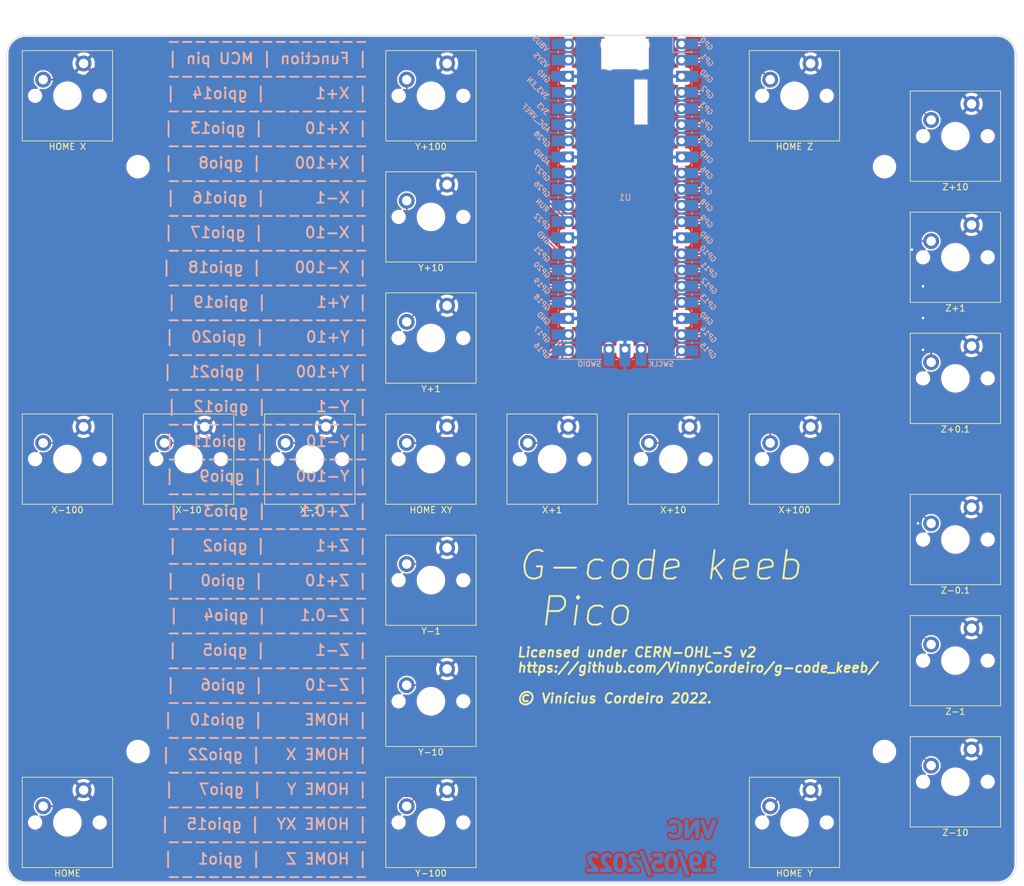
<source format=kicad_pcb>
(kicad_pcb (version 20211014) (generator pcbnew)
  (title_block (title "G-code keeb") (date "2022-05-19") (rev "1"))
  (layers (0 "F.Cu" signal) (31 "B.Cu" signal) (34 "B.Paste" user) (35 "F.Paste" user) (36 "B.SilkS" user "B.Silkscreen") (37 "F.SilkS" user "F.Silkscreen") (38 "B.Mask" user) (39 "F.Mask" user) (44 "Edge.Cuts" user))
  (net 0 "")
  (net 1 "X+100")
  (net 2 "GND")
  (net 3 "X+10")
  (net 4 "X+1")
  (net 5 "X-1")
  (net 6 "X-10")
  (net 7 "X-100")
  (net 8 "Y+100")
  (net 9 "Y+10")
  (net 10 "Y+1")
  (net 11 "Y-1")
  (net 12 "Y-10")
  (net 13 "Y-100")
  (net 14 "Z+10")
  (net 15 "Z+1")
  (net 16 "Z+0.1")
  (net 17 "Z-0.1")
  (net 18 "Z-1")
  (net 19 "Z-10")
  (net 20 "HOME")
  (net 21 "HOME_X")
  (net 22 "HOME_Y")
  (net 23 "HOME_XY")
  (net 24 "HOME_Z")
  (footprint "Switch_Keyboard_Cherry_MX:SW_Cherry_MX_PCB_1.00u" (layer "F.Cu") (at 85.75 132.9)
    (fp_text reference "SW11" hide)
    (fp_text value "Y-10")
  )
  (footprint "MountingHole:MountingHole_3.2mm_M3_DIN965" (layer "F.Cu") (at 157.05 48.8)
    (fp_text reference "H2" hide)
    (fp_text value "MountingHole" hide)
  )
  (footprint "Switch_Keyboard_Cherry_MX:SW_Cherry_MX_PCB_1.00u" (layer "F.Cu") (at 142.9 151.95)
    (fp_text reference "SW21" hide)
    (fp_text value "HOME Y")
  )
  (footprint "Switch_Keyboard_Cherry_MX:SW_Cherry_MX_PCB_1.00u" (layer "F.Cu") (at 168.2 126.5)
    (fp_text reference "SW17" hide)
    (fp_text value "Z-1")
  )
  (footprint "Switch_Keyboard_Cherry_MX:SW_Cherry_MX_PCB_1.00u" (layer "F.Cu") (at 66.7 94.8)
    (fp_text reference "SW4" hide)
    (fp_text value "X-1")
  )
  (footprint "Switch_Keyboard_Cherry_MX:SW_Cherry_MX_PCB_1.00u" (layer "F.Cu") (at 168.2 63.05)
    (fp_text reference "SW14" hide)
    (fp_text value "Z+1")
  )
  (footprint "MountingHole:MountingHole_3.2mm_M3_DIN965" (layer "F.Cu") (at 39.7 48.8)
    (fp_text reference "H4" hide)
    (fp_text value "MountingHole" hide)
  )
  (footprint "Switch_Keyboard_Cherry_MX:SW_Cherry_MX_PCB_1.00u" (layer "F.Cu") (at 28.6 94.8)
    (fp_text reference "SW4" hide)
    (fp_text value "X-100")
  )
  (footprint "MountingHole:MountingHole_3.2mm_M3_DIN965" (layer "F.Cu") (at 157.05 140.8)
    (fp_text reference "H1" hide)
    (fp_text value "MountingHole" hide)
  )
  (footprint "Switch_Keyboard_Cherry_MX:SW_Cherry_MX_PCB_1.00u" (layer "F.Cu") (at 168.2 145.55)
    (fp_text reference "SW18" hide)
    (fp_text value "Z-10")
  )
  (footprint "Switch_Keyboard_Cherry_MX:SW_Cherry_MX_PCB_1.00u" (layer "F.Cu") (at 28.6 151.95)
    (fp_text reference "SW19" hide)
    (fp_text value "HOME")
  )
  (footprint "Switch_Keyboard_Cherry_MX:SW_Cherry_MX_PCB_1.00u" (layer "F.Cu") (at 168.2 107.45)
    (fp_text reference "SW16" hide)
    (fp_text value "Z-0.1")
  )
  (footprint "Switch_Keyboard_Cherry_MX:SW_Cherry_MX_PCB_1.00u" (layer "F.Cu") (at 168.2 82.1)
    (fp_text reference "SW15" hide)
    (fp_text value "Z+0.1")
  )
  (footprint "Switch_Keyboard_Cherry_MX:SW_Cherry_MX_PCB_1.00u" (layer "F.Cu") (at 85.75 75.75)
    (fp_text reference "SW9" hide)
    (fp_text value "Y+1")
  )
  (footprint "Switch_Keyboard_Cherry_MX:SW_Cherry_MX_PCB_1.00u" (layer "F.Cu") (at 168.2 44)
    (fp_text reference "SW13" hide)
    (fp_text value "Z+10")
  )
  (footprint "Switch_Keyboard_Cherry_MX:SW_Cherry_MX_PCB_1.00u" (layer "F.Cu") (at 123.85 94.8)
    (fp_text reference "SW2" hide)
    (fp_text value "X+10")
  )
  (footprint "Switch_Keyboard_Cherry_MX:SW_Cherry_MX_PCB_1.00u" (layer "F.Cu") (at 85.75 56.7)
    (fp_text reference "SW8" hide)
    (fp_text value "Y+10")
  )
  (footprint "Switch_Keyboard_Cherry_MX:SW_Cherry_MX_PCB_1.00u" (layer "F.Cu") (at 47.65 94.8)
    (fp_text reference "SW5" hide)
    (fp_text value "X-10")
  )
  (footprint "Switch_Keyboard_Cherry_MX:SW_Cherry_MX_PCB_1.00u" (layer "F.Cu") (at 142.9 94.8)
    (fp_text reference "SW1" hide)
    (fp_text value "X+100")
  )
  (footprint "Switch_Keyboard_Cherry_MX:SW_Cherry_MX_PCB_1.00u" (layer "F.Cu") (at 85.75 37.65)
    (fp_text reference "SW7" hide)
    (fp_text value "Y+100")
  )
  (footprint "Switch_Keyboard_Cherry_MX:SW_Cherry_MX_PCB_1.00u" (layer "F.Cu") (at 85.75 151.95)
    (fp_text reference "SW12" hide)
    (fp_text value "Y-100")
  )
  (footprint "Switch_Keyboard_Cherry_MX:SW_Cherry_MX_PCB_1.00u" (layer "F.Cu") (at 142.9 37.65)
    (fp_text reference "SW23" hide)
    (fp_text value "HOME Z")
  )
  (footprint "Switch_Keyboard_Cherry_MX:SW_Cherry_MX_PCB_1.00u" (layer "F.Cu") (at 28.6 37.65)
    (fp_text reference "SW20" hide)
    (fp_text value "HOME X")
  )
  (footprint "Switch_Keyboard_Cherry_MX:SW_Cherry_MX_PCB_1.00u" (layer "F.Cu") (at 104.8 94.8)
    (fp_text reference "SW3" hide)
    (fp_text value "X+1")
  )
  (footprint "Switch_Keyboard_Cherry_MX:SW_Cherry_MX_PCB_1.00u" (layer "F.Cu") (at 85.75 113.85)
    (fp_text reference "SW10" hide)
    (fp_text value "Y-1")
  )
  (footprint "MountingHole:MountingHole_3.2mm_M3_DIN965" (layer "F.Cu") (at 39.7 140.8)
    (fp_text reference "H3" hide)
    (fp_text value "MountingHole" hide)
  )
  (footprint "Switch_Keyboard_Cherry_MX:SW_Cherry_MX_PCB_1.00u" (layer "F.Cu") (at 85.75 94.8)
    (fp_text reference "SW22" hide)
    (fp_text value "HOME XY")
  )
  (footprint "Footprints:RPi_Pico_SMD_TH" (layer "B.Cu") (at 116.26 53.63 180)
    (fp_text reference "U1")
    (fp_text value "Pico")
  )
  (gr_poly (pts (xy 130.291512 151.631157) (xy 130.307726 151.631344) (xy 130.323035 151.631656) (xy 130.33744 151.632092) (xy 130.35094 151.632654) (xy 130.363536 151.633341) (xy 130.375228 151.634154) (xy 130.386015 151.635092) (xy 130.391094 151.635645) (xy 130.395995 151.63628) (xy 130.400719 151.636996) (xy 130.405264 151.637793) (xy 130.409632 151.638671) (xy 130.413823 151.639631) (xy 130.417835 151.640673) (xy 130.42167 151.641795) (xy 130.425328 151.642999) (xy 130.428807 151.644283) (xy 130.432109 151.645649) (xy 130.435234 151.647096) (xy 130.438181 151.648624) (xy 130.44095 151.650233) (xy 130.443542 151.651922) (xy 130.445956 151.653693) (xy 130.448208 151.65556) (xy 130.450315 151.65754) (xy 130.452277 151.659633) (xy 130.454094 151.661838) (xy 130.455765 151.664156) (xy 130.457291 151.666587) (xy 130.458671 151.66913) (xy 130.459906 151.671786) (xy 130.460996 151.674555) (xy 130.461941 151.677436) (xy 130.46274 151.68043) (xy 130.463394 151.683536) (xy 130.463902 151.686755) (xy 130.464265 151.690087) (xy 130.464483 151.693532) (xy 130.464556 151.697089) (xy 130.463815 151.704081) (xy 130.462621 151.711658) (xy 130.460975 151.719818) (xy 130.458876 151.728562) (xy 130.456325 151.737891) (xy 130.453321 151.747804) (xy 130.449865 151.758302) (xy 130.445956 151.769385) (xy 129.571593 154.253989) (xy 129.570041 154.25805) (xy 129.568489 154.261983) (xy 129.566937 154.265787) (xy 129.565385 154.269463) (xy 129.563834 154.273011) (xy 129.562283 154.276432) (xy 129.560733 154.279724) (xy 129.559183 154.282889) (xy 129.558136 154.284204) (xy 129.557056 154.285498) (xy 129.555943 154.286773) (xy 129.554798 154.288027) (xy 129.553621 154.289261) (xy 129.552411 154.290475) (xy 129.551168 154.291668) (xy 129.549893 154.292842) (xy 129.548586 154.293994) (xy 129.547246 154.295127) (xy 129.545873 154.296239) (xy 129.544468 154.29733) (xy 129.543031 154.298401) (xy 129.541561 154.299451) (xy 129.540058 154.300481) (xy 129.538523 154.30149) (xy 129.535359 154.303574) (xy 129.532065 154.305581) (xy 129.528642 154.30751) (xy 129.52509 154.309361) (xy 129.521408 154.311135) (xy 129.517596 154.31283) (xy 129.513655 154.314447) (xy 129.509585 154.315985) (xy 129.499889 154.317986) (xy 129.489423 154.319983) (xy 129.478184 154.321981) (xy 129.466173 154.323981) (xy 129.459842 154.324919) (xy 129.453252 154.325732) (xy 129.446404 154.326419) (xy 129.439298 154.326981) (xy 129.431933 154.327418) (xy 129.424311 154.32773) (xy 129.416431 154.327917) (xy 129.408293 154.327979) (xy 129.390077 154.328851) (xy 129.370568 154.329476) (xy 129.349767 154.329852) (xy 129.327673 154.329978) (xy 129.313009 154.329915) (xy 129.298991 154.329729) (xy 129.285619 154.329417) (xy 129.272893 154.32898) (xy 129.260814 154.328418) (xy 129.249381 154.327731) (xy 129.238594 154.326918) (xy 129.228453 154.32598) (xy 129.218372 154.325313) (xy 129.208809 154.324469) (xy 129.199764 154.323448) (xy 129.191236 154.322249) (xy 129.183226 154.320873) (xy 129.175734 154.319319) (xy 129.168759 154.317589) (xy 129.165466 154.316657) (xy 129.162302 154.31568) (xy 129.158992 154.314629) (xy 129.155778 154.313528) (xy 129.152662 154.312378) (xy 129.149642 154.31118) (xy 129.146719 154.309932) (xy 129.143894 154.308636) (xy 129.141165 154.30729) (xy 129.138532 154.305896) (xy 129.135997 154.304452) (xy 129.133559 154.302959) (xy 129.131217 154.301418) (xy 129.128973 154.299827) (xy 129.126825 154.298188) (xy 129.124774 154.296499) (xy 129.12282 154.294762) (xy 129.120962 154.292975) (xy 129.119183 154.291132) (xy 129.117451 154.289224) (xy 129.115766 154.287253) (xy 129.11413 154.285216) (xy 129.112542 154.283116) (xy 129.111002 154.280951) (xy 129.109509 154.278722) (xy 129.108064 154.276429) (xy 129.106668 154.274072) (xy 129.105319 154.27165) (xy 129.104018 154.269164) (xy 129.102765 154.266614) (xy 129.101559 154.264) (xy 129.100402 154.261322) (xy 129.099292 154.25858) (xy 129.098231 154.255774) (xy 128.22589 151.771521) (xy 128.22199 151.760436) (xy 128.21854 151.749932) (xy 128.21554 151.740009) (xy 128.21299 151.730668) (xy 128.21089 151.721908) (xy 128.209239 151.713729) (xy 128.208583 151.709858) (xy 128.208039 151.706133) (xy 128.207608 151.702553) (xy 128.207289 151.699118) (xy 128.206847 151.695561) (xy 128.20655 151.692117) (xy 128.206398 151.688785) (xy 128.206391 151.685566) (xy 128.206529 151.682459) (xy 128.206813 151.679465) (xy 128.207242 151.676584) (xy 128.207816 151.673815) (xy 128.208535 151.67116) (xy 128.2094 151.668616) (xy 128.21041 151.666186) (xy 128.211565 151.663868) (xy 128.212865 151.661662) (xy 128.214311 151.65957) (xy 128.215902 151.65759) (xy 128.217638 151.655722) (xy 128.219285 151.653939) (xy 128.221126 151.652238) (xy 128.22316 151.65062) (xy 128.225389 151.649085) (xy 128.227811 151.647632) (xy 128.230427 151.646263) (xy 128.233237 151.644977) (xy 128.236241 151.643773) (xy 128.239438 151.642652) (xy 128.24283 151.641614) (xy 128.246415 151.640658) (xy 128.250194 151.639786) (xy 128.254167 151.638996) (xy 128.258334 151.638289) (xy 128.262694 151.637664) (xy 128.267248 151.637122) (xy 128.27697 151.635716) (xy 128.28753 151.634498) (xy 128.298931 151.633468) (xy 128.311171 151.632624) (xy 128.324252 151.631968) (xy 128.338172 151.6315) (xy 128.352932 151.631219) (xy 128.368532 151.631125) (xy 128.383647 151.631187) (xy 128.397987 151.631374) (xy 128.411552 151.631686) (xy 128.424342 151.632123) (xy 128.436358 151.632685) (xy 128.447598 151.633372) (xy 128.458063 151.634185) (xy 128.467753 151.635123) (xy 128.476799 151.63579) (xy 128.485328 151.636634) (xy 128.493339 151.637655) (xy 128.500833 151.638854) (xy 128.504386 151.63952) (xy 128.507809 151.64023) (xy 128.511103 151.640985) (xy 128.514268 151.641783) (xy 128.517303 151.642627) (xy 128.520209 151.643514) (xy 128.522986 151.644446) (xy 128.525633 151.645423) (xy 128.528165 151.646474) (xy 128.5306 151.647575) (xy 128.532939 151.648724) (xy 128.535181 151.649923) (xy 128.537327 151.651171) (xy 128.539377 151.652467) (xy 128.54133 151.653813) (xy 128.543187 151.655207) (xy 128.544947 151.656651) (xy 128.546611 151.658144) (xy 128.548178 151.659685) (xy 128.54965 151.661276) (xy 128.551025 151.662915) (xy 128.552303 151.664604) (xy 128.553485 151.666341) (xy 128.554571 151.668128) (xy 128.556606 151.671879) (xy 128.558577 151.675887) (xy 128.560483 151.680152) (xy 128.562324 151.684674) (xy 128.5641 151.689453) (xy 128.565812 151.694489) (xy 128.567459 151.69978) (xy 128.569041 151.705329) (xy 129.315249 153.952216) (xy 129.317351 153.952216) (xy 130.084231 151.701194) (xy 130.08527 151.69864) (xy 130.086326 151.69615) (xy 130.087399 151.693726) (xy 130.088487 151.691366) (xy 130.089592 151.689071) (xy 130.090714 151.686841) (xy 130.091852 151.684675) (xy 130.093006 151.682574) (xy 130.094177 151.680538) (xy 130.095364 151.678566) (xy 130.096567 151.67666) (xy 130.097787 151.674818) (xy 130.099024 151.673041) (xy 130.100276 151.671328) (xy 130.101546 151.66968) (xy 130.102831 151.668097) (xy 130.103905 151.666284) (xy 130.10506 151.664523) (xy 130.106295 151.662815) (xy 130.107611 151.661159) (xy 130.109008 151.659556) (xy 130.110486 151.658006) (xy 130.112044 151.656508) (xy 130.113683 151.655062) (xy 130.115403 151.65367) (xy 130.117203 151.652329) (xy 130.119085 151.651042) (xy 130.121047 151.649807) (xy 130.123089 151.648624) (xy 130.125213 151.647494) (xy 130.127417 151.646417) (xy 130.129702 151.645392) (xy 130.132092 151.644378) (xy 130.134611 151.643414) (xy 130.137259 151.642499) (xy 130.140037 151.641633) (xy 130.145979 151.640049) (xy 130.152438 151.638663) (xy 130.159415 151.637474) (xy 130.166907 151.636483) (xy 130.174917 151.635689) (xy 130.183443 151.635092) (xy 130.192098 151.634154) (xy 130.201529 151.633341) (xy 130.211734 151.632654) (xy 130.222716 151.632092) (xy 130.234472 151.631656) (xy 130.247004 151.631344) (xy 130.274393 151.631095)) (layer "B.Cu") (width 0.3) (fill solid))
  (gr_poly (pts (xy 118.883134 156.571129) (xy 118.893403 156.571316) (xy 118.903285 156.571627) (xy 118.91278 156.572064) (xy 118.921888 156.572626) (xy 118.930608 156.573313) (xy 118.938941 156.574126) (xy 118.946886 156.575064) (xy 118.950723 156.57536) (xy 118.954479 156.575719) (xy 118.958154 156.576142) (xy 118.961749 156.576629) (xy 118.965262 156.577181) (xy 118.968694 156.577796) (xy 118.972046 156.578475) (xy 118.975316 156.579219) (xy 118.978506 156.580026) (xy 118.981615 156.580897) (xy 118.984643 156.581833) (xy 118.987589 156.582832) (xy 118.990455 156.583895) (xy 118.99324 156.585023) (xy 118.995945 156.586214) (xy 118.998568 156.58747) (xy 119.000877 156.58854) (xy 119.003154 156.589674) (xy 119.005398 156.590872) (xy 119.00761 156.592134) (xy 119.00979 156.593459) (xy 119.011938 156.594849) (xy 119.014053 156.596302) (xy 119.016136 156.597819) (xy 119.018186 156.5994) (xy 119.020204 156.601046) (xy 119.022191 156.602755) (xy 119.024144 156.604529) (xy 119.026066 156.606366) (xy 119.027955 156.608268) (xy 119.029813 156.610235) (xy 119.031637 156.612265) (xy 119.033167 156.614114) (xy 119.034664 156.61606) (xy 119.03613 156.618105) (xy 119.037563 156.620247) (xy 119.038966 156.622487) (xy 119.040336 156.624825) (xy 119.041675 156.627261) (xy 119.042982 156.629794) (xy 119.044257 156.632425) (xy 119.045501 156.635153) (xy 119.046713 156.637979) (xy 119.047893 156.640903) (xy 119.049042 156.643924) (xy 119.050159 156.647042) (xy 119.052298 156.653571) (xy 120.30287 160.082816) (xy 120.304356 160.086145) (xy 120.305712 160.08941) (xy 120.30694 160.09261) (xy 120.308039 160.095745) (xy 120.309009 160.098815) (xy 120.30985 160.101821) (xy 120.310563 160.104762) (xy 120.311146 160.107638) (xy 120.311601 160.11045) (xy 120.311926 160.113196) (xy 120.312123 160.115878) (xy 120.31219 160.118496) (xy 120.312129 160.121048) (xy 120.311939 160.123536) (xy 120.311619 160.125959) (xy 120.311171 160.128318) (xy 120.310598 160.130872) (xy 120.309912 160.133361) (xy 120.309113 160.135785) (xy 120.308201 160.138145) (xy 120.307176 160.14044) (xy 120.306038 160.142671) (xy 120.304787 160.144836) (xy 120.303423 160.146937) (xy 120.301946 160.148973) (xy 120.300355 160.150945) (xy 120.298652 160.152851) (xy 120.296836 160.154693) (xy 120.294906 160.156471) (xy 120.292864 160.158183) (xy 120.290708 160.159831) (xy 120.288439 160.161414) (xy 120.286056 160.163219) (xy 120.28356 160.164957) (xy 120.280951 160.166626) (xy 120.278229 160.168226) (xy 120.275394 160.169759) (xy 120.272446 160.171223) (xy 120.269385 160.172619) (xy 120.266212 160.173947) (xy 120.262925 160.175207) (xy 120.259526 160.176399) (xy 120.256013 160.177522) (xy 120.252388 160.178578) (xy 120.24865 160.179565) (xy 120.244799 160.180485) (xy 120.240835 160.181337) (xy 120.236758 160.18212) (xy 120.227714 160.183993) (xy 120.218154 160.185616) (xy 120.208078 160.18699) (xy 120.197484 160.188115) (xy 120.186373 160.18899) (xy 120.174745 160.189615) (xy 120.162601 160.189991) (xy 120.149939 160.190116) (xy 120.139312 160.190053) (xy 120.129137 160.189867) (xy 120.119415 160.189555) (xy 120.110145 160.189118) (xy 120.101327 160.188556) (xy 120.092962 160.187869) (xy 120.08505 160.187056) (xy 120.077589 160.186118) (xy 120.069996 160.184958) (xy 120.062727 160.183686) (xy 120.055781 160.182303) (xy 120.049159 160.180808) (xy 120.042861 160.179201) (xy 120.036886 160.177483) (xy 120.031235 160.175654) (xy 120.025908 160.173712) (xy 120.023357 160.172642) (xy 120.020871 160.171508) (xy 120.01845 160.17031) (xy 120.016093 160.169049) (xy 120.013801 160.167723) (xy 120.011573 160.166334) (xy 120.009409 160.16488) (xy 120.00731 160.163363) (xy 120.005276 160.161782) (xy 120.003306 160.160137) (xy 120.0014 160.158427) (xy 119.999559 160.156654) (xy 119.997782 160.154816) (xy 119.99607 160.152914) (xy 119.994422 160.150948) (xy 119.992838 160.148917) (xy 119.991058 160.147068) (xy 119.989326 160.145122) (xy 119.987642 160.143077) (xy 119.986006 160.140935) (xy 119.984418 160.138695) (xy 119.982877 160.136357) (xy 119.981385 160.133922) (xy 119.97994 160.131388) (xy 119.978544 160.128758) (xy 119.977195 160.126029) (xy 119.975894 160.123203) (xy 119.974641 160.12028) (xy 119.973435 160.117259) (xy 119.972278 160.11414) (xy 119.971168 160.110924) (xy 119.970106 160.107611) (xy 118.719511 156.67826) (xy 118.71828 156.674933) (xy 118.717161 156.671655) (xy 118.716155 156.668424) (xy 118.715261 156.665241) (xy 118.71448 156.662106) (xy 118.713811 156.659019) (xy 118.713255 156.655979) (xy 118.712811 156.652987) (xy 118.71248 156.650043) (xy 118.712261 156.647146) (xy 118.712155 156.644296) (xy 118.712162 156.641494) (xy 118.71228 156.638739) (xy 118.712512 156.636032) (xy 118.712856 156.633372) (xy 118.713312 156.630759) (xy 118.713885 156.628205) (xy 118.714571 156.625716) (xy 118.71537 156.623291) (xy 118.716282 156.620931) (xy 118.717307 156.618636) (xy 118.718445 156.616406) (xy 118.719696 156.61424) (xy 118.721061 156.612139) (xy 118.722538 156.610103) (xy 118.724128 156.608132) (xy 118.725831 156.606225) (xy 118.727648 156.604383) (xy 118.729577 156.602606) (xy 118.73162 156.600893) (xy 118.733775 156.599246) (xy 118.736044 156.597663) (xy 118.738427 156.596112) (xy 118.740924 156.594614) (xy 118.743533 156.593167) (xy 118.746255 156.591772) (xy 118.749089 156.590428) (xy 118.752037 156.589137) (xy 118.755098 156.587897) (xy 118.758272 156.586709) (xy 118.761558 156.585572) (xy 118.764958 156.584488) (xy 118.76847 156.583454) (xy 118.772095 156.582473) (xy 118.779685 156.580664) (xy 118.787726 156.579062) (xy 118.796284 156.57719) (xy 118.805423 156.575566) (xy 118.815145 156.574192) (xy 118.825448 156.573067) (xy 118.836333 156.572192) (xy 118.847799 156.571567) (xy 118.859847 156.571192) (xy 118.872477 156.571067)) (layer "B.Cu") (width 0.3) (fill solid))
  (gr_poly (pts (xy 122.001123 156.934935) (xy 122.008302 156.935323) (xy 122.015271 156.935969) (xy 122.02203 156.936874) (xy 122.028579 156.938038) (xy 122.034918 156.93946) (xy 122.041047 156.94114) (xy 122.046966 156.94308) (xy 122.052675 156.945278) (xy 122.058174 156.947734) (xy 122.063463 156.950449) (xy 122.068541 156.953422) (xy 122.07341 156.956654) (xy 122.078069 156.960145) (xy 122.082518 156.963894) (xy 122.086756 156.967902) (xy 122.090511 156.972173) (xy 122.094024 156.97672) (xy 122.097294 156.98154) (xy 122.100322 156.986636) (xy 122.103108 156.992006) (xy 122.105652 156.99765) (xy 122.107954 157.003569) (xy 122.110013 157.009763) (xy 122.11183 157.01623) (xy 122.113405 157.022973) (xy 122.114737 157.02999) (xy 122.115827 157.037281) (xy 122.116675 157.044847) (xy 122.117281 157.052687) (xy 122.117645 157.060801) (xy 122.117766 157.06919) (xy 122.117766 158.15853) (xy 122.117669 158.167892) (xy 122.117378 158.176868) (xy 122.116894 158.185456) (xy 122.116216 158.193657) (xy 122.115345 158.201472) (xy 122.11428 158.208899) (xy 122.113021 158.215939) (xy 122.111568 158.222592) (xy 122.109922 158.228858) (xy 122.108082 158.234737) (xy 122.106048 158.240228) (xy 122.103821 158.245333) (xy 122.1014 158.25005) (xy 122.098785 158.25438) (xy 122.095976 158.258322) (xy 122.092974 158.261878) (xy 122.089745 158.265134) (xy 122.086257 158.268181) (xy 122.082511 158.271018) (xy 122.078507 158.273645) (xy 122.074244 158.276062) (xy 122.069722 158.278268) (xy 122.064942 158.280265) (xy 122.059904 158.282052) (xy 122.054607 158.283628) (xy 122.049052 158.284995) (xy 122.043238 158.286151) (xy 122.037166 158.287097) (xy 122.030836 158.287833) (xy 122.024247 158.288358) (xy 122.0174 158.288674) (xy 122.010294 158.288779) (xy 121.990464 158.288585) (xy 121.970246 158.288004) (xy 121.94964 158.287035) (xy 121.928646 158.285678) (xy 121.907265 158.283933) (xy 121.885496 158.281801) (xy 121.86334 158.279281) (xy 121.840796 158.276374) (xy 121.817509 158.273466) (xy 121.793123 158.270946) (xy 121.76764 158.268814) (xy 121.741058 158.26707) (xy 121.713378 158.265713) (xy 121.684601 158.264744) (xy 121.654725 158.264162) (xy 121.623751 158.263968) (xy 121.580084 158.264485) (xy 121.537968 158.266037) (xy 121.497402 158.268622) (xy 121.458387 158.272242) (xy 121.420921 158.276896) (xy 121.385007 158.282585) (xy 121.350642 158.289308) (xy 121.317828 158.297065) (xy 121.301986 158.301078) (xy 121.286499 158.305366) (xy 121.271367 158.309927) (xy 121.256591 158.314763) (xy 121.24217 158.319873) (xy 121.228104 158.325256) (xy 121.214394 158.330914) (xy 121.201039 158.336846) (xy 121.188039 158.343052) (xy 121.175394 158.349532) (xy 121.163105 158.356287) (xy 121.151171 158.363315) (xy 121.139593 158.370618) (xy 121.128369 158.378195) (xy 121.117502 158.386046) (xy 121.106989 158.394171) (xy 121.096573 158.402319) (xy 121.086511 158.410742) (xy 121.076805 158.419438) (xy 121.067455 158.428409) (xy 121.05846 158.437655) (xy 121.04982 158.447174) (xy 121.041535 158.456968) (xy 121.033606 158.467036) (xy 121.026033 158.477378) (xy 121.018814 158.487995) (xy 121.011951 158.498886) (xy 121.005443 158.510051) (xy 120.999291 158.521491) (xy 120.993494 158.533205) (xy 120.988052 158.545193) (xy 120.982966 158.557456) (xy 120.97796 158.569722) (xy 120.973276 158.58223) (xy 120.968916 158.59498) (xy 120.964879 158.607973) (xy 120.961165 158.621207) (xy 120.957774 158.634684) (xy 120.954706 158.648403) (xy 120.95196 158.662364) (xy 120.949538 158.676567) (xy 120.947439 158.691012) (xy 120.945663 158.705699) (xy 120.944209 158.720628) (xy 120.943079 158.7358) (xy 120.942272 158.751214) (xy 120.941787 158.766869) (xy 120.941626 158.782767) (xy 120.941812 158.80171) (xy 120.942369 158.820297) (xy 120.943297 158.83853) (xy 120.944597 158.856407) (xy 120.946268 158.873929) (xy 120.948311 158.891095) (xy 120.950725 158.907907) (xy 120.953511 158.924363) (xy 120.956667 158.940464) (xy 120.960196 158.956209) (xy 120.964095 158.971599) (xy 120.968366 158.986634) (xy 120.973009 159.001314) (xy 120.978023 159.015638) (xy 120.983408 159.029606) (xy 120.989165 159.043219) (xy 120.995253 159.056257) (xy 121.001632 159.069021) (xy 121.008302 159.081511) (xy 121.015262 159.093727) (xy 121.022513 159.105669) (xy 121.030055 159.117337) (xy 121.037887 159.12873) (xy 121.04601 159.139849) (xy 121.054424 159.150694) (xy 121.063128 159.161265) (xy 121.072123 159.171561) (xy 121.081409 159.181583) (xy 121.090985 159.19133) (xy 121.100852 159.200803) (xy 121.11101 159.210001) (xy 121.121458 159.218924) (xy 121.131922 159.227562) (xy 121.142645 159.23591) (xy 121.153626 159.243968) (xy 121.164865 159.251734) (xy 121.176363 159.259211) (xy 121.188119 159.266397) (xy 121.200134 159.273293) (xy 121.212407 159.279898) (xy 121.224939 159.286213) (xy 121.237729 159.292238) (xy 121.250777 159.297972) (xy 121.264084 159.303416) (xy 121.277649 159.308569) (xy 121.291473 159.313432) (xy 121.305555 159.318005) (xy 121.319895 159.322287) (xy 121.349188 159.330044) (xy 121.379193 159.336767) (xy 121.409907 159.342455) (xy 121.441333 159.34711) (xy 121.473469 159.350729) (xy 121.506316 159.353315) (xy 121.539873 159.354867) (xy 121.574141 159.355384) (xy 121.610735 159.354963) (xy 121.646101 159.353702) (xy 121.68024 159.351599) (xy 121.713152 159.348656) (xy 121.744837 159.344873) (xy 121.775294 159.34025) (xy 121.804523 159.334786) (xy 121.832526 159.328482) (xy 121.858881 159.321728) (xy 121.884203 159.31491) (xy 121.908491 159.308029) (xy 121.931745 159.301085) (xy 121.953966 159.294079) (xy 121.975153 159.287009) (xy 121.995306 159.279876) (xy 122.014426 159.272681) (xy 122.032059 159.265025) (xy 122.048789 159.257563) (xy 122.064614 159.250296) (xy 122.079535 159.243224) (xy 122.093552 159.236346) (xy 122.106665 159.229663) (xy 122.118874 159.223174) (xy 122.130179 159.21688) (xy 122.135517 159.213623) (xy 122.140678 159.210576) (xy 122.145661 159.207739) (xy 122.150466 159.205112) (xy 122.155093 159.202696) (xy 122.159542 159.200489) (xy 122.163814 159.198492) (xy 122.167908 159.196706) (xy 122.171824 159.195129) (xy 122.175562 159.193763) (xy 122.179122 159.192606) (xy 122.182505 159.19166) (xy 122.18571 159.190925) (xy 122.188737 159.190399) (xy 122.191586 159.190083) (xy 122.194258 159.189978) (xy 122.196057 159.19001) (xy 122.197841 159.190103) (xy 122.199608 159.19026) (xy 122.20136 159.190479) (xy 122.203095 159.19076) (xy 122.204815 159.191104) (xy 122.206518 159.19151) (xy 122.208206 159.191979) (xy 122.209877 159.19251) (xy 122.211532 159.193104) (xy 122.213172 159.19376) (xy 122.214795 159.194478) (xy 122.216403 159.195259) (xy 122.217994 159.196101) (xy 122.219569 159.197007) (xy 122.221129 159.197974) (xy 122.222408 159.199053) (xy 122.223672 159.200211) (xy 122.224921 159.20145) (xy 122.226154 159.202769) (xy 122.227371 159.204169) (xy 122.228572 159.205649) (xy 122.229758 159.207209) (xy 122.230928 159.20885) (xy 122.232083 159.210571) (xy 122.233222 159.212372) (xy 122.234345 159.214255) (xy 122.235453 159.216217) (xy 122.236546 159.218261) (xy 122.237622 159.220385) (xy 122.238684 159.22259) (xy 122.239729 159.224875) (xy 122.240751 159.226998) (xy 122.241741 159.229216) (xy 122.24362 159.233942) (xy 122.245369 159.239052) (xy 122.246985 159.244548) (xy 122.248471 159.250428) (xy 122.249825 159.256693) (xy 122.251047 159.263342) (xy 122.252138 159.270377) (xy 122.253058 159.284338) (xy 122.253714 159.299327) (xy 122.254109 159.315339) (xy 122.25424 159.332373) (xy 122.254109 159.350329) (xy 122.253714 159.366999) (xy 122.253419 159.374852) (xy 122.253058 159.382383) (xy 122.252631 159.389591) (xy 122.252138 159.396476) (xy 122.251582 159.403069) (xy 122.250964 159.409404) (xy 122.250283 159.415481) (xy 122.24954 159.421298) (xy 122.248734 159.426856) (xy 122.247865 159.432155) (xy 122.246934 159.437196) (xy 122.24594 159.441977) (xy 122.244387 159.446038) (xy 122.242835 159.449971) (xy 122.241284 159.453775) (xy 122.239732 159.457452) (xy 122.238181 159.461) (xy 122.23663 159.46442) (xy 122.23508 159.467712) (xy 122.23353 159.470877) (xy 122.232724 159.472436) (xy 122.231853 159.474012) (xy 122.230918 159.475603) (xy 122.229918 159.477211) (xy 122.228853 159.478836) (xy 122.227723 159.480477) (xy 122.226529 159.482134) (xy 122.22527 159.483807) (xy 122.223947 159.485497) (xy 122.222558 159.487203) (xy 122.221105 159.488925) (xy 122.219588 159.490664) (xy 122.216358 159.494189) (xy 122.21287 159.497779) (xy 122.210649 159.499633) (xy 122.208121 159.501567) (xy 122.202145 159.505678) (xy 122.194942 159.51011) (xy 122.186511 159.514863) (xy 122.176854 159.519937) (xy 122.16597 159.525332) (xy 122.153859 159.531049) (xy 122.14052 159.537085) (xy 122.126082 159.543316) (xy 122.110674 159.549613) (xy 122.094298 159.555977) (xy 122.076954 159.562407) (xy 122.058642 159.568903) (xy 122.03936 159.575464) (xy 122.019111 159.582091) (xy 121.997893 159.588782) (xy 121.975801 159.594855) (xy 121.952935 159.600667) (xy 121.929293 159.606219) (xy 121.904876 159.611512) (xy 121.879683 159.616545) (xy 121.853716 159.621318) (xy 121.826973 159.625833) (xy 121.799456 159.630088) (xy 121.771357 159.634449) (xy 121.742871 159.638227) (xy 121.713996 159.641425) (xy 121.684735 159.64404) (xy 121.655085 159.646074) (xy 121.625048 159.647526) (xy 121.594623 159.648398) (xy 121.563811 159.648688) (xy 121.508645 159.647752) (xy 121.454772 159.644943) (xy 121.402191 159.640262) (xy 121.350902 159.63371) (xy 121.325742 159.629731) (xy 121.300905 159.625285) (xy 121.276391 159.620371) (xy 121.2522 159.614989) (xy 121.228332 159.609139) (xy 121.204788 159.602821) (xy 121.181566 159.596035) (xy 121.158667 159.588782) (xy 121.135873 159.581079) (xy 121.113483 159.572956) (xy 121.091497 159.564414) (xy 121.069914 159.555451) (xy 121.048735 159.546069) (xy 121.02796 159.536267) (xy 121.007589 159.526044) (xy 120.987621 159.515403) (xy 120.968056 159.504341) (xy 120.948896 159.492859) (xy 120.930139 159.480958) (xy 120.911786 159.468636) (xy 120.893836 159.455895) (xy 120.87629 159.442734) (xy 120.859148 159.429153) (xy 120.842409 159.415152) (xy 120.826108 159.400482) (xy 120.810274 159.385408) (xy 120.794909 159.369929) (xy 120.780011 159.354047) (xy 120.765582 159.337761) (xy 120.751622 159.321071) (xy 120.738129 159.303977) (xy 120.725105 159.286479) (xy 120.712549 159.268577) (xy 120.700462 159.250272) (xy 120.688842 159.231563) (xy 120.677691 159.21245) (xy 120.667008 159.192934) (xy 120.656794 159.173014) (xy 120.647048 159.152691) (xy 120.63777 159.131964) (xy 120.629009 159.11085) (xy 120.620813 159.089365) (xy 120.613182 159.067507) (xy 120.606117 159.045278) (xy 120.599617 159.022678) (xy 120.593682 158.999706) (xy 120.588312 158.976362) (xy 120.583508 158.952647) (xy 120.579269 158.92856) (xy 120.575595 158.904102) (xy 120.572486 158.879272) (xy 120.569942 158.85407) (xy 120.567964 158.828497) (xy 120.566551 158.802553) (xy 120.565703 158.776236) (xy 120.56542 158.749549) (xy 120.565382 158.749747) (xy 120.565617 158.728164) (xy 120.566319 158.706824) (xy 120.56749 158.685725) (xy 120.569129 158.664869) (xy 120.571237 158.644255) (xy 120.573813 158.623884) (xy 120.576858 158.603754) (xy 120.580371 158.583867) (xy 120.584352 158.564222) (xy 120.588802 158.544819) (xy 120.593719 158.525659) (xy 120.599106 158.506741) (xy 120.60496 158.488065) (xy 120.611283 158.469632) (xy 120.618075 158.451442) (xy 120.625334 158.433493) (xy 120.632795 158.41583) (xy 120.640708 158.398507) (xy 120.649073 158.381524) (xy 120.657891 158.36488) (xy 120.667161 158.348576) (xy 120.676883 158.332611) (xy 120.687057 158.316987) (xy 120.697683 158.301701) (xy 120.708761 158.286756) (xy 120.720291 158.272149) (xy 120.732274 158.257883) (xy 120.744709 158.243956) (xy 120.757595 158.230368) (xy 120.770934 158.21712) (xy 120.784725 158.204211) (xy 120.798968 158.191642) (xy 120.813404 158.179162) (xy 120.828294 158.167054) (xy 120.843635 158.155318) (xy 120.859428 158.143954) (xy 120.875674 158.132962) (xy 120.892372 158.122343) (xy 120.909522 158.112095) (xy 120.927124 158.102219) (xy 120.945178 158.092716) (xy 120.963685 158.083584) (xy 120.982643 158.074825) (xy 121.002054 158.066438) (xy 121.021917 158.058423) (xy 121.042233 158.050781) (xy 121.063 158.04351) (xy 121.084219 158.036612) (xy 121.128016 158.023534) (xy 121.173621 158.012199) (xy 121.221035 158.002608) (xy 121.270257 157.994761) (xy 121.321288 157.988658) (xy 121.374127 157.984298) (xy 121.428775 157.981683) (xy 121.485232 157.980811) (xy 121.533418 157.980937) (xy 121.578764 157.981313) (xy 121.621267 157.981937) (xy 121.660929 157.98281) (xy 121.6795 157.983439) (xy 121.698007 157.984332) (xy 121.716449 157.985488) (xy 121.734827 157.986907) (xy 121.75314 157.988589) (xy 121.771388 157.990535) (xy 121.789572 157.992743) (xy 121.807692 157.995215) (xy 121.807692 157.244879) (xy 120.809302 157.244879) (xy 120.804714 157.244718) (xy 120.802468 157.244517) (xy 120.800255 157.244234) (xy 120.798074 157.243871) (xy 120.795926 157.243428) (xy 120.79381 157.242903) (xy 120.791726 157.242299) (xy 120.789675 157.241613) (xy 120.787656 157.240847) (xy 120.785669 157.24) (xy 120.783715 157.239072) (xy 120.781793 157.238064) (xy 120.779904 157.236975) (xy 120.778046 157.235805) (xy 120.776222 157.234555) (xy 120.774429 157.233224) (xy 120.772669 157.231812) (xy 120.769246 157.228747) (xy 120.765952 157.225358) (xy 120.762787 157.221647) (xy 120.759751 157.217613) (xy 120.756845 157.213256) (xy 120.754069 157.208577) (xy 120.751421 157.203574) (xy 120.748919 157.198275) (xy 120.746579 157.192718) (xy 120.7444 157.186904) (xy 120.742382 157.180831) (xy 120.740526 157.174501) (xy 120.738831 157.167912) (xy 120.737297 157.161065) (xy 120.735926 157.15396) (xy 120.734715 157.146597) (xy 120.733666 157.138975) (xy 120.732778 157.131096) (xy 120.732052 157.122957) (xy 120.731084 157.105906) (xy 120.730761 157.087821) (xy 120.730858 157.078158) (xy 120.731149 157.068821) (xy 120.731633 157.059808) (xy 120.732311 157.05112) (xy 120.733183 157.042756) (xy 120.734248 157.034717) (xy 120.735507 157.027003) (xy 120.73696 157.019614) (xy 120.7375 157.01603) (xy 120.738088 157.012526) (xy 120.738726 157.009105) (xy 120.739412 157.005764) (xy 120.740146 157.002504) (xy 120.740929 156.999326) (xy 120.741761 156.996228) (xy 120.742641 156.993212) (xy 120.74357 156.990278) (xy 120.744547 156.987424) (xy 120.745573 156.984651) (xy 120.746647 156.98196) (xy 120.74777 156.97935) (xy 120.748941 156.976821) (xy 120.750161 156.974373) (xy 120.751429 156.972007) (xy 120.752744 156.969686) (xy 120.754108 156.96745) (xy 120.75552 156.9653) (xy 120.756981 156.963235) (xy 120.758491 156.961255) (xy 120.760049 156.95936) (xy 120.761656 156.957551) (xy 120.763311 156.955827) (xy 120.765014 156.954188) (xy 120.766767 156.952634) (xy 120.768567 156.951166) (xy 120.770417 156.949783) (xy 120.772315 156.948485) (xy 120.774261 156.947273) (xy 120.776256 156.946147) (xy 120.7783 156.945105) (xy 120.780117 156.943858) (xy 120.78195 156.942691) (xy 120.783799 156.941605) (xy 120.785664 156.940599) (xy 120.787545 156.939674) (xy 120.789443 156.938829) (xy 120.791357 156.938064) (xy 120.793287 156.937381) (xy 120.795233 156.936777) (xy 120.797195 156.936254) (xy 120.799173 156.935811) (xy 120.801168 156.935449) (xy 120.803179 156.935168) (xy 120.805206 156.934967) (xy 120.80725 156.934846) (xy 120.809309 156.934806) (xy 121.993735 156.934806)) (layer "B.Cu") (width 0.3) (fill solid))
  (gr_poly (pts (xy 115.469794 156.895848) (xy 115.501898 156.897033) (xy 115.533356 156.899009) (xy 115.564168 156.901776) (xy 115.594334 156.905333) (xy 115.623855 156.909681) (xy 115.652729 156.914821) (xy 115.680957 156.920752) (xy 115.70854 156.927475) (xy 115.735476 156.93499) (xy 115.761766 156.943298) (xy 115.787411 156.952398) (xy 115.812409 156.96229) (xy 115.836761 156.972975) (xy 115.860468 156.984454) (xy 115.883528 156.996726) (xy 115.905991 157.009452) (xy 115.927905 157.022842) (xy 115.94927 157.036895) (xy 115.970085 157.051613) (xy 115.990352 157.066993) (xy 116.01007 157.083037) (xy 116.029239 157.099744) (xy 116.047859 157.117114) (xy 116.065929 157.135146) (xy 116.083451 157.153841) (xy 116.100423 157.173199) (xy 116.116847 157.193218) (xy 116.132721 157.213899) (xy 116.148047 157.235243) (xy 116.162823 157.257247) (xy 116.17705 157.279914) (xy 116.19076 157.302941) (xy 116.203985 157.32655) (xy 116.216726 157.35074) (xy 116.228983 157.375512) (xy 116.240756 157.400865) (xy 116.252044 157.4268) (xy 116.262848 157.453316) (xy 116.273167 157.480414) (xy 116.283002 157.508093) (xy 116.292353 157.536354) (xy 116.301219 157.565197) (xy 116.3096 157.59462) (xy 116.317498 157.624626) (xy 116.32491 157.655213) (xy 116.331838 157.686381) (xy 116.338282 157.718131) (xy 116.349908 157.782499) (xy 116.359985 157.848484) (xy 116.368511 157.916085) (xy 116.375488 157.985301) (xy 116.380915 158.056132) (xy 116.384791 158.128577) (xy 116.387117 158.202637) (xy 116.387892 158.278311) (xy 116.387072 158.366812) (xy 116.384628 158.452527) (xy 116.380586 158.535492) (xy 116.374974 158.615714) (xy 116.010142 158.615714) (xy 116.013411 158.574794) (xy 116.016245 158.532643) (xy 116.018643 158.489253) (xy 116.020604 158.444617) (xy 116.02213 158.398728) (xy 116.02322 158.351578) (xy 116.024092 158.25347) (xy 116.023736 158.19811) (xy 116.022668 158.143655) (xy 116.020889 158.090106) (xy 116.0184 158.037461) (xy 116.015201 157.985721) (xy 116.011293 157.934886) (xy 116.006677 157.884955) (xy 116.001353 157.835929) (xy 115.995054 157.788125) (xy 115.987528 157.741874) (xy 115.978775 157.697175) (xy 115.968795 157.654027) (xy 115.957587 157.612428) (xy 115.945152 157.572379) (xy 115.93149 157.533878) (xy 115.916602 157.496924) (xy 115.908414 157.479089) (xy 115.899871 157.461737) (xy 115.890973 157.444866) (xy 115.881719 157.428479) (xy 115.87211 157.412574) (xy 115.862147 157.397152) (xy 115.851827 157.382214) (xy 115.841153 157.367759) (xy 115.830123 157.353787) (xy 115.818738 157.340299) (xy 115.806998 157.327294) (xy 115.794903 157.314774) (xy 115.782452 157.302738) (xy 115.769646 157.291187) (xy 115.756485 157.28012) (xy 115.742968 157.269538) (xy 115.729015 157.259529) (xy 115.714545 157.250164) (xy 115.699558 157.241445) (xy 115.684055 157.23337) (xy 115.668035 157.225941) (xy 115.651499 157.219156) (xy 115.634445 157.213017) (xy 115.616875 157.207524) (xy 115.598789 157.202676) (xy 115.580185 157.198474) (xy 115.561065 157.194919) (xy 115.541428 157.192009) (xy 115.521275 157.189746) (xy 115.500604 157.188129) (xy 115.479417 157.187158) (xy 115.457712 157.186835) (xy 115.433233 157.187257) (xy 115.409398 157.188521) (xy 115.386208 157.190627) (xy 115.363664 157.193574) (xy 115.341765 157.197359) (xy 115.320512 157.201982) (xy 115.299905 157.207442) (xy 115.279944 157.213736) (xy 115.26994 157.216959) (xy 115.260081 157.220442) (xy 115.250368 157.224185) (xy 115.240799 157.228188) (xy 115.231376 157.232451) (xy 115.222099 157.236974) (xy 115.212966 157.241755) (xy 115.203979 157.246796) (xy 115.195138 157.252096) (xy 115.186441 157.257656) (xy 115.17789 157.263473) (xy 115.169485 157.26955) (xy 115.161224 157.275885) (xy 115.153109 157.282478) (xy 115.14514 157.289329) (xy 115.137316 157.296439) (xy 115.129637 157.303543) (xy 115.122104 157.310905) (xy 115.114716 157.318525) (xy 115.107474 157.326404) (xy 115.100376 157.334541) (xy 115.093424 157.342936) (xy 115.086617 157.35159) (xy 115.079956 157.360503) (xy 115.07344 157.369675) (xy 115.067069 157.379106) (xy 115.060844 157.388795) (xy 115.054764 157.398745) (xy 115.048829 157.408954) (xy 115.04304 157.419422) (xy 115.037396 157.43015) (xy 115.031897 157.441138) (xy 115.020818 157.463399) (xy 115.010322 157.486753) (xy 115.000407 157.511202) (xy 114.991073 157.536746) (xy 114.982321 157.563387) (xy 114.974149 157.591127) (xy 114.966558 157.619967) (xy 114.959547 157.649909) (xy 114.952539 157.680977) (xy 114.945983 157.713209) (xy 114.939879 157.746603) (xy 114.934227 157.781161) (xy 114.929026 157.816882) (xy 114.924278 157.853765) (xy 114.919981 157.891812) (xy 114.916136 157.931021) (xy 114.912758 157.971458) (xy 114.909825 158.013187) (xy 114.907339 158.056208) (xy 114.905301 158.10052) (xy 114.903713 158.146124) (xy 114.902578 158.19302) (xy 114.901895 158.241207) (xy 114.901667 158.290686) (xy 114.902306 158.364445) (xy 114.904233 158.436923) (xy 114.907459 158.508113) (xy 114.911997 158.578009) (xy 114.913212 158.596976) (xy 114.913878 158.606351) (xy 114.914599 158.615714) (xy 114.555449 158.615714) (xy 114.551277 158.574076) (xy 114.547682 158.531852) (xy 114.544659 158.489036) (xy 114.5422 158.445622) (xy 114.5403 158.401604) (xy 114.53895 158.356975) (xy 114.538145 158.311729) (xy 114.537878 158.26586) (xy 114.538589 158.184376) (xy 114.540721 158.10528) (xy 114.544273 158.028573) (xy 114.549247 157.954255) (xy 114.555642 157.882326) (xy 114.563457 157.812788) (xy 114.572693 157.74564) (xy 114.58335 157.680884) (xy 114.59517 157.618095) (xy 114.608929 157.557891) (xy 114.616535 157.528759) (xy 114.624626 157.500272) (xy 114.633201 157.472431) (xy 114.64226 157.445237) (xy 114.651804 157.418688) (xy 114.661833 157.392786) (xy 114.672346 157.36753) (xy 114.683343 157.342919) (xy 114.694825 157.318955) (xy 114.706791 157.295636) (xy 114.719241 157.272964) (xy 114.732176 157.250937) (xy 114.74562 157.229315) (xy 114.759597 157.208371) (xy 114.774106 157.188105) (xy 114.789149 157.168517) (xy 114.804725 157.149607) (xy 114.820833 157.131375) (xy 114.837475 157.113821) (xy 114.854649 157.096946) (xy 114.872357 157.080748) (xy 114.890597 157.065228) (xy 114.90937 157.050387) (xy 114.928676 157.036223) (xy 114.948515 157.022738) (xy 114.968887 157.00993) (xy 114.989792 156.997801) (xy 115.011229 156.98635) (xy 115.032997 156.975344) (xy 115.055412 156.965047) (xy 115.078472 156.955461) (xy 115.102179 156.946585) (xy 115.126531 156.938418) (xy 115.15153 156.930962) (xy 115.177174 156.924216) (xy 115.203464 156.918179) (xy 115.230401 156.912853) (xy 115.257983 156.908237) (xy 115.286212 156.904331) (xy 115.315086 156.901135) (xy 115.344607 156.898649) (xy 115.374773 156.896874) (xy 115.405586 156.895808) (xy 115.437044 156.895453)) (layer "B.Cu") (width 0.3) (fill solid))
  (gr_poly (pts (xy 113.406429 156.895993) (xy 113.436434 156.897156) (xy 113.466116 156.899094) (xy 113.495475 156.901807) (xy 113.52451 156.905294) (xy 113.553223 156.909555) (xy 113.581612 156.914591) (xy 113.609679 156.920401) (xy 113.636808 156.926793) (xy 113.66342 156.933573) (xy 113.689516 156.940742) (xy 113.715096 156.948298) (xy 113.740159 156.956242) (xy 113.764706 156.964574) (xy 113.788736 156.973293) (xy 113.81225 156.982398) (xy 113.834536 156.99123) (xy 113.855918 157.000124) (xy 113.876394 157.009082) (xy 113.895967 157.018101) (xy 113.914635 157.027183) (xy 113.932398 157.036327) (xy 113.949258 157.045533) (xy 113.965212 157.054801) (xy 113.979653 157.063873) (xy 113.992994 157.072493) (xy 114.005237 157.080661) (xy 114.01638 157.088376) (xy 114.026424 157.095638) (xy 114.035369 157.102448) (xy 114.043216 157.108804) (xy 114.046727 157.111812) (xy 114.049963 157.114707) (xy 114.052995 157.117258) (xy 114.055899 157.119761) (xy 114.058673 157.122217) (xy 114.061319 157.124626) (xy 114.063836 157.126986) (xy 114.066224 157.129299) (xy 114.068484 157.131565) (xy 114.070615 157.133782) (xy 114.072618 157.135952) (xy 114.074491 157.138074) (xy 114.076236 157.140148) (xy 114.077853 157.142175) (xy 114.079341 157.144153) (xy 114.0807 157.146084) (xy 114.081931 157.147967) (xy 114.083033 157.149802) (xy 114.085068 157.153461) (xy 114.087038 157.157181) (xy 114.088944 157.160963) (xy 114.090785 157.164807) (xy 114.092562 157.168713) (xy 114.094274 157.172682) (xy 114.09592 157.176714) (xy 114.097502 157.180808) (xy 114.098495 157.185052) (xy 114.099426 157.189488) (xy 114.100295 157.194115) (xy 114.101101 157.198933) (xy 114.101845 157.203943) (xy 114.102526 157.209143) (xy 114.103145 157.214533) (xy 114.103701 157.220114) (xy 114.104193 157.225915) (xy 114.10462 157.231976) (xy 114.104981 157.238298) (xy 114.105277 157.244879) (xy 114.105671 157.258824) (xy 114.105803 157.27381) (xy 114.105739 157.284465) (xy 114.105547 157.294733) (xy 114.105227 157.304613) (xy 114.104778 157.314107) (xy 114.104202 157.323213) (xy 114.103497 157.331933) (xy 114.102664 157.340265) (xy 114.101702 157.348212) (xy 114.100633 157.355771) (xy 114.099499 157.362941) (xy 114.098301 157.369723) (xy 114.09704 157.376116) (xy 114.095714 157.382123) (xy 114.094324 157.387741) (xy 114.09287 157.392973) (xy 114.091353 157.397818) (xy 114.090313 157.400139) (xy 114.089257 157.402374) (xy 114.088185 157.404525) (xy 114.087096 157.40659) (xy 114.085991 157.40857) (xy 114.08487 157.410465) (xy 114.083732 157.412274) (xy 114.082578 157.413998) (xy 114.081407 157.415637) (xy 114.08022 157.417191) (xy 114.079016 157.418659) (xy 114.077796 157.420042) (xy 114.07656 157.42134) (xy 114.075307 157.422552) (xy 114.074038 157.423678) (xy 114.072752 157.42472) (xy 114.071194 157.425687) (xy 114.06962 157.426592) (xy 114.06803 157.427435) (xy 114.066423 157.428215) (xy 114.0648 157.428934) (xy 114.063161 157.42959) (xy 114.061506 157.430183) (xy 114.059835 157.430714) (xy 114.058147 157.431183) (xy 114.056444 157.431589) (xy 114.054724 157.431933) (xy 114.052988 157.432215) (xy 114.051235 157.432434) (xy 114.049467 157.43259) (xy 114.047682 157.432684) (xy 114.045882 157.432715) (xy 114.042685 157.432578) (xy 114.039294 157.432167) (xy 114.03571 157.431481) (xy 114.031931 157.430521) (xy 114.027959 157.429287) (xy 114.023793 157.427779) (xy 114.019433 157.425996) (xy 114.01488 157.423939) (xy 114.010132 157.421609) (xy 114.005191 157.419004) (xy 114.000056 157.416125) (xy 113.994727 157.412972) (xy 113.989204 157.409545) (xy 113.983487 157.405844) (xy 113.977576 157.401869) (xy 113.971472 157.39762) (xy 113.958198 157.388724) (xy 113.944213 157.379638) (xy 113.929518 157.370361) (xy 113.914112 157.360894) (xy 113.897996 157.351235) (xy 113.881169 157.341386) (xy 113.863632 157.331345) (xy 113.845385 157.321112) (xy 113.825909 157.310859) (xy 113.805723 157.300802) (xy 113.784827 157.290942) (xy 113.763219 157.281279) (xy 113.740901 157.271814) (xy 113.717873 157.262546) (xy 113.694134 157.253476) (xy 113.669684 157.244605) (xy 113.656926 157.240356) (xy 113.643975 157.236381) (xy 113.617491 157.229253) (xy 113.590232 157.223221) (xy 113.562198 157.218285) (xy 113.533388 157.214446) (xy 113.503804 157.211704) (xy 113.473444 157.210058) (xy 113.442309 157.20951) (xy 113.42897 157.209647) (xy 113.415824 157.210058) (xy 113.402872 157.210744) (xy 113.390114 157.211704) (xy 113.37755 157.212938) (xy 113.36518 157.214446) (xy 113.353004 157.216229) (xy 113.341021 157.218285) (xy 113.329232 157.220616) (xy 113.317637 157.223221) (xy 113.306236 157.2261) (xy 113.295029 157.229253) (xy 113.284015 157.23268) (xy 113.273196 157.236381) (xy 113.26257 157.240356) (xy 113.252138 157.244605) (xy 113.241915 157.249099) (xy 113.231919 157.253786) (xy 113.222148 157.258667) (xy 113.212603 157.263742) (xy 113.203285 157.269009) (xy 113.194193 157.27447) (xy 113.185327 157.280124) (xy 113.176687 157.285971) (xy 113.168273 157.292012) (xy 113.160086 157.298245) (xy 113.152125 157.304672) (xy 113.144389 157.311291) (xy 113.13688 157.318103) (xy 113.129597 157.325109) (xy 113.12254 157.332307) (xy 113.11571 157.339698) (xy 113.108838 157.347274) (xy 113.102176 157.355012) (xy 113.095724 157.362911) (xy 113.089483 157.370971) (xy 113.083451 157.379193) (xy 113.077629 157.387575) (xy 113.072017 157.396119) (xy 113.066615 157.404824) (xy 113.061423 157.41369) (xy 113.056441 157.422717) (xy 113.051669 157.431905) (xy 113.047107 157.441255) (xy 113.042755 157.450765) (xy 113.038613 157.460436) (xy 113.034681 157.470268) (xy 113.030958 157.480262) (xy 113.027454 157.490118) (xy 113.024176 157.500056) (xy 113.021124 157.510075) (xy 113.018299 157.520175) (xy 113.015699 157.530357) (xy 113.013325 157.540619) (xy 113.011177 157.550962) (xy 113.009255 157.561387) (xy 113.00756 157.571892) (xy 113.00609 157.582479) (xy 113.004846 157.593146) (xy 113.003829 157.603894) (xy 113.003038 157.614723) (xy 113.002472 157.625633) (xy 113.00202 157.647696) (xy 113.002311 157.670109) (xy 113.003183 157.692911) (xy 113.004636 157.716102) (xy 113.00667 157.73968) (xy 113.009285 157.763646) (xy 113.012482 157.787999) (xy 113.016261 157.81274) (xy 113.020621 157.837867) (xy 113.025919 157.863542) (xy 113.032508 157.889929) (xy 113.040389 157.917026) (xy 113.049562 157.944834) (xy 113.060027 157.973354) (xy 113.071783 158.002584) (xy 113.08483 158.032526) (xy 113.099169 158.063178) (xy 113.114446 158.094605) (xy 113.131338 158.12687) (xy 113.149845 158.159975) (xy 113.169967 158.193919) (xy 113.191704 158.228703) (xy 113.215056 158.264326) (xy 113.240023 158.30079) (xy 113.266604 158.338095) (xy 113.294606 158.376434) (xy 113.324869 158.415999) (xy 113.357393 158.45679) (xy 113.392177 158.498809) (xy 113.429223 158.542054) (xy 113.468529 158.586528) (xy 113.510095 158.63223) (xy 113.553923 158.67916) (xy 114.072756 159.228995) (xy 114.078827 159.235686) (xy 114.084639 159.242313) (xy 114.090194 159.248874) (xy 114.09549 159.25537) (xy 114.100529 159.2618) (xy 114.105309 159.268164) (xy 114.109831 159.274461) (xy 114.114096 159.280692) (xy 114.117643 159.286401) (xy 114.121061 159.292176) (xy 114.124352 159.298016) (xy 114.127515 159.303921) (xy 114.13055 159.309892) (xy 114.133457 159.315927) (xy 114.136236 159.322028) (xy 114.138888 159.328192) (xy 114.141382 159.333993) (xy 114.14368 159.340054) (xy 114.145782 159.346376) (xy 114.147689 159.352957) (xy 114.149399 159.3598) (xy 114.150914 159.366902) (xy 114.152233 159.374265) (xy 114.153357 159.381888) (xy 114.154276 159.398076) (xy 114.154933 159.415538) (xy 114.155327 159.434275) (xy 114.155459 159.454291) (xy 114.155362 159.46544) (xy 114.155071 159.476135) (xy 114.154587 159.486378) (xy 114.153909 159.496167) (xy 114.153037 159.505504) (xy 114.151971 159.514388) (xy 114.150712 159.522819) (xy 114.14926 159.530799) (xy 114.148203 159.534618) (xy 114.147097 159.538325) (xy 114.145943 159.541917) (xy 114.144741 159.545396) (xy 114.14349 159.548761) (xy 114.14219 159.552013) (xy 114.140843 159.555152) (xy 114.139446 159.558177) (xy 114.138001 159.561088) (xy 114.136508 159.563887) (xy 114.134966 159.566572) (xy 114.133375 159.569144) (xy 114.131736 159.571602) (xy 114.130049 159.573948) (xy 114.128313 159.57618) (xy 114.126528 159.578299) (xy 114.124444 159.580365) (xy 114.122327 159.582362) (xy 114.120178 159.58429) (xy 114.117997 159.58615) (xy 114.115784 159.58794) (xy 114.113539 159.589662) (xy 114.111262 159.591316) (xy 114.108952 159.5929) (xy 114.106611 159.594416) (xy 114.104237 159.595862) (xy 114.101831 159.59724) (xy 114.099393 159.598549) (xy 114.096923 159.599789) (xy 114.094421 159.60096) (xy 114.091886 159.602062) (xy 114.08932 159.603095) (xy 114.083537 159.6045) (xy 114.07756 159.605718) (xy 114.07139 159.606749) (xy 114.065027 159.607592) (xy 114.05847 159.608248) (xy 114.051719 159.608717) (xy 114.044775 159.608998) (xy 114.037638 159.609092) (xy 112.559691 159.609092) (xy 112.557382 159.60906) (xy 112.555105 159.608966) (xy 112.55286 159.60881) (xy 112.550648 159.608591) (xy 112.548469 159.60831) (xy 112.546321 159.607966) (xy 112.544206 159.607559) (xy 112.542123 159.607091) (xy 112.540073 159.60656) (xy 112.538054 159.605966) (xy 112.536068 159.60531) (xy 112.534114 159.604592) (xy 112.532193 159.603811) (xy 112.530303 159.602968) (xy 112.528446 159.602063) (xy 112.526621 159.601096) (xy 112.524592 159.599776) (xy 112.522626 159.598391) (xy 112.520725 159.596942) (xy 112.518888 159.595428) (xy 112.517114 159.593849) (xy 112.515405 159.592205) (xy 112.51376 159.590496) (xy 112.512178 159.588723) (xy 112.510661 159.586884) (xy 112.509207 159.584981) (xy 112.507818 159.583013) (xy 112.506492 159.580979) (xy 112.505231 159.578881) (xy 112.504033 159.576718) (xy 112.502899 159.574489) (xy 112.501829 159.572196) (xy 112.499335 159.56689) (xy 112.497037 159.561329) (xy 112.494935 159.555513) (xy 112.493028 159.549441) (xy 112.491318 159.543113) (xy 112.489803 159.536529) (xy 112.488484 159.529688) (xy 112.48736 159.522589) (xy 112.485908 159.515233) (xy 112.484649 159.507618) (xy 112.483583 159.499743) (xy 112.482712 159.49161) (xy 112.482033 159.483218) (xy 112.481549 159.474567) (xy 112.481258 159.465657) (xy 112.481161 159.456488) (xy 112.481066 159.456671) (xy 112.481163 159.447533) (xy 112.481454 159.438716) (xy 112.481938 159.43022) (xy 112.482616 159.422045) (xy 112.483488 159.414193) (xy 112.484553 159.406662) (xy 112.485812 159.399454) (xy 112.487265 159.392569) (xy 112.487814 159.388996) (xy 112.488427 159.385504) (xy 112.489105 159.382092) (xy 112.489848 159.378762) (xy 112.490655 159.375511) (xy 112.491527 159.372342) (xy 112.492464 159.369253) (xy 112.493465 159.366244) (xy 112.494531 159.363316) (xy 112.495662 159.360468) (xy 112.496858 159.357701) (xy 112.498118 159.355014) (xy 112.499443 159.352407) (xy 112.500832 159.349881) (xy 112.502286 159.347435) (xy 112.503805 159.345069) (xy 112.505121 159.342748) (xy 112.506485 159.340513) (xy 112.507897 159.338362) (xy 112.509358 159.336297) (xy 112.510868 159.334317) (xy 112.512426 159.332422) (xy 112.514032 159.330613) (xy 112.515687 159.328889) (xy 112.517391 159.32725) (xy 112.519143 159.325696) (xy 112.520944 159.324228) (xy 112.522793 159.322845) (xy 112.524691 159.321547) (xy 112.526638 159.320335) (xy 112.528633 159.319209) (xy 112.530676 159.318167) (xy 112.532492 159.31692) (xy 112.534323 159.315753) (xy 112.536171 159.314667) (xy 112.538036 159.313661) (xy 112.539916 159.312736) (xy 112.541813 159.311891) (xy 112.543725 159.311127) (xy 112.545655 159.310443) (xy 112.5476 159.309839) (xy 112.549562 159.309316) (xy 112.55154 159.308874) (xy 112.553534 159.308511) (xy 112.555545 159.30823) (xy 112.557572 159.308029) (xy 112.559615 159.307908) (xy 112.561674 159.307868) (xy 113.725428 159.307868) (xy 113.301684 158.865515) (xy 113.245743 158.807479) (xy 113.192644 158.751186) (xy 113.142388 158.696637) (xy 113.094975 158.643832) (xy 113.050404 158.592771) (xy 113.008675 158.543453) (xy 112.969789 158.495879) (xy 112.933745 158.450049) (xy 112.900156 158.40512) (xy 112.868634 158.361289) (xy 112.839178 158.318557) (xy 112.81179 158.276923) (xy 112.786469 158.236388) (xy 112.763215 158.196952) (xy 112.742027 158.158614) (xy 112.722906 158.121375) (xy 112.70511 158.084521) (xy 112.688929 158.048378) (xy 112.674363 158.012948) (xy 112.661412 157.978228) (xy 112.650076 157.94422) (xy 112.640354 157.910922) (xy 112.632248 157.878335) (xy 112.628801 157.862307) (xy 112.625758 157.846457) (xy 112.620429 157.814419) (xy 112.615812 157.782379) (xy 112.611905 157.750339) (xy 112.608708 157.718299) (xy 112.606222 157.686258) (xy 112.604446 157.654218) (xy 112.603381 157.622178) (xy 112.603026 157.59014) (xy 112.603211 157.572375) (xy 112.603769 157.554739) (xy 112.604697 157.537233) (xy 112.605997 157.519856) (xy 112.607668 157.502608) (xy 112.609711 157.48549) (xy 112.612125 157.468501) (xy 112.61491 157.451642) (xy 112.618067 157.434911) (xy 112.621596 157.41831) (xy 112.625495 157.401839) (xy 112.629766 157.385496) (xy 112.634409 157.369283) (xy 112.639423 157.353199) (xy 112.644808 157.337243) (xy 112.650565 157.321418) (xy 112.656701 157.305777) (xy 112.663226 157.29038) (xy 112.670138 157.275224) (xy 112.677437 157.260311) (xy 112.685124 157.245641) (xy 112.693199 157.231212) (xy 112.701661 157.217026) (xy 112.710511 157.203082) (xy 112.719748 157.18938) (xy 112.729373 157.17592) (xy 112.739385 157.162702) (xy 112.749785 157.149726) (xy 112.760573 157.136992) (xy 112.771748 157.1245) (xy 112.78331 157.11225) (xy 112.79526 157.100241) (xy 112.807347 157.08851) (xy 112.819838 157.077103) (xy 112.832733 157.06602) (xy 112.846031 157.05526) (xy 112.859733 157.044825) (xy 112.873839 157.034713) (xy 112.888348 157.024925) (xy 112.903262 157.015462) (xy 112.918579 157.006322) (xy 112.934299 156.997506) (xy 112.950424 156.989013) (xy 112.966952 156.980844) (xy 112.983884 156.973) (xy 113.00122 156.965478) (xy 113.01896 156.958281) (xy 113.037104 156.951407) (xy 113.055384 156.94465) (xy 113.074052 156.938329) (xy 113.093108 156.932443) (xy 113.112551 156.926994) (xy 113.132382 156.921981) (xy 113.1526 156.917403) (xy 113.173206 156.913262) (xy 113.1942 156.909556) (xy 113.215581 156.906287) (xy 113.23735 156.903453) (xy 113.28205 156.899093) (xy 113.3283 156.896478) (xy 113.376101 156.895606)) (layer "B.Cu") (width 0.3) (fill solid))
  (gr_poly (pts (xy 117.697632 156.895993) (xy 117.727637 156.897156) (xy 117.757319 156.899094) (xy 117.786677 156.901807) (xy 117.815713 156.905294) (xy 117.844425 156.909555) (xy 117.872815 156.914591) (xy 117.900881 156.920401) (xy 117.92801 156.926793) (xy 117.954623 156.933573) (xy 117.980719 156.940742) (xy 118.006298 156.948298) (xy 118.031362 156.956242) (xy 118.055909 156.964574) (xy 118.079939 156.973293) (xy 118.103453 156.982398) (xy 118.125739 156.99123) (xy 118.14712 157.000124) (xy 118.167597 157.009082) (xy 118.187169 157.018101) (xy 118.205837 157.027183) (xy 118.223601 157.036327) (xy 118.24046 157.045533) (xy 118.256415 157.054801) (xy 118.270855 157.063873) (xy 118.284197 157.072493) (xy 118.296439 157.080661) (xy 118.307582 157.088376) (xy 118.317626 157.095638) (xy 118.326572 157.102448) (xy 118.334418 157.108804) (xy 118.337929 157.111812) (xy 118.341166 157.114707) (xy 118.344198 157.117258) (xy 118.347101 157.119761) (xy 118.349876 157.122217) (xy 118.352521 157.124626) (xy 118.355038 157.126986) (xy 118.357427 157.129299) (xy 118.359687 157.131565) (xy 118.361818 157.133782) (xy 118.36382 157.135952) (xy 118.365694 157.138074) (xy 118.367439 157.140148) (xy 118.369055 157.142175) (xy 118.370543 157.144153) (xy 118.371903 157.146084) (xy 118.373133 157.147967) (xy 118.374235 157.149802) (xy 118.37627 157.153461) (xy 118.378241 157.157181) (xy 118.380147 157.160963) (xy 118.381988 157.164807) (xy 118.383764 157.168713) (xy 118.385476 157.172682) (xy 118.387123 157.176714) (xy 118.388705 157.180808) (xy 118.389698 157.185052) (xy 118.390629 157.189488) (xy 118.391497 157.194115) (xy 118.392303 157.198933) (xy 118.393047 157.203943) (xy 118.393728 157.209143) (xy 118.394347 157.214533) (xy 118.394903 157.220114) (xy 118.395396 157.225915) (xy 118.395823 157.231976) (xy 118.396184 157.238298) (xy 118.396479 157.244879) (xy 118.396874 157.258824) (xy 118.397005 157.27381) (xy 118.396941 157.284465) (xy 118.396749 157.294733) (xy 118.396429 157.304613) (xy 118.395981 157.314107) (xy 118.395404 157.323213) (xy 118.394699 157.331933) (xy 118.393866 157.340265) (xy 118.392905 157.348212) (xy 118.391835 157.355771) (xy 118.390702 157.362941) (xy 118.389504 157.369723) (xy 118.388242 157.376116) (xy 118.386916 157.382123) (xy 118.385526 157.387741) (xy 118.384073 157.392973) (xy 118.382555 157.397818) (xy 118.381516 157.400139) (xy 118.38046 157.402374) (xy 118.379387 157.404525) (xy 118.378299 157.40659) (xy 118.377194 157.40857) (xy 118.376072 157.410465) (xy 118.374934 157.412274) (xy 118.37378 157.413998) (xy 118.372609 157.415637) (xy 118.371422 157.417191) (xy 118.370219 157.418659) (xy 118.368999 157.420042) (xy 118.367763 157.42134) (xy 118.36651 157.422552) (xy 118.365241 157.423678) (xy 118.363955 157.42472) (xy 118.362397 157.425687) (xy 118.360823 157.426592) (xy 118.359232 157.427435) (xy 118.357626 157.428215) (xy 118.356003 157.428934) (xy 118.354364 157.42959) (xy 118.352709 157.430183) (xy 118.351037 157.430714) (xy 118.34935 157.431183) (xy 118.347646 157.431589) (xy 118.345926 157.431933) (xy 118.34419 157.432215) (xy 118.342438 157.432434) (xy 118.34067 157.43259) (xy 118.338885 157.432684) (xy 118.337084 157.432715) (xy 118.333887 157.432578) (xy 118.330497 157.432167) (xy 118.326912 157.431481) (xy 118.323134 157.430521) (xy 118.319162 157.429287) (xy 118.314996 157.427779) (xy 118.310636 157.425996) (xy 118.306082 157.423939) (xy 118.301335 157.421609) (xy 118.296393 157.419004) (xy 118.291258 157.416125) (xy 118.285929 157.412972) (xy 118.280406 157.409545) (xy 118.27469 157.405844) (xy 118.268779 157.401869) (xy 118.262675 157.39762) (xy 118.249402 157.388724) (xy 118.235418 157.379638) (xy 118.220723 157.370361) (xy 118.205317 157.360894) (xy 118.1892 157.351235) (xy 118.172372 157.341386) (xy 118.154833 157.331345) (xy 118.136584 157.321112) (xy 118.117108 157.310859) (xy 118.096922 157.300802) (xy 118.076025 157.290942) (xy 118.054418 157.281279) (xy 118.0321 157.271814) (xy 118.009071 157.262546) (xy 117.985332 157.253476) (xy 117.960882 157.244605) (xy 117.948125 157.240356) (xy 117.935173 157.236381) (xy 117.908689 157.229253) (xy 117.881429 157.223221) (xy 117.853395 157.218285) (xy 117.824585 157.214446) (xy 117.795001 157.211704) (xy 117.764641 157.210058) (xy 117.733507 157.20951) (xy 117.720168 157.209647) (xy 117.707023 157.210058) (xy 117.694071 157.210744) (xy 117.681313 157.211704) (xy 117.668749 157.212938) (xy 117.656379 157.214446) (xy 117.644202 157.216229) (xy 117.63222 157.218285) (xy 117.620431 157.220616) (xy 117.608836 157.223221) (xy 117.597435 157.2261) (xy 117.586227 157.229253) (xy 117.575214 157.23268) (xy 117.564394 157.236381) (xy 117.553769 157.240356) (xy 117.543337 157.244605) (xy 117.533114 157.249099) (xy 117.523117 157.253786) (xy 117.513347 157.258667) (xy 117.503802 157.263742) (xy 117.494484 157.269009) (xy 117.485392 157.27447) (xy 117.476526 157.280124) (xy 117.467886 157.285971) (xy 117.459472 157.292012) (xy 117.451285 157.298245) (xy 117.443323 157.304672) (xy 117.435588 157.311291) (xy 117.428079 157.318103) (xy 117.420796 157.325109) (xy 117.413739 157.332307) (xy 117.406908 157.339698) (xy 117.400037 157.347274) (xy 117.393375 157.355012) (xy 117.386923 157.362911) (xy 117.380681 157.370971) (xy 117.37465 157.379193) (xy 117.368828 157.387575) (xy 117.363216 157.396119) (xy 117.357814 157.404824) (xy 117.352622 157.41369) (xy 117.34764 157.422717) (xy 117.342868 157.431905) (xy 117.338306 157.441255) (xy 117.333953 157.450765) (xy 117.329811 157.460436) (xy 117.325879 157.470268) (xy 117.322157 157.480262) (xy 117.318653 157.490118) (xy 117.315375 157.500056) (xy 117.312323 157.510075) (xy 117.309497 157.520175) (xy 117.306897 157.530357) (xy 117.304524 157.540619) (xy 117.302376 157.550962) (xy 117.300454 157.561387) (xy 117.298758 157.571892) (xy 117.297289 157.582479) (xy 117.296045 157.593146) (xy 117.295028 157.603894) (xy 117.294236 157.614723) (xy 117.293671 157.625633) (xy 117.293219 157.647696) (xy 117.29351 157.670109) (xy 117.294381 157.692911) (xy 117.295834 157.716102) (xy 117.297869 157.73968) (xy 117.300484 157.763646) (xy 117.303681 157.787999) (xy 117.30746 157.81274) (xy 117.311819 157.837867) (xy 117.317117 157.863542) (xy 117.323707 157.889929) (xy 117.331588 157.917026) (xy 117.340761 157.944834) (xy 117.351225 157.973354) (xy 117.362981 158.002584) (xy 117.376029 158.032526) (xy 117.390368 158.063178) (xy 117.405645 158.094605) (xy 117.422537 158.12687) (xy 117.441044 158.159975) (xy 117.461166 158.193919) (xy 117.482903 158.228703) (xy 117.506255 158.264326) (xy 117.531221 158.30079) (xy 117.557803 158.338095) (xy 117.585805 158.376434) (xy 117.616068 158.415999) (xy 117.648592 158.45679) (xy 117.683376 158.498809) (xy 117.720421 158.542054) (xy 117.759727 158.586528) (xy 117.801294 158.63223) (xy 117.845122 158.67916) (xy 118.363955 159.228995) (xy 118.370026 159.235686) (xy 118.375838 159.242313) (xy 118.381393 159.248874) (xy 118.386689 159.25537) (xy 118.391727 159.2618) (xy 118.396508 159.268164) (xy 118.40103 159.274461) (xy 118.405295 159.280692) (xy 118.408841 159.286401) (xy 118.41226 159.292176) (xy 118.415551 159.298016) (xy 118.418713 159.303921) (xy 118.421748 159.309892) (xy 118.424655 159.315927) (xy 118.427435 159.322028) (xy 118.430086 159.328192) (xy 118.432581 159.333993) (xy 118.434879 159.340054) (xy 118.436981 159.346376) (xy 118.438887 159.352957) (xy 118.440598 159.3598) (xy 118.442113 159.366902) (xy 118.443432 159.374265) (xy 118.444556 159.381888) (xy 118.445475 159.398076) (xy 118.446132 159.415538) (xy 118.446526 159.434275) (xy 118.446657 159.454291) (xy 118.446561 159.46544) (xy 118.44627 159.476135) (xy 118.445785 159.486378) (xy 118.445107 159.496167) (xy 118.444236 159.505504) (xy 118.44317 159.514388) (xy 118.441911 159.522819) (xy 118.440459 159.530799) (xy 118.439402 159.534618) (xy 118.438296 159.538325) (xy 118.437142 159.541917) (xy 118.43594 159.545396) (xy 118.434689 159.548761) (xy 118.433389 159.552013) (xy 118.432041 159.555152) (xy 118.430645 159.558177) (xy 118.4292 159.561088) (xy 118.427706 159.563887) (xy 118.426165 159.566572) (xy 118.424574 159.569144) (xy 118.422935 159.571602) (xy 118.421248 159.573948) (xy 118.419511 159.57618) (xy 118.417727 159.578299) (xy 118.415642 159.580365) (xy 118.413526 159.582362) (xy 118.411377 159.58429) (xy 118.409196 159.58615) (xy 118.406983 159.58794) (xy 118.404738 159.589662) (xy 118.40246 159.591316) (xy 118.400151 159.5929) (xy 118.39781 159.594416) (xy 118.395436 159.595862) (xy 118.39303 159.59724) (xy 118.390592 159.598549) (xy 118.388122 159.599789) (xy 118.385619 159.60096) (xy 118.383085 159.602062) (xy 118.380518 159.603095) (xy 118.374738 159.6045) (xy 118.368764 159.605718) (xy 118.362596 159.606749) (xy 118.356234 159.607592) (xy 118.349678 159.608248) (xy 118.342929 159.608717) (xy 118.335985 159.608998) (xy 118.328848 159.609092) (xy 116.850901 159.609092) (xy 116.848592 159.60906) (xy 116.846315 159.608966) (xy 116.844071 159.60881) (xy 116.841859 159.608591) (xy 116.839679 159.60831) (xy 116.837531 159.607966) (xy 116.835416 159.607559) (xy 116.833333 159.607091) (xy 116.831283 159.60656) (xy 116.829264 159.605966) (xy 116.827278 159.60531) (xy 116.825324 159.604592) (xy 116.823403 159.603811) (xy 116.821514 159.602968) (xy 116.819656 159.602063) (xy 116.817831 159.601096) (xy 116.815802 159.599776) (xy 116.813837 159.598391) (xy 116.811935 159.596942) (xy 116.810098 159.595428) (xy 116.808325 159.593849) (xy 116.806615 159.592205) (xy 116.80497 159.590496) (xy 116.803388 159.588723) (xy 116.801871 159.586884) (xy 116.800418 159.584981) (xy 116.799028 159.583013) (xy 116.797702 159.580979) (xy 116.796441 159.578881) (xy 116.795243 159.576718) (xy 116.794109 159.574489) (xy 116.79304 159.572196) (xy 116.790546 159.56689) (xy 116.788247 159.561329) (xy 116.786145 159.555513) (xy 116.784239 159.549441) (xy 116.782528 159.543113) (xy 116.781013 159.536529) (xy 116.779694 159.529688) (xy 116.77857 159.522589) (xy 116.777118 159.515233) (xy 116.775859 159.507618) (xy 116.774794 159.499743) (xy 116.773922 159.49161) (xy 116.773244 159.483218) (xy 116.772759 159.474567) (xy 116.772469 159.465657) (xy 116.772372 159.456488) (xy 116.772269 159.456671) (xy 116.772366 159.447533) (xy 116.772656 159.438716) (xy 116.773141 159.43022) (xy 116.773819 159.422045) (xy 116.774691 159.414193) (xy 116.775756 159.406662) (xy 116.777015 159.399454) (xy 116.778467 159.392569) (xy 116.779016 159.388996) (xy 116.77963 159.385504) (xy 116.780308 159.382092) (xy 116.78105 159.378762) (xy 116.781858 159.375511) (xy 116.78273 159.372342) (xy 116.783666 159.369253) (xy 116.784668 159.366244) (xy 116.785734 159.363316) (xy 116.786865 159.360468) (xy 116.78806 159.357701) (xy 116.78932 159.355014) (xy 116.790645 159.352407) (xy 116.792035 159.349881) (xy 116.793489 159.347435) (xy 116.795008 159.345069) (xy 116.796323 159.342748) (xy 116.797687 159.340513) (xy 116.7991 159.338362) (xy 116.800561 159.336297) (xy 116.80207 159.334317) (xy 116.803628 159.332422) (xy 116.805235 159.330613) (xy 116.80689 159.328889) (xy 116.808594 159.32725) (xy 116.810346 159.325696) (xy 116.812147 159.324228) (xy 116.813996 159.322845) (xy 116.815894 159.321547) (xy 116.81784 159.320335) (xy 116.819835 159.319209) (xy 116.821879 159.318167) (xy 116.823694 159.31692) (xy 116.825526 159.315753) (xy 116.827374 159.314667) (xy 116.829238 159.313661) (xy 116.831119 159.312736) (xy 116.833015 159.311891) (xy 116.834928 159.311127) (xy 116.836857 159.310443) (xy 116.838803 159.309839) (xy 116.840764 159.309316) (xy 116.842742 159.308874) (xy 116.844737 159.308511) (xy 116.846747 159.30823) (xy 116.848774 159.308029) (xy 116.850817 159.307908) (xy 116.852877 159.307868) (xy 118.01663 159.307868) (xy 117.592886 158.865515) (xy 117.536945 158.807479) (xy 117.483847 158.751186) (xy 117.433591 158.696637) (xy 117.386177 158.643832) (xy 117.341606 158.592771) (xy 117.299877 158.543453) (xy 117.260991 158.495879) (xy 117.224947 158.450049) (xy 117.191358 158.40512) (xy 117.159836 158.361289) (xy 117.130381 158.318557) (xy 117.102993 158.276923) (xy 117.077672 158.236388) (xy 117.054417 158.196952) (xy 117.03323 158.158614) (xy 117.014109 158.121375) (xy 116.996313 158.084521) (xy 116.980131 158.048378) (xy 116.965565 158.012948) (xy 116.952614 157.978228) (xy 116.941278 157.94422) (xy 116.931557 157.910922) (xy 116.923451 157.878335) (xy 116.920004 157.862307) (xy 116.91696 157.846457) (xy 116.911632 157.814419) (xy 116.907014 157.782379) (xy 116.903107 157.750339) (xy 116.899911 157.718299) (xy 116.897425 157.686258) (xy 116.895649 157.654218) (xy 116.894583 157.622178) (xy 116.894228 157.59014) (xy 116.894414 157.572375) (xy 116.894971 157.554739) (xy 116.8959 157.537233) (xy 116.897199 157.519856) (xy 116.898871 157.502608) (xy 116.900913 157.48549) (xy 116.903328 157.468501) (xy 116.906113 157.451642) (xy 116.90927 157.434911) (xy 116.912798 157.41831) (xy 116.916698 157.401839) (xy 116.920969 157.385496) (xy 116.925611 157.369283) (xy 116.930625 157.353199) (xy 116.93601 157.337243) (xy 116.941767 157.321418) (xy 116.947904 157.305777) (xy 116.954428 157.29038) (xy 116.96134 157.275224) (xy 116.96864 157.260311) (xy 116.976327 157.245641) (xy 116.984402 157.231212) (xy 116.992864 157.217026) (xy 117.001714 157.203082) (xy 117.010951 157.18938) (xy 117.020576 157.17592) (xy 117.030588 157.162702) (xy 117.040988 157.149726) (xy 117.051775 157.136992) (xy 117.06295 157.1245) (xy 117.074512 157.11225) (xy 117.086462 157.100241) (xy 117.09855 157.08851) (xy 117.11104 157.077103) (xy 117.123935 157.06602) (xy 117.137233 157.05526) (xy 117.150935 157.044825) (xy 117.165041 157.034713) (xy 117.179551 157.024925) (xy 117.194464 157.015462) (xy 117.209781 157.006322) (xy 117.225502 156.997506) (xy 117.241626 156.989013) (xy 117.258155 156.980844) (xy 117.275087 156.973) (xy 117.292423 156.965478) (xy 117.310163 156.958281) (xy 117.328307 156.951407) (xy 117.346587 156.94465) (xy 117.365255 156.938329) (xy 117.384311 156.932443) (xy 117.403754 156.926994) (xy 117.423585 156.921981) (xy 117.443803 156.917403) (xy 117.464409 156.913262) (xy 117.485402 156.909556) (xy 117.506784 156.906287) (xy 117.528552 156.903453) (xy 117.573252 156.899093) (xy 117.619503 156.896478) (xy 117.667303 156.895606)) (layer "B.Cu") (width 0.3) (fill solid))
  (gr_poly (pts (xy 129.359881 156.916911) (xy 129.37616 156.917287) (xy 129.383717 156.917568) (xy 129.390886 156.917912) (xy 129.397666 156.918317) (xy 129.404059 156.918784) (xy 129.410164 156.918846) (xy 129.416076 156.919033) (xy 129.421793 156.919345) (xy 129.427317 156.919781) (xy 129.432646 156.920343) (xy 129.437781 156.921031) (xy 129.442723 156.921843) (xy 129.44747 156.922782) (xy 129.452021 156.923782) (xy 129.456379 156.924782) (xy 129.460543 156.925781) (xy 129.464514 156.926779) (xy 129.468292 156.927778) (xy 129.471877 156.928777) (xy 129.475269 156.929777) (xy 129.478468 156.930777) (xy 129.481495 156.93188) (xy 129.484394 156.933035) (xy 129.487167 156.934243) (xy 129.488506 156.934867) (xy 129.489813 156.935504) (xy 129.491088 156.936154) (xy 129.492332 156.936818) (xy 129.493544 156.937494) (xy 129.494724 156.938184) (xy 129.495873 156.938888) (xy 129.49699 156.939604) (xy 129.498075 156.940334) (xy 129.499129 156.941077) (xy 130.115111 157.335883) (xy 130.119664 157.338979) (xy 130.124024 157.342077) (xy 130.128191 157.345175) (xy 130.132163 157.348275) (xy 130.135943 157.351375) (xy 130.139528 157.354476) (xy 130.142921 157.357577) (xy 130.14612 157.360678) (xy 130.147397 157.362245) (xy 130.148641 157.363843) (xy 130.149853 157.365474) (xy 130.151032 157.367136) (xy 130.152179 157.36883) (xy 130.153294 157.370556) (xy 130.154376 157.372314) (xy 130.155426 157.374104) (xy 130.156444 157.375926) (xy 130.157429 157.37778) (xy 130.158382 157.379666) (xy 130.159303 157.381585) (xy 130.160191 157.383535) (xy 130.161047 157.385517) (xy 130.16187 157.387532) (xy 130.162661 157.389579) (xy 130.164188 157.393834) (xy 130.165648 157.39835) (xy 130.167041 157.403125) (xy 130.168367 157.40816) (xy 130.169626 157.413454) (xy 130.170818 157.419006) (xy 130.171944 157.424816) (xy 130.173003 157.430884) (xy 130.173495 157.437269) (xy 130.173922 157.443973) (xy 130.174579 157.458337) (xy 130.174973 157.473973) (xy 130.175104 157.490882) (xy 130.17504 157.502519) (xy 130.174848 157.513638) (xy 130.174528 157.52424) (xy 130.17408 157.534323) (xy 130.173503 157.543889) (xy 130.172798 157.552937) (xy 130.171965 157.561467) (xy 130.171004 157.56948) (xy 130.170197 157.573292) (xy 130.169327 157.576975) (xy 130.168391 157.580529) (xy 130.167391 157.583954) (xy 130.166326 157.587249) (xy 130.165196 157.590416) (xy 130.164002 157.593453) (xy 130.162743 157.596362) (xy 130.16142 157.599141) (xy 130.160032 157.601791) (xy 130.158579 157.604312) (xy 130.157061 157.606704) (xy 130.155479 157.608967) (xy 130.153832 157.611101) (xy 130.15212 157.613106) (xy 130.150343 157.614981) (xy 130.148501 157.616418) (xy 130.146595 157.61773) (xy 130.144624 157.618917) (xy 130.142589 157.619979) (xy 130.140489 157.620917) (xy 130.138325 157.621729) (xy 130.136096 157.622416) (xy 130.133803 157.622979) (xy 130.131445 157.623416) (xy 130.129023 157.623729) (xy 130.126536 157.623916) (xy 130.123985 157.623979) (xy 130.121369 157.623916) (xy 130.118689 157.623728) (xy 130.115944 157.623415) (xy 130.113135 157.622977) (xy 130.109977 157.6224) (xy 130.106706 157.621694) (xy 130.103322 157.620858) (xy 130.099826 157.619892) (xy 130.092494 157.617572) (xy 130.08471 157.614733) (xy 130.076474 157.611375) (xy 130.067787 157.607497) (xy 130.058647 157.6031) (xy 130.049055 157.598181) (xy 129.532294 157.290198) (xy 129.532294 159.324195) (xy 130.090399 159.324195) (xy 130.092459 159.324235) (xy 130.094502 159.324356) (xy 130.096529 159.324557) (xy 130.09854 159.324838) (xy 130.100535 159.3252) (xy 130.102513 159.325643) (xy 130.104476 159.326166) (xy 130.106422 159.32677) (xy 130.108352 159.327454) (xy 130.110265 159.328218) (xy 130.112163 159.329063) (xy 130.114044 159.329988) (xy 130.11591 159.330994) (xy 130.117759 159.33208) (xy 130.119592 159.333247) (xy 130.121409 159.334494) (xy 130.122949 159.335573) (xy 130.124473 159.336732) (xy 130.125981 159.337971) (xy 130.127473 159.33929) (xy 130.128949 159.340689) (xy 130.130409 159.342169) (xy 130.131854 159.343729) (xy 130.133283 159.34537) (xy 130.134695 159.347091) (xy 130.136092 159.348893) (xy 130.137473 159.350775) (xy 130.138838 159.352738) (xy 130.140188 159.354781) (xy 130.141521 159.356905) (xy 130.142839 159.35911) (xy 130.144141 159.361396) (xy 130.146175 159.365684) (xy 130.148146 159.370296) (xy 130.150052 159.375234) (xy 130.151893 159.380496) (xy 130.153669 159.386083) (xy 130.155381 159.391994) (xy 130.157028 159.398231) (xy 130.15861 159.404792) (xy 130.160062 159.411677) (xy 130.161321 159.418885) (xy 130.162387 159.426415) (xy 130.163258 159.434268) (xy 130.163937 159.442442) (xy 130.164421 159.450938) (xy 130.164712 159.459756) (xy 130.164809 159.468894) (xy 130.164712 159.478525) (xy 130.164421 159.487768) (xy 130.163937 159.496623) (xy 130.163258 159.505091) (xy 130.162387 159.513172) (xy 130.161321 159.520864) (xy 130.160062 159.528169) (xy 130.15861 159.535086) (xy 130.156996 159.541647) (xy 130.15614 159.544806) (xy 130.155252 159.547884) (xy 130.154331 159.55088) (xy 130.153378 159.553795) (xy 130.152393 159.556629) (xy 130.151375 159.559382) (xy 130.150325 159.562054) (xy 130.149243 159.564644) (xy 130.148128 159.567154) (xy 130.146981 159.569582) (xy 130.145801 159.571929) (xy 130.14459 159.574194) (xy 130.143346 159.576379) (xy 130.142069 159.578482) (xy 130.140521 159.580548) (xy 130.138973 159.582545) (xy 130.137425 159.584473) (xy 130.135876 159.586333) (xy 130.134328 159.588124) (xy 130.132779 159.589846) (xy 130.13123 159.591499) (xy 130.12968 159.593083) (xy 130.128131 159.594599) (xy 130.126581 159.596045) (xy 130.125031 159.597423) (xy 130.123481 159.598732) (xy 130.12193 159.599972) (xy 130.12038 159.601143) (xy 130.118829 159.602245) (xy 130.117277 159.603278) (xy 130.115719 159.604004) (xy 130.114145 159.604683) (xy 130.112555 159.605316) (xy 130.110948 159.605901) (xy 130.109325 159.60644) (xy 130.107686 159.606932) (xy 130.106031 159.607377) (xy 130.10436 159.607775) (xy 130.102672 159.608127) (xy 130.100969 159.608431) (xy 130.099249 159.608689) (xy 130.097513 159.6089) (xy 130.095761 159.609064) (xy 130.093992 159.609181) (xy 130.092208 159.609251) (xy 130.090407 159.609275) (xy 128.693075 159.609275) (xy 128.691276 159.609251) (xy 128.689493 159.609181) (xy 128.687725 159.609064) (xy 128.685974 159.6089) (xy 128.684238 159.608689) (xy 128.682519 159.608431) (xy 128.680815 159.608127) (xy 128.679128 159.607775) (xy 128.677457 159.607377) (xy 128.675801 159.606932) (xy 128.674162 159.60644) (xy 128.672538 159.605901) (xy 128.670931 159.605316) (xy 128.66934 159.604683) (xy 128.667764 159.604004) (xy 128.666205 159.603278) (xy 128.664415 159.602208) (xy 128.662658 159.601073) (xy 128.660933 159.599876) (xy 128.65924 159.598614) (xy 128.657578 159.597289) (xy 128.655949 159.595899) (xy 128.654351 159.594446) (xy 128.652786 159.592929) (xy 128.651253 159.591347) (xy 128.649751 159.589702) (xy 128.648282 159.587993) (xy 128.646844 159.586219) (xy 128.645438 159.584381) (xy 128.644065 159.582479) (xy 128.642723 159.580513) (xy 128.641413 159.578482) (xy 128.640137 159.576379) (xy 128.638893 159.574194) (xy 128.637681 159.571929) (xy 128.636502 159.569582) (xy 128.63424 159.564644) (xy 128.632107 159.559382) (xy 128.630104 159.553795) (xy 128.628231 159.547884) (xy 128.626487 159.541647) (xy 128.624873 159.535086) (xy 128.62342 159.528169) (xy 128.622161 159.520864) (xy 128.621096 159.513172) (xy 128.620224 159.505091) (xy 128.619546 159.496623) (xy 128.619061 159.487768) (xy 128.618771 159.478525) (xy 128.618674 159.468894) (xy 128.618616 159.469443) (xy 128.618713 159.460305) (xy 128.619004 159.451488) (xy 128.619488 159.442992) (xy 128.620167 159.434817) (xy 128.621038 159.426964) (xy 128.622104 159.419434) (xy 128.623363 159.412226) (xy 128.624815 159.405341) (xy 128.625355 159.40202) (xy 128.625943 159.39878) (xy 128.626579 159.395621) (xy 128.627264 159.392544) (xy 128.627998 159.389547) (xy 128.628781 159.386632) (xy 128.629612 159.383798) (xy 128.630492 159.381045) (xy 128.631421 159.378373) (xy 128.632398 159.375783) (xy 128.633424 159.373274) (xy 128.634499 159.370846) (xy 128.635622 159.368499) (xy 128.636794 159.366233) (xy 128.638015 159.364048) (xy 128.639284 159.361945) (xy 128.640342 159.359624) (xy 128.641447 159.357389) (xy 128.642601 159.355238) (xy 128.643803 159.353173) (xy 128.645054 159.351193) (xy 128.646354 159.349299) (xy 128.647702 159.347489) (xy 128.649098 159.345765) (xy 128.650543 159.344126) (xy 128.652037 159.342572) (xy 128.653579 159.341104) (xy 128.655169 159.339721) (xy 128.656808 159.338424) (xy 128.658496 159.337212) (xy 128.660232 159.336085) (xy 128.662016 159.335044) (xy 128.663832 159.333796) (xy 128.665664 159.33263) (xy 128.667511 159.331543) (xy 128.669376 159.330538) (xy 128.671256 159.329612) (xy 128.673153 159.328767) (xy 128.675065 159.328003) (xy 128.676995 159.327319) (xy 128.67894 159.326715) (xy 128.680902 159.326192) (xy 128.68288 159.32575) (xy 128.684874 159.325388) (xy 128.686885 159.325106) (xy 128.688912 159.324905) (xy 128.690955 159.324784) (xy 128.693014 159.324744) (xy 129.176707 159.324744) (xy 129.176707 156.974494) (xy 129.176731 156.972951) (xy 129.176804 156.971425) (xy 129.176925 156.969916) (xy 129.177094 156.968423) (xy 129.177312 156.966946) (xy 129.177579 156.965486) (xy 129.177894 156.964042) (xy 129.178257 156.962615) (xy 129.178669 156.961204) (xy 129.179129 156.95981) (xy 129.179637 156.958432) (xy 129.180194 156.95707) (xy 129.180799 156.955725) (xy 129.181453 156.954396) (xy 129.182155 156.953084) (xy 129.182906 156.951789) (xy 129.183728 156.950238) (xy 129.184647 156.948739) (xy 129.185663 156.947293) (xy 129.186777 156.945898) (xy 129.187987 156.944554) (xy 129.189294 156.943263) (xy 129.190698 156.942023) (xy 129.192199 156.940835) (xy 129.193797 156.939698) (xy 129.195491 156.938613) (xy 129.197283 156.93758) (xy 129.199172 156.936599) (xy 129.201158 156.935669) (xy 129.203241 156.93479) (xy 129.20542 156.933964) (xy 129.207697 156.933188) (xy 129.212574 156.931157) (xy 129.217903 156.929263) (xy 129.223683 156.927506) (xy 129.229916 156.925887) (xy 129.236601 156.924405) (xy 129.243738 156.92306) (xy 129.251326 156.921853) (xy 129.259367 156.920783) (xy 129.267893 156.919844) (xy 129.276935 156.919032) (xy 129.286495 156.918344) (xy 129.296572 156.917783) (xy 129.307165 156.917346) (xy 129.318276 156.917034) (xy 129.329903 156.916847) (xy 129.342047 156.916785)) (layer "B.Cu") (width 0.3) (fill solid))
  (gr_poly (pts (xy 127.380565 156.896583) (xy 127.408729 156.897994) (xy 127.436376 156.899971) (xy 127.463506 156.902512) (xy 127.49012 156.905619) (xy 127.516216 156.909289) (xy 127.541796 156.913525) (xy 127.566859 156.918326) (xy 127.591405 156.923692) (xy 127.615435 156.929622) (xy 127.638948 156.936118) (xy 127.661944 156.943178) (xy 127.684423 156.950803) (xy 127.706386 156.958994) (xy 127.727831 156.967749) (xy 127.748784 156.976982) (xy 127.769269 156.986603) (xy 127.789286 156.996614) (xy 127.808834 157.007012) (xy 127.827914 157.0178) (xy 127.846525 157.028975) (xy 127.864669 157.040539) (xy 127.882344 157.052491) (xy 127.89955 157.064831) (xy 127.916289 157.077558) (xy 127.932559 157.090673) (xy 127.94836 157.104175) (xy 127.963694 157.118065) (xy 127.978559 157.132341) (xy 127.992955 157.147005) (xy 128.006884 157.162055) (xy 128.020351 157.177452) (xy 128.033366 157.193156) (xy 128.045929 157.209167) (xy 128.05804 157.225486) (xy 128.069699 157.242111) (xy 128.080907 157.259043) (xy 128.091662 157.276282) (xy 128.101965 157.293828) (xy 128.111816 157.31168) (xy 128.121215 157.329839) (xy 128.130161 157.348304) (xy 128.138656 157.367076) (xy 128.146698 157.386155) (xy 128.154289 157.405539) (xy 128.161426 157.42523) (xy 128.168112 157.445227) (xy 128.180224 157.485314) (xy 128.190721 157.52598) (xy 128.199604 157.567226) (xy 128.206872 157.609051) (xy 128.212525 157.651457) (xy 128.216563 157.694443) (xy 128.218986 157.73801) (xy 128.219794 157.782157) (xy 128.219741 157.789668) (xy 128.21961 157.79719) (xy 128.219275 157.812155) (xy 127.858515 157.812155) (xy 127.859162 157.798117) (xy 127.859668 157.784016) (xy 127.859996 157.769787) (xy 127.860113 157.755362) (xy 127.859663 157.728082) (xy 127.858311 157.70099) (xy 127.856056 157.674088) (xy 127.852896 157.647376) (xy 127.848829 157.620856) (xy 127.843854 157.594528) (xy 127.83797 157.568395) (xy 127.831175 157.542456) (xy 127.827437 157.529627) (xy 127.823457 157.516976) (xy 127.819234 157.504501) (xy 127.814769 157.492203) (xy 127.810062 157.480083) (xy 127.805112 157.468141) (xy 127.79992 157.456376) (xy 127.794486 157.444789) (xy 127.78881 157.433379) (xy 127.782892 157.422147) (xy 127.776731 157.411094) (xy 127.770329 157.400218) (xy 127.763684 157.38952) (xy 127.756797 157.379001) (xy 127.749668 157.368659) (xy 127.742297 157.358496) (xy 127.734416 157.348301) (xy 127.726277 157.338378) (xy 127.71788 157.328728) (xy 127.709225 157.31935) (xy 127.700311 157.310246) (xy 127.691139 157.301416) (xy 127.681708 157.29286) (xy 127.672019 157.284579) (xy 127.662072 157.276573) (xy 127.651866 157.268842) (xy 127.641401 157.261387) (xy 127.630678 157.254208) (xy 127.619696 157.247306) (xy 127.608456 157.24068) (xy 127.596957 157.234333) (xy 127.5852 157.228263) (xy 127.573161 157.222251) (xy 127.560815 157.216629) (xy 127.548163 157.211395) (xy 127.535203 157.206549) (xy 127.521937 157.202092) (xy 127.508364 157.198023) (xy 127.494484 157.194342) (xy 127.480297 157.191048) (xy 127.465804 157.188143) (xy 127.451003 157.185626) (xy 127.435896 157.183496) (xy 127.420482 157.181753) (xy 127.404761 157.180398) (xy 127.388733 157.17943) (xy 127.372399 157.17885) (xy 127.355757 157.178656) (xy 127.3396 157.17885) (xy 127.323685 157.17943) (xy 127.308012 157.180397) (xy 127.292582 157.181751) (xy 127.277394 157.183493) (xy 127.262448 157.185621) (xy 127.247745 157.188138) (xy 127.233284 157.191043) (xy 127.219065 157.194335) (xy 127.205088 157.198016) (xy 127.191354 157.202085) (xy 127.177862 157.206543) (xy 127.164612 157.211389) (xy 127.151604 157.216624) (xy 127.138838 157.222249) (xy 127.126314 157.228263) (xy 127.114032 157.23471) (xy 127.101993 157.24164) (xy 127.090195 157.249054) (xy 127.07864 157.256952) (xy 127.067328 157.265333) (xy 127.056258 157.274198) (xy 127.04543 157.283547) (xy 127.034844 157.29338) (xy 127.024501 157.303697) (xy 127.0144 157.314498) (xy 127.004542 157.325784) (xy 126.994925 157.337555) (xy 126.985551 157.349811) (xy 126.97642 157.362551) (xy 126.967531 157.375776) (xy 126.958884 157.389487) (xy 126.950486 157.403712) (xy 126.942346 157.418487) (xy 126.934465 157.433811) (xy 126.926842 157.449685) (xy 126.919478 157.466108) (xy 126.912372 157.483081) (xy 126.905525 157.500603) (xy 126.898937 157.518674) (xy 126.892606 157.537294) (xy 126.886535 157.556463) (xy 126.880721 157.576181) (xy 126.875166 157.596448) (xy 126.86987 157.617264) (xy 126.864832 157.638629) (xy 126.860053 157.660543) (xy 126.855532 157.683005) (xy 126.852684 157.698122) (xy 126.849985 157.713543) (xy 126.847425 157.729264) (xy 126.844997 157.74528) (xy 126.840497 157.778178) (xy 126.836413 157.812201) (xy 126.836352 157.812201) (xy 126.832666 157.847505) (xy 126.829444 157.883965) (xy 126.826694 157.92159) (xy 126.824426 157.960385) (xy 126.822646 158.000359) (xy 126.821365 158.041517) (xy 126.82059 158.083868) (xy 126.82033 158.127417) (xy 126.833661 158.136866) (xy 126.847298 158.146091) (xy 126.861243 158.15509) (xy 126.875494 158.163863) (xy 126.890052 158.172411) (xy 126.904917 158.180733) (xy 126.920089 158.188828) (xy 126.935568 158.196696) (xy 126.951354 158.204337) (xy 126.967446 158.211751) (xy 126.983846 158.218937) (xy 127.000552 158.225895) (xy 127.017565 158.232625) (xy 127.034885 158.239126) (xy 127.052511 158.245398) (xy 127.070444 158.251441) (xy 127.106778 158.262096) (xy 127.143435 158.271335) (xy 127.180416 158.279155) (xy 127.21772 158.285556) (xy 127.255348 158.290536) (xy 127.293298 158.294094) (xy 127.331572 158.29623) (xy 127.370169 158.296942) (xy 127.403597 158.296361) (xy 127.435669 158.294617) (xy 127.466384 158.29171) (xy 127.495742 158.28764) (xy 127.509913 158.28517) (xy 127.523744 158.282409) (xy 127.537237 158.279357) (xy 127.55039 158.276015) (xy 127.563204 158.272382) (xy 127.575679 158.268459) (xy 127.587815 158.264245) (xy 127.599612 158.259742) (xy 127.611102 158.254708) (xy 127.622317 158.249434) (xy 127.633258 158.243918) (xy 127.643924 158.23816) (xy 127.654316 158.232161) (xy 127.664433 158.22592) (xy 127.674275 158.219437) (xy 127.683843 158.212712) (xy 127.693137 158.205745) (xy 127.702156 158.198537) (xy 127.710901 158.191086) (xy 127.719371 158.183393) (xy 127.727566 158.175458) (xy 127.735487 158.167281) (xy 127.743134 158.158861) (xy 127.750506 158.150199) (xy 127.75762 158.141284) (xy 127.764492 158.13213) (xy 127.771122 158.122735) (xy 127.777509 158.1131) (xy 127.783655 158.103224) (xy 127.789557 158.093107) (xy 127.795218 158.082749) (xy 127.800636 158.07215) (xy 127.805812 158.061309) (xy 127.810745 158.050226) (xy 127.815437 158.0389) (xy 127.819885 158.027332) (xy 127.824092 158.015521) (xy 127.828056 158.003467) (xy 127.831778 157.99117) (xy 127.835257 157.978629) (xy 127.839745 157.959155) (xy 127.843775 157.939291) (xy 127.847351 157.919044) (xy 127.850474 157.898417) (xy 127.853149 157.877418) (xy 127.855377 157.85605) (xy 127.857162 157.834319) (xy 127.858507 157.812232) (xy 128.219218 157.812155) (xy 128.217929 157.850404) (xy 128.215636 157.887941) (xy 128.212332 157.92477) (xy 128.208012 157.960894) (xy 128.202671 157.99632) (xy 128.196301 158.031049) (xy 128.188899 158.065089) (xy 128.180456 158.098441) (xy 128.175095 158.11638) (xy 128.169346 158.134011) (xy 128.163209 158.151334) (xy 128.156685 158.168349) (xy 128.149773 158.185056) (xy 128.142474 158.201455) (xy 128.134787 158.217548) (xy 128.126712 158.233332) (xy 128.11825 158.24881) (xy 128.1094 158.263981) (xy 128.100163 158.278844) (xy 128.090538 158.293401) (xy 128.080526 158.307651) (xy 128.070126 158.321595) (xy 128.059338 158.335232) (xy 128.048163 158.348563) (xy 128.03631 158.361574) (xy 128.024004 158.374244) (xy 128.011247 158.386575) (xy 127.998037 158.398566) (xy 127.984375 158.410218) (xy 127.970261 158.421529) (xy 127.955695 158.432502) (xy 127.940677 158.443135) (xy 127.925206 158.453429) (xy 127.909283 158.463384) (xy 127.892908 158.473) (xy 127.876081 158.482276) (xy 127.858802 158.491215) (xy 127.841071 158.499814) (xy 127.822887 158.508075) (xy 127.804251 158.515998) (xy 127.784856 158.523246) (xy 127.764912 158.530028) (xy 127.74442 158.536343) (xy 127.723378 158.542191) (xy 127.701787 158.547573) (xy 127.679647 158.552487) (xy 127.656958 158.556934) (xy 127.633719 158.560914) (xy 127.609932 158.564426) (xy 127.585596 158.56747) (xy 127.56071 158.570046) (xy 127.535275 158.572155) (xy 127.509292 158.573795) (xy 127.482759 158.574966) (xy 127.455677 158.575669) (xy 127.428046 158.575904) (xy 127.379146 158.57513) (xy 127.331668 158.572809) (xy 127.285611 158.568938) (xy 127.240975 158.563517) (xy 127.197761 158.556544) (xy 127.155968 158.548017) (xy 127.115597 158.537935) (xy 127.076647 158.526297) (xy 127.039085 158.513665) (xy 127.002879 158.500587) (xy 126.96803 158.487062) (xy 126.934537 158.473086) (xy 126.902401 158.458657) (xy 126.871621 158.443771) (xy 126.842198 158.428426) (xy 126.814131 158.412619) (xy 126.815823 158.459873) (xy 126.818801 158.506544) (xy 126.823066 158.552633) (xy 126.828619 158.59814) (xy 126.835462 158.643064) (xy 126.843596 158.687406) (xy 126.853022 158.731166) (xy 126.863741 158.774344) (xy 126.869604 158.795629) (xy 126.875821 158.816591) (xy 126.882394 158.83723) (xy 126.889322 158.857545) (xy 126.896605 158.877538) (xy 126.904243 158.897208) (xy 126.912237 158.916555) (xy 126.920585 158.935578) (xy 126.929289 158.954279) (xy 126.938349 158.972656) (xy 126.947763 158.99071) (xy 126.957533 159.008441) (xy 126.967658 159.025849) (xy 126.978139 159.042933) (xy 126.988975 159.059695) (xy 127.000166 159.076133) (xy 127.011745 159.092208) (xy 127.023743 159.10788) (xy 127.036161 159.123149) (xy 127.048999 159.138015) (xy 127.062258 159.152477) (xy 127.075936 159.166537) (xy 127.090034 159.180192) (xy 127.104552 159.193444) (xy 127.11949 159.206292) (xy 127.134848 159.218736) (xy 127.150626 159.230775) (xy 127.166823 159.24241) (xy 127.183441 159.253641) (xy 127.200478 159.264466) (xy 127.217935 159.274887) (xy 127.235812 159.284903) (xy 127.253865 159.294166) (xy 127.272372 159.302832) (xy 127.29133 159.3109) (xy 127.310741 159.318371) (xy 127.330604 159.325245) (xy 127.350919 159.331521) (xy 127.371687 159.337199) (xy 127.392907 159.34228) (xy 127.414578 159.346764) (xy 127.436703 159.350649) (xy 127.459279 159.353937) (xy 127.482308 159.356628) (xy 127.505788 159.35872) (xy 127.529721 159.360215) (xy 127.554106 159.361112) (xy 127.578944 159.361411) (xy 127.604975 159.361177) (xy 127.630361 159.360481) (xy 127.655101 159.359327) (xy 127.679196 159.357722) (xy 127.702644 159.355672) (xy 127.725447 159.353184) (xy 127.747603 159.350263) (xy 127.769114 159.346915) (xy 127.810197 159.338532) (xy 127.848696 159.329888) (xy 127.866976 159.325468) (xy 127.88461 159.320983) (xy 127.901598 159.316434) (xy 127.91794 159.31182) (xy 127.947654 159.302778) (xy 127.974783 159.294253) (xy 127.999329 159.286238) (xy 128.021292 159.278723) (xy 128.031339 159.274856) (xy 128.040805 159.271505) (xy 128.049688 159.26867) (xy 128.057989 159.266351) (xy 128.065708 159.264547) (xy 128.06935 159.263839) (xy 128.072845 159.263259) (xy 128.076195 159.262808) (xy 128.079399 159.262486) (xy 128.082458 159.262293) (xy 128.085371 159.262229) (xy 128.087422 159.262252) (xy 128.08944 159.262322) (xy 128.091426 159.26244) (xy 128.09338 159.262604) (xy 128.095302 159.262814) (xy 128.097191 159.263072) (xy 128.099048 159.263377) (xy 128.100873 159.263728) (xy 128.102666 159.264126) (xy 128.104426 159.264571) (xy 128.106155 159.265063) (xy 128.10785 159.265602) (xy 128.109514 159.266187) (xy 128.111145 159.26682) (xy 128.112743 159.267499) (xy 128.11431 159.268225) (xy 128.115587 159.268824) (xy 128.116832 159.269494) (xy 128.118044 159.270236) (xy 128.119223 159.27105) (xy 128.12037 159.271938) (xy 128.121484 159.272901) (xy 128.122566 159.273939) (xy 128.123616 159.275054) (xy 128.124633 159.276245) (xy 128.125617 159.277515) (xy 128.12657 159.278864) (xy 128.12749 159.280293) (xy 128.128378 159.281803) (xy 128.129234 159.283394) (xy 128.130058 159.285068) (xy 128.13085 159.286826) (xy 128.131628 159.28874) (xy 128.132388 159.290736) (xy 128.133852 159.294979) (xy 128.135245 159.299568) (xy 128.136567 159.304515) (xy 128.137822 159.309832) (xy 128.139009 159.315532) (xy 128.140132 159.321628) (xy 128.141192 159.328131) (xy 128.141684 159.335135) (xy 128.142111 159.342721) (xy 128.142472 159.350891) (xy 128.142768 159.359647) (xy 128.143162 159.378915) (xy 128.143294 159.400534) (xy 128.143167 159.41364) (xy 128.142784 159.426106) (xy 128.142144 159.43793) (xy 128.141243 159.449111) (xy 128.14008 159.459645) (xy 128.138652 159.469529) (xy 128.136957 159.478763) (xy 128.134993 159.487342) (xy 128.133659 159.491175) (xy 128.132244 159.494909) (xy 128.130749 159.498545) (xy 128.129174 159.502084) (xy 128.127518 159.505524) (xy 128.125782 159.508866) (xy 128.123965 159.51211) (xy 128.122067 159.515258) (xy 128.120089 159.518307) (xy 128.11803 159.52126) (xy 128.115891 159.524116) (xy 128.113671 159.526875) (xy 128.11137 159.529538) (xy 128.108989 159.532104) (xy 128.106526 159.534574) (xy 128.103983 159.536948) (xy 128.101304 159.539274) (xy 128.098431 159.541599) (xy 128.095363 159.543925) (xy 128.092101 159.54625) (xy 128.088645 159.548574) (xy 128.084995 159.550899) (xy 128.081151 159.553224) (xy 128.077113 159.555548) (xy 128.072882 159.557873) (xy 128.068456 159.560198) (xy 128.063836 159.562522) (xy 128.059023 159.564847) (xy 128.054016 159.567172) (xy 128.048815 159.569498) (xy 128.043421 159.571823) (xy 128.037833 159.574149) (xy 128.026142 159.578767) (xy 128.013806 159.583319) (xy 128.000823 159.587804) (xy 127.987193 159.592223) (xy 127.972917 159.596576) (xy 127.957994 159.600864) (xy 127.942426 159.605086) (xy 127.926211 159.609244) (xy 127.90893 159.613271) (xy 127.891199 159.617104) (xy 127.873015 159.620744) (xy 127.85438 159.624194) (xy 127.835293 159.627457) (xy 127.815753 159.630534) (xy 127.795761 159.63343) (xy 127.775317 159.636145) (xy 127.754065 159.638974) (xy 127.732683 159.641457) (xy 127.711172 159.643584) (xy 127.689533 159.645346) (xy 127.667764 159.646734) (xy 127.645866 159.647737) (xy 127.623839 159.648346) (xy 127.601683 159.648551) (xy 127.544709 159.647613) (xy 127.489544 159.644802) (xy 127.436187 159.640117) (xy 127.38464 159.633561) (xy 127.334902 159.625134) (xy 127.286972 159.614839) (xy 127.240851 159.602675) (xy 127.218469 159.595893) (xy 127.196539 159.588645) (xy 127.17477 159.580722) (xy 127.153389 159.572443) (xy 127.132395 159.563809) (xy 127.111789 159.554818) (xy 127.091571 159.545472) (xy 127.07174 159.535769) (xy 127.052296 159.525711) (xy 127.033241 159.515296) (xy 127.014572 159.504525) (xy 126.996292 159.493397) (xy 126.978399 159.481914) (xy 126.960893 159.470074) (xy 126.943775 159.457878) (xy 126.927045 159.445325) (xy 126.910702 159.432416) (xy 126.894747 159.41915) (xy 126.878904 159.40557) (xy 126.863417 159.391717) (xy 126.848285 159.377591) (xy 126.833509 159.363192) (xy 126.819088 159.34852) (xy 126.805022 159.333575) (xy 126.791312 159.318356) (xy 126.777957 159.302863) (xy 126.764957 159.287096) (xy 126.752313 159.271055) (xy 126.740024 159.25474) (xy 126.72809 159.23815) (xy 126.716512 159.221286) (xy 126.705289 159.204147) (xy 126.694421 159.186733) (xy 126.683909 159.169043) (xy 126.663271 159.132569) (xy 126.643731 159.095519) (xy 126.625289 159.057892) (xy 126.607945 159.019686) (xy 126.5917 158.980902) (xy 126.576552 158.941536) (xy 126.562503 158.901589) (xy 126.549551 158.86106) (xy 126.537598 158.819524) (xy 126.52655 158.777601) (xy 126.516407 158.735291) (xy 126.50717 158.692593) (xy 126.498837 158.649509) (xy 126.49141 158.606038) (xy 126.484889 158.56218) (xy 126.479273 158.517935) (xy 126.474431 158.473557) (xy 126.470234 158.429309) (xy 126.466681 158.385191) (xy 126.463773 158.341202) (xy 126.461511 158.297343) (xy 126.459895 158.253613) (xy 126.458925 158.210013) (xy 126.458601 158.166541) (xy 126.458892 158.120838) (xy 126.459764 158.075717) (xy 126.461217 158.031179) (xy 126.463251 157.987221) (xy 126.465867 157.943846) (xy 126.469064 157.901052) (xy 126.472842 157.858838) (xy 126.477202 157.817206) (xy 126.477717 157.812201) (xy 126.477778 157.812201) (xy 126.482319 157.771463) (xy 126.487612 157.731473) (xy 126.493656 157.692232) (xy 126.50045 157.653743) (xy 126.507996 157.616004) (xy 126.516293 157.579016) (xy 126.525341 157.542782) (xy 126.535139 157.5073) (xy 126.545381 157.472126) (xy 126.556461 157.437922) (xy 126.568379 157.404689) (xy 126.581137 157.372426) (xy 126.594734 157.341131) (xy 126.609169 157.310806) (xy 126.624444 157.281448) (xy 126.640559 157.253058) (xy 126.648939 157.238982) (xy 126.657545 157.225182) (xy 126.666378 157.211657) (xy 126.675437 157.198408) (xy 126.684722 157.185433) (xy 126.694234 157.172734) (xy 126.703972 157.160308) (xy 126.713936 157.148158) (xy 126.724126 157.136282) (xy 126.734543 157.124679) (xy 126.745186 157.113351) (xy 126.756054 157.102297) (xy 126.767149 157.091516) (xy 126.77847 157.081008) (xy 126.790017 157.070774) (xy 126.801791 157.060813) (xy 126.813813 157.050879) (xy 126.826111 157.041255) (xy 126.838682 157.03194) (xy 126.851529 157.022933) (xy 126.86465 157.014235) (xy 126.878045 157.005845) (xy 126.891715 156.997763) (xy 126.90566 156.989989) (xy 126.919879 156.982522) (xy 126.934372 156.975363) (xy 126.94914 156.968511) (xy 126.964183 156.961966) (xy 126.9795 156.955727) (xy 126.995091 156.949795) (xy 127.010957 156.944169) (xy 127.027098 156.938849) (xy 127.043272 156.933599) (xy 127.059752 156.928687) (xy 127.076539 156.924113) (xy 127.093633 156.919876) (xy 127.111033 156.915978) (xy 127.12874 156.912418) (xy 127.146754 156.909197) (xy 127.165075 156.906314) (xy 127.183703 156.903769) (xy 127.202637 156.901564) (xy 127.241426 156.89817) (xy 127.281443 156.896133) (xy 127.322687 156.895453)) (layer "B.Cu") (width 0.3) (fill solid))
  (gr_poly (pts (xy 116.369035 158.681002) (xy 116.361986 158.744389) (xy 116.35804 158.775359) (xy 116.35381 158.80584) (xy 116.349294 158.835827) (xy 116.344488 158.865317) (xy 116.332182 158.927651) (xy 116.318003 158.987531) (xy 116.30195 159.044957) (xy 116.293221 159.07275) (xy 116.284025 159.099929) (xy 116.274359 159.126494) (xy 116.264226 159.152445) (xy 116.253625 159.177783) (xy 116.242555 159.202507) (xy 116.231017 159.226617) (xy 116.219011 159.250114) (xy 116.206537 159.272996) (xy 116.193594 159.295264) (xy 116.180159 159.316639) (xy 116.166206 159.33737) (xy 116.151737 159.357455) (xy 116.136751 159.376895) (xy 116.121248 159.395689) (xy 116.105228 159.413839) (xy 116.088692 159.431344) (xy 116.071638 159.448203) (xy 116.054068 159.464417) (xy 116.035982 159.479986) (xy 116.017378 159.49491) (xy 115.998258 159.509188) (xy 115.978621 159.522822) (xy 115.958467 159.53581) (xy 115.937796 159.548153) (xy 115.916609 159.559851) (xy 115.894599 159.570621) (xy 115.871974 159.580696) (xy 115.848736 159.590074) (xy 115.824884 159.598757) (xy 115.800419 159.606745) (xy 115.775339 159.614037) (xy 115.749646 159.620634) (xy 115.723339 159.626536) (xy 115.696419 159.631743) (xy 115.668885 159.636256) (xy 115.640737 159.640074) (xy 115.611976 159.643197) (xy 115.582601 159.645626) (xy 115.552612 159.647361) (xy 115.522009 159.648402) (xy 115.490794 159.648749) (xy 115.457793 159.648361) (xy 115.425455 159.647198) (xy 115.393778 159.645259) (xy 115.362764 159.642545) (xy 115.332412 159.639056) (xy 115.302722 159.634791) (xy 115.273695 159.629752) (xy 115.245329 159.623938) (xy 115.217626 159.61735) (xy 115.190585 159.609987) (xy 115.164206 159.601849) (xy 115.138489 159.592938) (xy 115.113434 159.583252) (xy 115.089041 159.572792) (xy 115.065311 159.561559) (xy 115.042242 159.549552) (xy 115.019779 159.536579) (xy 114.997865 159.522976) (xy 114.9765 159.508742) (xy 114.955683 159.493877) (xy 114.935417 159.478383) (xy 114.915699 159.462257) (xy 114.89653 159.445502) (xy 114.87791 159.428117) (xy 114.85984 159.410101) (xy 114.842319 159.391456) (xy 114.825346 159.372181) (xy 114.808923 159.352276) (xy 114.793049 159.331742) (xy 114.777724 159.310579) (xy 114.762948 159.288786) (xy 114.74872 159.266364) (xy 114.734768 159.243092) (xy 114.721332 159.219272) (xy 114.708414 159.194903) (xy 114.696011 159.169985) (xy 114.684126 159.144517) (xy 114.672757 159.118501) (xy 114.661905 159.091936) (xy 114.65157 159.064822) (xy 114.641751 159.037159) (xy 114.632449 159.008947) (xy 114.623665 158.980186) (xy 114.615396 158.950876) (xy 114.607645 158.921017) (xy 114.600411 158.890609) (xy 114.593693 158.859652) (xy 114.587492 158.828147) (xy 114.58264 158.802574) (xy 114.578016 158.776707) (xy 114.573629 158.750554) (xy 114.569484 158.724122) (xy 114.565588 158.697419) (xy 114.561946 158.670452) (xy 114.558565 158.64323) (xy 114.555453 158.61576) (xy 114.914603 158.61576) (xy 114.917081 158.644318) (xy 114.919942 158.672459) (xy 114.923184 158.700179) (xy 114.926807 158.727473) (xy 114.93081 158.754337) (xy 114.935192 158.780765) (xy 114.939954 158.806753) (xy 114.945093 158.832297) (xy 114.951554 158.861445) (xy 114.958532 158.889942) (xy 114.966026 158.917787) (xy 114.974036 158.944981) (xy 114.982563 158.971526) (xy 114.991607 158.99742) (xy 115.001167 159.022666) (xy 115.011244 159.047263) (xy 115.016501 159.059308) (xy 115.021935 159.071141) (xy 115.027546 159.082763) (xy 115.033336 159.094174) (xy 115.039303 159.105374) (xy 115.045447 159.116363) (xy 115.051769 159.127141) (xy 115.058269 159.137709) (xy 115.064946 159.148067) (xy 115.071801 159.158215) (xy 115.078834 159.168152) (xy 115.086045 159.17788) (xy 115.093433 159.187398) (xy 115.100998 159.196707) (xy 115.108742 159.205807) (xy 115.116663 159.214698) (xy 115.12452 159.223107) (xy 115.132586 159.231273) (xy 115.140862 159.239196) (xy 115.149348 159.246875) (xy 115.158044 159.254311) (xy 115.166951 159.261504) (xy 115.176067 159.268454) (xy 115.185393 159.275162) (xy 115.194929 159.281628) (xy 115.204675 159.287852) (xy 115.21463 159.293833) (xy 115.224796 159.299573) (xy 115.235172 159.305072) (xy 115.245757 159.310329) (xy 115.256552 159.315345) (xy 115.267557 159.320121) (xy 115.278523 159.324625) (xy 115.289715 159.328838) (xy 115.301132 159.332761) (xy 115.312775 159.336394) (xy 115.324645 159.339736) (xy 115.33674 159.342788) (xy 115.349062 159.345549) (xy 115.361609 159.348019) (xy 115.374383 159.350199) (xy 115.387383 159.352089) (xy 115.400608 159.353688) (xy 115.41406 159.354996) (xy 115.427738 159.356013) (xy 115.441642 159.35674) (xy 115.455773 159.357176) (xy 115.470129 159.357321) (xy 115.488564 159.357087) (xy 115.506659 159.356384) (xy 115.524414 159.355212) (xy 115.541831 159.353572) (xy 115.558908 159.351464) (xy 115.575647 159.348888) (xy 115.592046 159.345844) (xy 115.608106 159.342332) (xy 115.623827 159.338352) (xy 115.639209 159.333905) (xy 115.654251 159.328991) (xy 115.668955 159.323609) (xy 115.68332 159.317761) (xy 115.697345 159.311446) (xy 115.711032 159.304664) (xy 115.724379 159.297415) (xy 115.737161 159.289635) (xy 115.749668 159.281291) (xy 115.7619 159.272382) (xy 115.773858 159.26291) (xy 115.785541 159.252873) (xy 115.79695 159.242271) (xy 115.808084 159.231105) (xy 115.818944 159.219374) (xy 115.829529 159.207078) (xy 115.83984 159.194217) (xy 115.849877 159.180791) (xy 115.859639 159.166798) (xy 115.869127 159.15224) (xy 115.87834 159.137116) (xy 115.88728 159.121426) (xy 115.895945 159.10517) (xy 115.904077 159.088335) (xy 115.911934 159.070902) (xy 115.919516 159.052872) (xy 115.926823 159.034245) (xy 115.933856 159.01502) (xy 115.940614 158.995198) (xy 115.947098 158.974778) (xy 115.953307 158.953761) (xy 115.959241 158.932146) (xy 115.964901 158.909933) (xy 115.975397 158.863715) (xy 115.984794 158.815106) (xy 115.993094 158.764106) (xy 115.997988 158.72887) (xy 116.002464 158.692357) (xy 116.006518 158.654639) (xy 116.010146 158.61579) (xy 116.374974 158.615714) (xy 116.374972 158.615744) (xy 116.374979 158.615714)) (layer "B.Cu") (width 0.3) (fill solid))
  (gr_poly (pts (xy 125.933702 151.636726) (xy 125.94575 151.636913) (xy 125.957217 151.637225) (xy 125.968101 151.637662) (xy 125.978405 151.638224) (xy 125.988126 151.638911) (xy 125.997266 151.639723) (xy 126.005823 151.640662) (xy 126.013416 151.641805) (xy 126.020686 151.643139) (xy 126.024199 151.643878) (xy 126.027631 151.644665) (xy 126.030983 151.6455) (xy 126.034253 151.646382) (xy 126.037443 151.647312) (xy 126.040552 151.64829) (xy 126.04358 151.649316) (xy 126.046527 151.650389) (xy 126.049392 151.65151) (xy 126.052178 151.652678) (xy 126.054882 151.653894) (xy 126.057505 151.655158) (xy 126.059786 151.656212) (xy 126.061987 151.657299) (xy 126.064107 151.658417) (xy 126.066147 151.659567) (xy 126.068108 151.660749) (xy 126.069987 151.661963) (xy 126.071787 151.663209) (xy 126.073507 151.664487) (xy 126.075146 151.665797) (xy 126.076705 151.667138) (xy 126.078184 151.668512) (xy 126.079583 151.669919) (xy 126.080901 151.671357) (xy 126.08214 151.672827) (xy 126.083298 151.674329) (xy 126.084376 151.675864) (xy 126.085381 151.677423) (xy 126.086322 151.678998) (xy 126.087197 151.68059) (xy 126.088008 151.682198) (xy 126.088754 151.683823) (xy 126.089435 151.685463) (xy 126.090051 151.68712) (xy 126.090602 151.688794) (xy 126.091088 151.690484) (xy 126.09151 151.69219) (xy 126.091866 151.693912) (xy 126.092158 151.69565) (xy 126.092385 151.697405) (xy 126.092547 151.699175) (xy 126.092644 151.700962) (xy 126.092676 151.702765) (xy 126.092676 153.49491) (xy 126.090078 153.667514) (xy 126.086478 153.833915) (xy 126.088579 153.833915) (xy 126.113512 153.785465) (xy 126.138704 153.737277) (xy 126.164156 153.689346) (xy 126.189867 153.641669) (xy 126.23999 153.543996) (xy 126.291151 153.445304) (xy 126.317248 153.395565) (xy 126.343862 153.345568) (xy 126.370992 153.295315) (xy 126.398638 153.244803) (xy 126.455487 153.14041) (xy 126.514395 153.033957) (xy 127.163451 151.85987) (xy 127.172173 151.844198) (xy 127.180767 151.82924) (xy 127.18923 151.814993) (xy 127.197564 151.801459) (xy 127.205769 151.788637) (xy 127.213843 151.776528) (xy 127.221787 151.765131) (xy 127.229601 151.754447) (xy 127.233235 151.749103) (xy 127.236901 151.743921) (xy 127.2406 151.738901) (xy 127.24433 151.734042) (xy 127.248093 151.729345) (xy 127.251889 151.724809) (xy 127.255716 151.720436) (xy 127.259576 151.716223) (xy 127.263468 151.712173) (xy 127.267392 151.708284) (xy 127.271348 151.704557) (xy 127.275337 151.700991) (xy 127.279357 151.697587) (xy 127.28341 151.694345) (xy 127.287496 151.691265) (xy 127.291613 151.688346) (xy 127.295529 151.685304) (xy 127.299526 151.682375) (xy 127.303604 151.679559) (xy 127.307763 151.676856) (xy 127.312002 151.674266) (xy 127.316322 151.67179) (xy 127.320723 151.669426) (xy 127.325204 151.667176) (xy 127.329766 151.665039) (xy 127.334409 151.663015) (xy 127.339133 151.661104) (xy 127.343937 151.659307) (xy 127.348823 151.657623) (xy 127.353789 151.656052) (xy 127.358835 151.654595) (xy 127.363962 151.65325) (xy 127.374103 151.650836) (xy 127.38489 151.648744) (xy 127.396323 151.646974) (xy 127.408403 151.645526) (xy 127.421128 151.644399) (xy 127.4345 151.643594) (xy 127.448518 151.643112) (xy 127.463183 151.642951) (xy 127.632681 151.642951) (xy 127.639367 151.643088) (xy 127.645989 151.643499) (xy 127.652546 151.644185) (xy 127.659038 151.645145) (xy 127.665465 151.646379) (xy 127.671828 151.647887) (xy 127.678126 151.64967) (xy 127.68436 151.651726) (xy 127.690529 151.654057) (xy 127.696633 151.656662) (xy 127.702673 151.659541) (xy 127.708648 151.662694) (xy 127.714558 151.666121) (xy 127.720404 151.669822) (xy 127.726185 151.673797) (xy 127.731901 151.678046) (xy 127.737409 151.682621) (xy 127.742561 151.687567) (xy 127.747357 151.692886) (xy 127.751798 151.698576) (xy 127.755884 151.704639) (xy 127.759615 151.711073) (xy 127.762991 151.717879) (xy 127.766011 151.725056) (xy 127.768675 151.732606) (xy 127.770985 151.740527) (xy 127.772939 151.74882) (xy 127.774538 151.757484) (xy 127.775781 151.766521) (xy 127.77667 151.775929) (xy 127.777203 151.785708) (xy 127.77738 151.795859) (xy 127.77738 154.263922) (xy 127.777348 154.265723) (xy 127.777251 154.267524) (xy 127.777089 154.269326) (xy 127.776862 154.271129) (xy 127.77657 154.272933) (xy 127.776213 154.274738) (xy 127.775792 154.276543) (xy 127.775306 154.27835) (xy 127.774754 154.280157) (xy 127.774138 154.281964) (xy 127.773457 154.283773) (xy 127.772712 154.285582) (xy 127.771901 154.287391) (xy 127.771025 154.289201) (xy 127.770085 154.291012) (xy 127.76908 154.292823) (xy 127.768006 154.294392) (xy 127.766851 154.295925) (xy 127.765616 154.297422) (xy 127.764299 154.298882) (xy 127.762903 154.300305) (xy 127.761425 154.301692) (xy 127.759867 154.303041) (xy 127.758228 154.304354) (xy 127.756508 154.305631) (xy 127.754707 154.30687) (xy 127.752826 154.308072) (xy 127.750864 154.309238) (xy 127.748821 154.310366) (xy 127.746698 154.311457) (xy 127.744494 154.312512) (xy 127.742209 154.313529) (xy 127.737364 154.315067) (xy 127.732132 154.316533) (xy 127.726513 154.317928) (xy 127.720505 154.319251) (xy 127.71411 154.320503) (xy 127.707327 154.321683) (xy 127.700157 154.322791) (xy 127.692599 154.323828) (xy 127.684073 154.325234) (xy 127.675031 154.326452) (xy 127.665471 154.327483) (xy 127.655394 154.328326) (xy 127.644801 154.328982) (xy 127.63369 154.32945) (xy 127.622063 154.329731) (xy 127.609919 154.329825) (xy 127.597807 154.329731) (xy 127.586277 154.32945) (xy 127.575328 154.328982) (xy 127.564961 154.328326) (xy 127.555176 154.327483) (xy 127.545972 154.326452) (xy 127.537351 154.325234) (xy 127.529311 154.323828) (xy 127.521267 154.322726) (xy 127.513676 154.321571) (xy 127.506537 154.320363) (xy 127.499851 154.319102) (xy 127.493617 154.317788) (xy 127.487835 154.316421) (xy 127.482506 154.315001) (xy 127.477629 154.313529) (xy 127.475097 154.312474) (xy 127.472662 154.311388) (xy 127.470323 154.31027) (xy 127.468081 154.30912) (xy 127.465935 154.307938) (xy 127.463886 154.306724) (xy 127.461932 154.305478) (xy 127.460076 154.3042) (xy 127.458315 154.30289) (xy 127.456651 154.301548) (xy 127.455084 154.300174) (xy 127.453613 154.298768) (xy 127.452238 154.29733) (xy 127.450959 154.29586) (xy 127.449777 154.294357) (xy 127.448691 154.292823) (xy 127.447685 154.291022) (xy 127.446745 154.289221) (xy 127.445869 154.287419) (xy 127.445059 154.285616) (xy 127.444313 154.283812) (xy 127.443632 154.282007) (xy 127.443016 154.280202) (xy 127.442465 154.278395) (xy 127.441978 154.276588) (xy 127.441557 154.274781) (xy 127.4412 154.272972) (xy 127.440909 154.271163) (xy 127.440682 154.269354) (xy 127.44052 154.267544) (xy 127.440422 154.265733) (xy 127.44039 154.263922) (xy 127.44039 152.649558) (xy 127.440916 152.496073) (xy 127.442492 152.341559) (xy 127.445091 152.188084) (xy 127.448691 152.037711) (xy 127.44459 152.037711) (xy 127.415136 152.099203) (xy 127.384648 152.161731) (xy 127.353125 152.225294) (xy 127.320566 152.289893) (xy 127.286587 152.353333) (xy 127.252868 152.415478) (xy 127.219409 152.476328) (xy 127.186209 152.53588) (xy 126.342848 154.057227) (xy 126.332125 154.076923) (xy 126.321661 154.095716) (xy 126.311455 154.113607) (xy 126.301507 154.130595) (xy 126.291817 154.14668) (xy 126.282386 154.161863) (xy 126.273214 154.176143) (xy 126.2643 154.189521) (xy 126.255029 154.202123) (xy 126.245824 154.214077) (xy 126.236683 154.225384) (xy 126.227607 154.236045) (xy 126.218596 154.246058) (xy 126.214114 154.250823) (xy 126.209649 154.255426) (xy 126.2052 154.259867) (xy 126.200767 154.264147) (xy 126.196351 154.268266) (xy 126.19195 154.272223) (xy 126.187291 154.275772) (xy 126.182615 154.279192) (xy 126.177924 154.282483) (xy 126.173216 154.285645) (xy 126.168492 154.288677) (xy 126.163753 154.291581) (xy 126.158997 154.294356) (xy 126.154225 154.297002) (xy 126.149437 154.299518) (xy 126.144632 154.301906) (xy 126.139812 154.304166) (xy 126.134976 154.306296) (xy 126.130123 154.308297) (xy 126.125255 154.31017) (xy 126.12037 154.311914) (xy 126.115469 154.313529) (xy 126.10494 154.315943) (xy 126.094023 154.318035) (xy 126.082718 154.319805) (xy 126.071026 154.321254) (xy 126.058946 154.32238) (xy 126.046479 154.323185) (xy 126.033623 154.323668) (xy 126.02038 154.323828) (xy 125.906691 154.323828) (xy 125.899973 154.323703) (xy 125.893256 154.323328) (xy 125.886538 154.322703) (xy 125.87982 154.321828) (xy 125.873103 154.320703) (xy 125.866385 154.319329) (xy 125.859667 154.317705) (xy 125.852949 154.315833) (xy 125.849614 154.314754) (xy 125.846327 154.313595) (xy 125.843089 154.312356) (xy 125.8399 154.311037) (xy 125.836759 154.309638) (xy 125.833666 154.308158) (xy 125.830622 154.306598) (xy 125.827627 154.304957) (xy 125.82468 154.303236) (xy 125.821781 154.301434) (xy 125.818931 154.299552) (xy 125.81613 154.29759) (xy 125.813378 154.295546) (xy 125.810673 154.293422) (xy 125.808018 154.291217) (xy 125.805411 154.288932) (xy 125.802609 154.286554) (xy 125.799889 154.284097) (xy 125.797249 154.28156) (xy 125.79469 154.278944) (xy 125.792211 154.276247) (xy 125.789813 154.273471) (xy 125.787496 154.270616) (xy 125.78526 154.26768) (xy 125.783104 154.264665) (xy 125.781028 154.261569) (xy 125.779034 154.258395) (xy 125.77712 154.25514) (xy 125.775286 154.251806) (xy 125.773534 154.248392) (xy 125.771861 154.244898) (xy 125.77027 154.241324) (xy 125.768517 154.237651) (xy 125.766878 154.233883) (xy 125.765352 154.230018) (xy 125.763939 154.226057) (xy 125.762639 154.222001) (xy 125.761452 154.217848) (xy 125.760378 154.213599) (xy 125.759417 154.209254) (xy 125.75857 154.204813) (xy 125.757835 154.200275) (xy 125.757213 154.195642) (xy 125.756705 154.190912) (xy 125.756309 154.186085) (xy 125.756027 154.181162) (xy 125.755857 154.176143) (xy 125.755801 154.171027) (xy 125.755671 151.702765) (xy 125.755703 151.700962) (xy 125.755801 151.699175) (xy 125.755963 151.697405) (xy 125.756189 151.69565) (xy 125.756481 151.693912) (xy 125.756838 151.69219) (xy 125.757259 151.690484) (xy 125.757746 151.688794) (xy 125.758297 151.68712) (xy 125.758913 151.685463) (xy 125.759594 151.683823) (xy 125.76034 151.682198) (xy 125.76115 151.68059) (xy 125.762026 151.678998) (xy 125.762966 151.677423) (xy 125.763972 151.675864) (xy 125.765046 151.674294) (xy 125.7662 151.672761) (xy 125.767436 151.671265) (xy 125.768752 151.669805) (xy 125.770149 151.668382) (xy 125.771626 151.666995) (xy 125.773184 151.665645) (xy 125.774824 151.664332) (xy 125.776543 151.663056) (xy 125.778344 151.661817) (xy 125.780225 151.660614) (xy 125.782187 151.659449) (xy 125.78423 151.65832) (xy 125.786353 151.657229) (xy 125.788557 151.656175) (xy 125.790842 151.655158) (xy 125.793226 151.65387) (xy 125.795722 151.652634) (xy 125.798331 151.651448) (xy 125.801053 151.650314) (xy 125.803888 151.64923) (xy 125.806835 151.648197) (xy 125.809896 151.647216) (xy 125.81307 151.646285) (xy 125.819756 151.644575) (xy 125.826893 151.643069) (xy 125.834483 151.641764) (xy 125.842524 151.640662) (xy 125.850987 151.639723) (xy 125.859837 151.638911) (xy 125.869075 151.638224) (xy 125.8787 151.637662) (xy 125.888712 151.637225) (xy 125.899111 151.636913) (xy 125.909898 151.636726) (xy 125.921072 151.636664)) (layer "B.Cu") (width 0.3) (fill solid))
  (gr_poly (pts (xy 124.809394 156.571129) (xy 124.819666 156.571316) (xy 124.829549 156.571627) (xy 124.839044 156.572064) (xy 124.848151 156.572626) (xy 124.85687 156.573313) (xy 124.865201 156.574126) (xy 124.873144 156.575064) (xy 124.876981 156.57536) (xy 124.880737 156.575719) (xy 124.884413 156.576142) (xy 124.888007 156.576629) (xy 124.89152 156.577181) (xy 124.894952 156.577796) (xy 124.898304 156.578475) (xy 124.901574 156.579219) (xy 124.904764 156.580026) (xy 124.907873 156.580897) (xy 124.910901 156.581833) (xy 124.913848 156.582832) (xy 124.916714 156.583895) (xy 124.919499 156.585023) (xy 124.922203 156.586214) (xy 124.924826 156.58747) (xy 124.927135 156.58854) (xy 124.929412 156.589674) (xy 124.931656 156.590872) (xy 124.933868 156.592134) (xy 124.936048 156.593459) (xy 124.938196 156.594849) (xy 124.940311 156.596302) (xy 124.942394 156.597819) (xy 124.944444 156.5994) (xy 124.946463 156.601046) (xy 124.948449 156.602755) (xy 124.950402 156.604529) (xy 124.952324 156.606366) (xy 124.954213 156.608268) (xy 124.956071 156.610235) (xy 124.957896 156.612265) (xy 124.959425 156.614114) (xy 124.960922 156.61606) (xy 124.962388 156.618105) (xy 124.963822 156.620247) (xy 124.965224 156.622487) (xy 124.966594 156.624825) (xy 124.967933 156.627261) (xy 124.96924 156.629794) (xy 124.970515 156.632425) (xy 124.971759 156.635153) (xy 124.972971 156.637979) (xy 124.974151 156.640903) (xy 124.9753 156.643924) (xy 124.976417 156.647042) (xy 124.978556 156.653571) (xy 126.229124 160.082816) (xy 126.23061 160.086145) (xy 126.231967 160.08941) (xy 126.233194 160.09261) (xy 126.234293 160.095745) (xy 126.235264 160.098815) (xy 126.236105 160.101821) (xy 126.236817 160.104762) (xy 126.2374 160.107638) (xy 126.237855 160.11045) (xy 126.23818 160.113196) (xy 126.238377 160.115878) (xy 126.238445 160.118496) (xy 126.238383 160.121048) (xy 126.238193 160.123536) (xy 126.237873 160.125959) (xy 126.237425 160.128318) (xy 126.236852 160.130872) (xy 126.236166 160.133361) (xy 126.235367 160.135785) (xy 126.234455 160.138145) (xy 126.23343 160.14044) (xy 126.232292 160.142671) (xy 126.231041 160.144836) (xy 126.229677 160.146937) (xy 126.2282 160.148973) (xy 126.22661 160.150945) (xy 126.224906 160.152851) (xy 126.22309 160.154693) (xy 126.22116 160.156471) (xy 126.219118 160.158183) (xy 126.216962 160.159831) (xy 126.214693 160.161414) (xy 126.21231 160.163219) (xy 126.209814 160.164957) (xy 126.207205 160.166626) (xy 126.204483 160.168226) (xy 126.201648 160.169759) (xy 126.1987 160.171223) (xy 126.19564 160.172619) (xy 126.192466 160.173947) (xy 126.18918 160.175207) (xy 126.18578 160.176399) (xy 126.182268 160.177522) (xy 126.178642 160.178578) (xy 126.174904 160.179565) (xy 126.171053 160.180485) (xy 126.167089 160.181337) (xy 126.163012 160.18212) (xy 126.153969 160.183993) (xy 126.144409 160.185616) (xy 126.134332 160.18699) (xy 126.123738 160.188115) (xy 126.112627 160.18899) (xy 126.101 160.189615) (xy 126.088855 160.189991) (xy 126.076193 160.190116) (xy 126.065566 160.190053) (xy 126.055391 160.189867) (xy 126.045669 160.189555) (xy 126.036399 160.189118) (xy 126.027582 160.188556) (xy 126.019217 160.187869) (xy 126.011304 160.187056) (xy 126.003844 160.186118) (xy 125.996251 160.184958) (xy 125.988981 160.183686) (xy 125.982036 160.182303) (xy 125.975414 160.180808) (xy 125.969115 160.179201) (xy 125.963141 160.177483) (xy 125.95749 160.175654) (xy 125.952162 160.173712) (xy 125.949612 160.172642) (xy 125.947126 160.171508) (xy 125.944704 160.17031) (xy 125.942347 160.169049) (xy 125.940055 160.167723) (xy 125.937827 160.166334) (xy 125.935663 160.16488) (xy 125.933565 160.163363) (xy 125.93153 160.161782) (xy 125.92956 160.160137) (xy 125.927654 160.158427) (xy 125.925813 160.156654) (xy 125.924036 160.154816) (xy 125.922324 160.152914) (xy 125.920676 160.150948) (xy 125.919093 160.148917) (xy 125.917313 160.147068) (xy 125.915581 160.145122) (xy 125.913896 160.143077) (xy 125.91226 160.140935) (xy 125.910672 160.138695) (xy 125.909132 160.136357) (xy 125.907639 160.133922) (xy 125.906195 160.131388) (xy 125.904798 160.128758) (xy 125.903449 160.126029) (xy 125.902148 160.123203) (xy 125.900895 160.12028) (xy 125.899689 160.117259) (xy 125.898532 160.11414) (xy 125.897422 160.110924) (xy 125.896361 160.107611) (xy 124.645769 156.67826) (xy 124.644538 156.674933) (xy 124.643419 156.671655) (xy 124.642413 156.668424) (xy 124.641519 156.665241) (xy 124.640738 156.662106) (xy 124.640069 156.659019) (xy 124.639513 156.655979) (xy 124.639069 156.652987) (xy 124.638738 156.650043) (xy 124.638519 156.647146) (xy 124.638413 156.644296) (xy 124.63842 156.641494) (xy 124.638539 156.638739) (xy 124.63877 156.636032) (xy 124.639114 156.633372) (xy 124.639571 156.630759) (xy 124.640143 156.628205) (xy 124.640829 156.625716) (xy 124.641628 156.623291) (xy 124.64254 156.620931) (xy 124.643565 156.618636) (xy 124.644703 156.616406) (xy 124.645955 156.61424) (xy 124.647319 156.612139) (xy 124.648796 156.610103) (xy 124.650386 156.608132) (xy 124.652089 156.606225) (xy 124.653906 156.604383) (xy 124.655835 156.602606) (xy 124.657878 156.600893) (xy 124.660034 156.599246) (xy 124.662302 156.597663) (xy 124.664686 156.596112) (xy 124.667182 156.594614) (xy 124.669791 156.593167) (xy 124.672513 156.591772) (xy 124.675347 156.590428) (xy 124.678295 156.589137) (xy 124.681356 156.587897) (xy 124.68453 156.586709) (xy 124.687816 156.585572) (xy 124.691216 156.584488) (xy 124.694728 156.583454) (xy 124.698353 156.582473) (xy 124.705943 156.580664) (xy 124.713984 156.579062) (xy 124.722542 156.57719) (xy 124.731681 156.575566) (xy 124.741403 156.574192) (xy 124.751706 156.573067) (xy 124.762591 156.572192) (xy 124.774057 156.571567) (xy 124.786105 156.571192) (xy 124.798735 156.571067)) (layer "B.Cu") (width 0.3) (fill solid))
  (gr_poly (pts (xy 124.056312 151.610256) (xy 124.088594 151.611371) (xy 124.120519 151.613228) (xy 124.15209 151.615828) (xy 124.183306 151.61917) (xy 124.214166 151.623256) (xy 124.244672 151.628085) (xy 124.274822 151.633656) (xy 124.304616 151.639971) (xy 124.334056 151.647028) (xy 124.36314 151.654829) (xy 124.39187 151.663373) (xy 124.420243 151.672659) (xy 124.448262 151.682689) (xy 124.475925 151.693462) (xy 124.503233 151.704978) (xy 124.529871 151.717204) (xy 124.55604 151.730109) (xy 124.581741 151.743692) (xy 124.606973 151.757952) (xy 124.631737 151.772891) (xy 124.656033 151.788508) (xy 124.679861 151.804803) (xy 124.703221 151.821776) (xy 124.726112 151.839427) (xy 124.748535 151.857756) (xy 124.770489 151.876764) (xy 124.791975 151.896449) (xy 124.812993 151.916812) (xy 124.833542 151.937854) (xy 124.853623 151.959573) (xy 124.873236 151.981971) (xy 124.892348 152.004764) (xy 124.910927 152.028188) (xy 124.928973 152.052242) (xy 124.946487 152.076925) (xy 124.963467 152.102238) (xy 124.979915 152.128181) (xy 124.99583 152.154754) (xy 125.011212 152.181956) (xy 125.026061 152.209788) (xy 125.040377 152.23825) (xy 125.05416 152.267342) (xy 125.067411 152.297064) (xy 125.080128 152.327415) (xy 125.092313 152.358396) (xy 125.103965 152.390007) (xy 125.115084 152.422248) (xy 125.134947 152.48849) (xy 125.152162 152.556993) (xy 125.166729 152.627758) (xy 125.178647 152.700783) (xy 125.187917 152.77607) (xy 125.194538 152.853618) (xy 125.198511 152.933426) (xy 125.199835 153.015494) (xy 125.198608 153.095465) (xy 125.194926 153.17311) (xy 125.188789 153.248431) (xy 125.180198 153.321425) (xy 125.169152 153.392094) (xy 125.155651 153.460436) (xy 125.14798 153.493735) (xy 125.139696 153.526452) (xy 125.130798 153.558587) (xy 125.121287 153.59014) (xy 125.110952 153.620841) (xy 125.1001 153.650928) (xy 125.088732 153.680402) (xy 125.076846 153.709261) (xy 125.064444 153.737507) (xy 125.051525 153.765139) (xy 125.03809 153.792158) (xy 125.024137 153.818562) (xy 125.009668 153.844353) (xy 124.994682 153.86953) (xy 124.979179 153.894092) (xy 124.963159 153.918041) (xy 124.946623 153.941376) (xy 124.929569 153.964097) (xy 124.911999 153.986204) (xy 124.893912 154.007697) (xy 124.875074 154.028562) (xy 124.855767 154.048782) (xy 124.835993 154.068355) (xy 124.81575 154.087282) (xy 124.795039 154.105563) (xy 124.773859 154.123198) (xy 124.752212 154.140187) (xy 124.730096 154.156529) (xy 124.707511 154.172226) (xy 124.684459 154.187276) (xy 124.660938 154.201681) (xy 124.636949 154.215439) (xy 124.612492 154.228552) (xy 124.587566 154.241018) (xy 124.562173 154.252839) (xy 124.536311 154.264014) (xy 124.509762 154.274527) (xy 124.482825 154.284361) (xy 124.455501 154.293517) (xy 124.42779 154.301994) (xy 124.399691 154.309794) (xy 124.371204 154.316914) (xy 124.34233 154.323357) (xy 124.313068 154.329121) (xy 124.283418 154.334207) (xy 124.253381 154.338615) (xy 124.222957 154.342345) (xy 124.192144 154.345397) (xy 124.160945 154.34777) (xy 124.129357 154.349465) (xy 124.097382 154.350482) (xy 124.06502 154.350821) (xy 124.027684 154.35037) (xy 123.991123 154.349016) (xy 123.955337 154.346759) (xy 123.920326 154.343598) (xy 123.886091 154.339534) (xy 123.85263 154.334567) (xy 123.819945 154.328696) (xy 123.788035 154.321921) (xy 123.75648 154.315025) (xy 123.725894 154.307739) (xy 123.696277 154.300062) (xy 123.667629 154.291995) (xy 123.63995 154.283537) (xy 123.61324 154.274688) (xy 123.587499 154.26545) (xy 123.562727 154.25582) (xy 123.53844 154.245471) (xy 123.515187 154.235126) (xy 123.492967 154.224784) (xy 123.47178 154.214446) (xy 123.451627 154.20411) (xy 123.432506 154.193777) (xy 123.414419 154.183446) (xy 123.397364 154.173117) (xy 123.381535 154.162623) (xy 123.367129 154.152838) (xy 123.354144 154.143762) (xy 123.342581 154.135396) (xy 123.332439 154.127738) (xy 123.32372 154.120789) (xy 123.319893 154.11758) (xy 123.316422 154.114548) (xy 123.313306 154.111693) (xy 123.310545 154.109015) (xy 123.305578 154.103961) (xy 123.300997 154.099096) (xy 123.296802 154.094423) (xy 123.292992 154.08994) (xy 123.291232 154.08777) (xy 123.289568 154.085648) (xy 123.288 154.083574) (xy 123.286529 154.081547) (xy 123.285154 154.079569) (xy 123.283875 154.077638) (xy 123.282693 154.075755) (xy 123.281607 154.07392) (xy 123.279596 154.070234) (xy 123.277716 154.066418) (xy 123.275968 154.062474) (xy 123.274351 154.058402) (xy 123.272866 154.0542) (xy 123.271512 154.04987) (xy 123.270289 154.045411) (xy 123.269198 154.040824) (xy 123.267712 154.036075) (xy 123.266355 154.031133) (xy 123.265125 154.025999) (xy 123.264023 154.020671) (xy 123.263049 154.01515) (xy 123.262204 154.009435) (xy 123.261486 154.003528) (xy 123.260897 153.997428) (xy 123.260405 153.991096) (xy 123.259978 153.984504) (xy 123.259321 153.970546) (xy 123.258927 153.955551) (xy 123.258795 153.939521) (xy 123.258829 153.938834) (xy 123.258893 153.927197) (xy 123.259086 153.916077) (xy 123.259406 153.905476) (xy 123.259854 153.895392) (xy 123.260431 153.885826) (xy 123.261136 153.876778) (xy 123.261969 153.868248) (xy 123.26293 153.860236) (xy 123.263519 153.85271) (xy 123.264237 153.845639) (xy 123.265083 153.839021) (xy 123.266056 153.832858) (xy 123.267158 153.827148) (xy 123.267757 153.824463) (xy 123.268388 153.821891) (xy 123.269051 153.819432) (xy 123.269746 153.817087) (xy 123.270472 153.814855) (xy 123.271231 153.812735) (xy 123.272021 153.810436) (xy 123.272844 153.808237) (xy 123.273699 153.806138) (xy 123.274586 153.804138) (xy 123.275506 153.802239) (xy 123.276459 153.800439) (xy 123.277444 153.798739) (xy 123.278461 153.797139) (xy 123.279511 153.795639) (xy 123.280594 153.794239) (xy 123.281709 153.792939) (xy 123.282856 153.791739) (xy 123.284036 153.790639) (xy 123.285249 153.789639) (xy 123.285867 153.789177) (xy 123.286494 153.788739) (xy 123.287129 153.788327) (xy 123.287772 153.78794) (xy 123.289078 153.787214) (xy 123.290417 153.786534) (xy 123.291788 153.785902) (xy 123.293192 153.785316) (xy 123.294628 153.784777) (xy 123.296096 153.784286) (xy 123.297597 153.78384) (xy 123.29913 153.783442) (xy 123.300696 153.783091) (xy 123.302294 153.782786) (xy 123.303924 153.782529) (xy 123.305587 153.782318) (xy 123.307283 153.782154) (xy 123.30901 153.782037) (xy 123.310771 153.781967) (xy 123.312563 153.781943) (xy 123.316528 153.782097) (xy 123.32067 153.782557) (xy 123.324991 153.783325) (xy 123.329488 153.7844) (xy 123.334164 153.785783) (xy 123.339017 153.787472) (xy 123.344047 153.789468) (xy 123.349255 153.791772) (xy 123.354641 153.794382) (xy 123.360205 153.797299) (xy 123.365946 153.800524) (xy 123.371864 153.804055) (xy 123.37796 153.807893) (xy 123.384234 153.812039) (xy 123.390685 153.816491) (xy 123.397314 153.82125) (xy 123.411234 153.831235) (xy 123.426123 153.841543) (xy 123.441982 153.852172) (xy 123.458809 153.863124) (xy 123.476605 153.874397) (xy 123.49537 153.885992) (xy 123.515104 153.897909) (xy 123.535807 153.910147) (xy 123.557059 153.921893) (xy 123.579474 153.933384) (xy 123.603052 153.94462) (xy 123.627792 153.9556) (xy 123.653695 153.966323) (xy 123.68076 153.976791) (xy 123.708988 153.987001) (xy 123.738379 153.996955) (xy 123.76848 154.006166) (xy 123.799874 154.014149) (xy 123.832559 154.020905) (xy 123.866536 154.026433) (xy 123.901805 154.030732) (xy 123.938366 154.033804) (xy 123.976219 154.035647) (xy 124.015364 154.036261) (xy 124.038723 154.036003) (xy 124.061776 154.035228) (xy 124.084521 154.033937) (xy 124.10696 154.03213) (xy 124.129092 154.029806) (xy 124.150918 154.026966) (xy 124.172436 154.023609) (xy 124.193648 154.019736) (xy 124.214552 154.015347) (xy 124.23515 154.010441) (xy 124.255441 154.005018) (xy 124.275426 153.999079) (xy 124.295103 153.992624) (xy 124.314473 153.985653) (xy 124.333537 153.978165) (xy 124.352293 153.97016) (xy 124.370719 153.961392) (xy 124.388789 153.952139) (xy 124.406504 153.942402) (xy 124.423864 153.93218) (xy 124.440869 153.921474) (xy 124.457518 153.910283) (xy 124.473812 153.898608) (xy 124.489751 153.886449) (xy 124.505335 153.873805) (xy 124.520563 153.860676) (xy 124.535437 153.847063) (xy 124.549955 153.832966) (xy 124.564118 153.818385) (xy 124.577926 153.803319) (xy 124.591378 153.787769) (xy 124.604475 153.771735) (xy 124.616958 153.754956) (xy 124.629086 153.737692) (xy 124.640859 153.719944) (xy 124.652276 153.701712) (xy 124.663339 153.682995) (xy 124.674046 153.663793) (xy 124.684397 153.644107) (xy 124.694393 153.623936) (xy 124.704034 153.603282) (xy 124.71332 153.582142) (xy 124.722251 153.560519) (xy 124.730826 153.538411) (xy 124.739045 153.515818) (xy 124.74691 153.492742) (xy 124.754419 153.469181) (xy 124.761572 153.445136) (xy 124.774168 153.395142) (xy 124.785084 153.343338) (xy 124.794321 153.289724) (xy 124.801878 153.234301) (xy 124.807756 153.177069) (xy 124.811955 153.118026) (xy 124.814474 153.057175) (xy 124.815314 152.994513) (xy 124.814442 152.931342) (xy 124.811825 152.869979) (xy 124.807465 152.810424) (xy 124.801361 152.752677) (xy 124.793513 152.696738) (xy 124.783921 152.642607) (xy 124.772585 152.590285) (xy 124.759505 152.539771) (xy 124.752092 152.51495) (xy 124.744325 152.490614) (xy 124.736202 152.466762) (xy 124.727724 152.443395) (xy 124.71889 152.420511) (xy 124.709702 152.398112) (xy 124.700158 152.376198) (xy 124.690258 152.354768) (xy 124.680004 152.333822) (xy 124.669394 152.31336) (xy 124.658429 152.293383) (xy 124.647108 152.273891) (xy 124.635432 152.254883) (xy 124.623401 152.23636) (xy 124.611015 152.218321) (xy 124.598273 152.200766) (xy 124.585192 152.183723) (xy 124.571789 152.167213) (xy 124.558062 152.151235) (xy 124.544013 152.13579) (xy 124.52964 152.120877) (xy 124.514945 152.106497) (xy 124.499926 152.09265) (xy 124.484585 152.079335) (xy 124.46892 152.066553) (xy 124.452933 152.054304) (xy 124.436622 152.042587) (xy 124.419989 152.031403) (xy 124.403033 152.020752) (xy 124.385753 152.010634) (xy 124.368151 152.001048) (xy 124.350226 151.991996) (xy 124.331759 151.983229) (xy 124.31305 151.975028) (xy 124.294099 151.967392) (xy 124.274906 151.960321) (xy 124.255471 151.953817) (xy 124.235794 151.947877) (xy 124.215874 151.942503) (xy 124.195712 151.937695) (xy 124.175308 151.933453) (xy 124.154662 151.929776) (xy 124.133774 151.926664) (xy 124.112643 151.924119) (xy 124.09127 151.922138) (xy 124.069655 151.920724) (xy 124.047798 151.919875) (xy 124.025698 151.919593) (xy 123.985616 151.920238) (xy 123.966132 151.921044) (xy 123.947019 151.922173) (xy 123.928278 151.923625) (xy 123.909909 151.9254) (xy 123.891911 151.927497) (xy 123.874284 151.929917) (xy 123.857029 151.93266) (xy 123.840145 151.935725) (xy 123.823633 151.939114) (xy 123.807493 151.942825) (xy 123.791724 151.946859) (xy 123.776326 151.951216) (xy 123.7613 151.955895) (xy 123.746645 151.960898) (xy 123.717772 151.970884) (xy 123.690061 151.981191) (xy 123.663513 151.991821) (xy 123.638127 152.002772) (xy 123.613904 152.014045) (xy 123.590843 152.02564) (xy 123.568944 152.037557) (xy 123.548209 152.049796) (xy 123.528023 152.061594) (xy 123.508807 152.073196) (xy 123.49056 152.084602) (xy 123.473281 152.095813) (xy 123.45697 152.106827) (xy 123.441629 152.117645) (xy 123.427256 152.128267) (xy 123.413851 152.138694) (xy 123.40748 152.143453) (xy 123.401286 152.147905) (xy 123.39527 152.15205) (xy 123.389432 152.155888) (xy 123.383771 152.159419) (xy 123.378288 152.162644) (xy 123.372983 152.165561) (xy 123.367855 152.168172) (xy 123.362905 152.170475) (xy 123.358133 152.172471) (xy 123.353538 152.174161) (xy 123.349121 152.175543) (xy 123.344882 152.176618) (xy 123.340821 152.177386) (xy 123.336937 152.177847) (xy 123.333231 152.178) (xy 123.33119 152.177969) (xy 123.329198 152.177875) (xy 123.327253 152.177719) (xy 123.325357 152.1775) (xy 123.323509 152.177218) (xy 123.321709 152.176874) (xy 123.319957 152.176468) (xy 123.318254 152.175999) (xy 123.316599 152.175468) (xy 123.314991 152.174875) (xy 123.313432 152.174219) (xy 123.311922 152.173501) (xy 123.310459 152.17272) (xy 123.309045 152.171877) (xy 123.307679 152.170972) (xy 123.306361 152.170005) (xy 123.304831 152.168685) (xy 123.303334 152.1673) (xy 123.301869 152.165851) (xy 123.300435 152.164337) (xy 123.299032 152.162758) (xy 123.297662 152.161114) (xy 123.296323 152.159405) (xy 123.295016 152.157632) (xy 123.293741 152.155793) (xy 123.292497 152.15389) (xy 123.291285 152.151921) (xy 123.290105 152.149888) (xy 123.288956 152.14779) (xy 123.287839 152.145626) (xy 123.286754 152.143398) (xy 123.2857 152.141104) (xy 123.283689 152.135799) (xy 123.281809 152.130238) (xy 123.280061 152.124422) (xy 123.278444 152.11835) (xy 123.276959 152.112022) (xy 123.275605 152.105438) (xy 123.274382 152.098596) (xy 123.273291 152.091498) (xy 123.272329 152.084057) (xy 123.271496 152.076231) (xy 123.270791 152.068022) (xy 123.270215 152.059428) (xy 123.269766 152.050449) (xy 123.269446 152.041085) (xy 123.269254 152.031336) (xy 123.26919 152.021201) (xy 123.269254 152.012063) (xy 123.269446 152.003246) (xy 123.269766 151.994749) (xy 123.270215 151.986575) (xy 123.270791 151.978722) (xy 123.271496 151.971192) (xy 123.272329 151.963984) (xy 123.273291 151.957099) (xy 123.27388 151.950505) (xy 123.274598 151.94417) (xy 123.275443 151.938094) (xy 123.276417 151.932276) (xy 123.277519 151.926718) (xy 123.278749 151.921419) (xy 123.280106 151.916378) (xy 123.281592 151.911597) (xy 123.282684 151.906542) (xy 123.28328 151.904086) (xy 123.283908 151.901678) (xy 123.284569 151.899317) (xy 123.285262 151.897004) (xy 123.285989 151.894739) (xy 123.286748 151.892522) (xy 123.28754 151.890352) (xy 123.288364 151.88823) (xy 123.289222 151.886155) (xy 123.290112 151.884129) (xy 123.291035 151.88215) (xy 123.291991 151.88022) (xy 123.29298 151.878337) (xy 123.294001 151.876502) (xy 123.295115 151.874653) (xy 123.296391 151.872707) (xy 123.297829 151.870662) (xy 123.299427 151.86852) (xy 123.301188 151.86628) (xy 123.30311 151.863942) (xy 123.307438 151.858973) (xy 123.312412 151.853614) (xy 123.318032 151.847864) (xy 123.324298 151.841725) (xy 123.331209 151.835196) (xy 123.334746 151.831515) (xy 123.338638 151.827721) (xy 123.347487 151.819796) (xy 123.357758 151.81142) (xy 123.36945 151.802594) (xy 123.382563 151.793318) (xy 123.397097 151.783593) (xy 123.413053 151.773418) (xy 123.43043 151.762793) (xy 123.448839 151.7521) (xy 123.467894 151.74173) (xy 123.487594 151.731683) (xy 123.507942 151.721959) (xy 123.528935 151.712557) (xy 123.550575 151.703478) (xy 123.572861 151.694721) (xy 123.595793 151.686286) (xy 123.619306 151.678232) (xy 123.643335 151.670562) (xy 123.667882 151.663275) (xy 123.692945 151.656371) (xy 123.718525 151.649851) (xy 123.744621 151.643714) (xy 123.771235 151.63796) (xy 123.798365 151.63259) (xy 123.825852 151.627269) (xy 123.853532 151.622657) (xy 123.881406 151.618754) (xy 123.909473 151.615561) (xy 123.937733 151.613078) (xy 123.966188 151.611304) (xy 123.994835 151.61024) (xy 124.023676 151.609885)) (layer "B.Cu") (width 0.3) (fill solid))
  (gr_poly (pts (xy 123.54166 156.895802) (xy 123.573764 156.896988) (xy 123.605223 156.898963) (xy 123.636035 156.90173) (xy 123.666201 156.905287) (xy 123.695721 156.909635) (xy 123.724595 156.914775) (xy 123.752824 156.920707) (xy 123.780406 156.92743) (xy 123.807342 156.934945) (xy 123.833632 156.943252) (xy 123.859276 156.952352) (xy 123.884274 156.962244) (xy 123.908627 156.97293) (xy 123.932333 156.984408) (xy 123.955393 156.99668) (xy 123.977856 157.009406) (xy 123.99977 157.022796) (xy 124.021135 157.03685) (xy 124.04195 157.051567) (xy 124.062217 157.066947) (xy 124.081935 157.082991) (xy 124.101104 157.099698) (xy 124.119724 157.117068) (xy 124.137794 157.135101) (xy 124.155316 157.153795) (xy 124.172289 157.173153) (xy 124.188712 157.193172) (xy 124.204586 157.213854) (xy 124.219912 157.235197) (xy 124.234688 157.257202) (xy 124.248915 157.279868) (xy 124.262625 157.302895) (xy 124.27585 157.326504) (xy 124.288591 157.350694) (xy 124.300848 157.375466) (xy 124.31262 157.400819) (xy 124.323909 157.426754) (xy 124.334712 157.453271) (xy 124.345032 157.480368) (xy 124.354866 157.508048) (xy 124.364217 157.536309) (xy 124.373083 157.565151) (xy 124.381464 157.594575) (xy 124.389361 157.62458) (xy 124.396773 157.655167) (xy 124.4037 157.686335) (xy 124.410143 157.718085) (xy 124.42155 157.78113) (xy 124.43147 157.845728) (xy 124.439904 157.911878) (xy 124.44685 157.979579) (xy 124.452309 158.048829) (xy 124.456279 158.119627) (xy 124.458761 158.191971) (xy 124.459753 158.26586) (xy 124.095953 158.26586) (xy 124.095953 158.253455) (xy 124.095597 158.198095) (xy 124.094529 158.14364) (xy 124.092751 158.09009) (xy 124.090261 158.037446) (xy 124.087062 157.985706) (xy 124.083154 157.934871) (xy 124.078538 157.88494) (xy 124.073214 157.835913) (xy 124.066915 157.78811) (xy 124.059389 157.741859) (xy 124.050636 157.69716) (xy 124.040656 157.654011) (xy 124.029448 157.612413) (xy 124.017014 157.572364) (xy 124.003352 157.533863) (xy 123.988463 157.496909) (xy 123.980275 157.479074) (xy 123.971732 157.461721) (xy 123.962834 157.444851) (xy 123.95358 157.428464) (xy 123.943972 157.412559) (xy 123.934008 157.397137) (xy 123.923689 157.382199) (xy 123.913014 157.367743) (xy 123.901985 157.353771) (xy 123.8906 157.340283) (xy 123.878859 157.327279) (xy 123.866764 157.314759) (xy 123.854313 157.302723) (xy 123.841507 157.291172) (xy 123.828346 157.280105) (xy 123.814829 157.269522) (xy 123.800876 157.259514) (xy 123.786406 157.250149) (xy 123.771419 157.24143) (xy 123.755916 157.233355) (xy 123.739896 157.225925) (xy 123.72336 157.219141) (xy 123.706307 157.213002) (xy 123.688737 157.207509) (xy 123.67065 157.202661) (xy 123.652047 157.198459) (xy 123.632927 157.194903) (xy 123.61329 157.191994) (xy 123.593136 157.18973) (xy 123.572465 157.188113) (xy 123.551278 157.187143) (xy 123.529574 157.18682) (xy 123.505091 157.187242) (xy 123.481254 157.188506) (xy 123.458065 157.190612) (xy 123.435521 157.193558) (xy 123.413623 157.197344) (xy 123.392372 157.201967) (xy 123.371766 157.207426) (xy 123.351805 157.213721) (xy 123.341801 157.216944) (xy 123.331942 157.220427) (xy 123.322229 157.22417) (xy 123.312661 157.228173) (xy 123.303238 157.232436) (xy 123.29396 157.236958) (xy 123.284828 157.24174) (xy 123.275841 157.246781) (xy 123.266999 157.252081) (xy 123.258302 157.25764) (xy 123.249751 157.263458) (xy 123.241346 157.269535) (xy 123.233086 157.27587) (xy 123.224971 157.282463) (xy 123.217001 157.289314) (xy 123.209177 157.296424) (xy 123.201499 157.303528) (xy 123.193965 157.31089) (xy 123.186577 157.31851) (xy 123.179335 157.326389) (xy 123.172237 157.334525) (xy 123.165285 157.342921) (xy 123.158479 157.351575) (xy 123.151817 157.360488) (xy 123.145301 157.369659) (xy 123.13893 157.37909) (xy 123.132705 157.38878) (xy 123.126625 157.39873) (xy 123.12069 157.408938) (xy 123.114901 157.419407) (xy 123.109257 157.430135) (xy 123.103758 157.441123) (xy 123.092682 157.463384) (xy 123.082186 157.486738) (xy 123.072271 157.511186) (xy 123.062937 157.536731) (xy 123.054184 157.563372) (xy 123.046011 157.591112) (xy 123.03842 157.619952) (xy 123.031409 157.649894) (xy 123.024401 157.680962) (xy 123.017844 157.713194) (xy 123.01174 157.746588) (xy 123.006088 157.781146) (xy 123.000888 157.816866) (xy 122.996139 157.85375) (xy 122.991842 157.891797) (xy 122.987997 157.931006) (xy 122.984815 157.968889) (xy 122.98202 158.007911) (xy 122.979615 158.04807) (xy 122.977601 158.089364) (xy 122.975983 158.131791) (xy 122.974763 158.175351) (xy 122.973528 158.26586) (xy 122.973543 158.26586) (xy 122.973543 158.290656) (xy 122.974183 158.364415) (xy 122.976111 158.436892) (xy 122.97934 158.508082) (xy 122.983885 158.577979) (xy 122.986208 158.611779) (xy 122.98905 158.645007) (xy 122.99241 158.67766) (xy 122.996287 158.709737) (xy 123.000681 158.741234) (xy 123.005591 158.772151) (xy 123.011016 158.802486) (xy 123.016955 158.832236) (xy 123.023416 158.861384) (xy 123.030393 158.889881) (xy 123.037887 158.917726) (xy 123.045897 158.94492) (xy 123.054424 158.971465) (xy 123.063468 158.997359) (xy 123.073028 159.022605) (xy 123.083105 159.047202) (xy 123.088362 159.059247) (xy 123.093796 159.07108) (xy 123.099408 159.082702) (xy 123.105197 159.094113) (xy 123.111164 159.105313) (xy 123.117308 159.116302) (xy 123.12363 159.12708) (xy 123.13013 159.137648) (xy 123.136808 159.148006) (xy 123.143663 159.158154) (xy 123.150695 159.168091) (xy 123.157906 159.177819) (xy 123.165294 159.187337) (xy 123.17286 159.196646) (xy 123.180603 159.205746) (xy 123.188525 159.214637) (xy 123.196381 159.223046) (xy 123.204447 159.231212) (xy 123.212723 159.239135) (xy 123.221209 159.246814) (xy 123.229906 159.25425) (xy 123.238812 159.261443) (xy 123.247928 159.268393) (xy 123.257254 159.275101) (xy 123.26679 159.281567) (xy 123.276536 159.287791) (xy 123.286492 159.293772) (xy 123.296657 159.299512) (xy 123.307033 159.305011) (xy 123.317618 159.310268) (xy 123.328414 159.315284) (xy 123.339419 159.32006) (xy 123.350384 159.324563) (xy 123.361576 159.328777) (xy 123.372993 159.3327) (xy 123.384637 159.336333) (xy 123.396506 159.339675) (xy 123.408602 159.342727) (xy 123.420923 159.345488) (xy 123.433471 159.347958) (xy 123.446244 159.350138) (xy 123.459244 159.352028) (xy 123.47247 159.353627) (xy 123.485922 159.354935) (xy 123.4996 159.355952) (xy 123.513504 159.356679) (xy 123.527634 159.357115) (xy 123.541991 159.35726) (xy 123.560425 159.357026) (xy 123.57852 159.356323) (xy 123.596276 159.355151) (xy 123.613692 159.353511) (xy 123.63077 159.351403) (xy 123.647508 159.348827) (xy 123.663907 159.345783) (xy 123.679967 159.342271) (xy 123.695688 159.338291) (xy 123.71107 159.333844) (xy 123.726113 159.32893) (xy 123.740816 159.323548) (xy 123.755181 159.3177) (xy 123.769206 159.311385) (xy 123.782893 159.304603) (xy 123.79624 159.297354) (xy 123.809023 159.289574) (xy 123.821531 159.281229) (xy 123.833765 159.272321) (xy 123.845724 159.262849) (xy 123.857408 159.252812) (xy 123.868817 159.24221) (xy 123.879952 159.231044) (xy 123.890812 159.219313) (xy 123.901398 159.207017) (xy 123.911708 159.194156) (xy 123.921745 159.18073) (xy 123.931506 159.166737) (xy 123.940993 159.152179) (xy 123.950205 159.137055) (xy 123.959143 159.121365) (xy 123.967806 159.105109) (xy 123.975936 159.088274) (xy 123.983792 159.070841) (xy 123.991373 159.052811) (xy 123.99868 159.034184) (xy 124.005712 159.014959) (xy 124.012471 158.995137) (xy 124.018955 158.974717) (xy 124.025164 158.9537) (xy 124.031099 158.932085) (xy 124.036759 158.909872) (xy 124.047256 158.863654) (xy 124.056655 158.815045) (xy 124.064955 158.764045) (xy 124.072078 158.711104) (xy 124.078274 158.655487) (xy 124.083543 158.597199) (xy 124.087884 158.536246) (xy 124.091298 158.472632) (xy 124.093782 158.406362) (xy 124.095338 158.337442) (xy 124.095965 158.265876) (xy 124.459769 158.265876) (xy 124.459769 158.278281) (xy 124.45909 158.359797) (xy 124.457056 158.438987) (xy 124.453664 158.515854) (xy 124.448916 158.590396) (xy 124.442812 158.662613) (xy 124.43535 158.732506) (xy 124.426532 158.800074) (xy 124.416357 158.865317) (xy 124.404052 158.927651) (xy 124.389873 158.987531) (xy 124.373822 159.044957) (xy 124.365094 159.07275) (xy 124.355898 159.099929) (xy 124.346233 159.126494) (xy 124.3361 159.152445) (xy 124.325499 159.177783) (xy 124.314429 159.202507) (xy 124.30289 159.226617) (xy 124.290883 159.250114) (xy 124.278407 159.272996) (xy 124.265463 159.295264) (xy 124.252028 159.316639) (xy 124.238075 159.33737) (xy 124.223606 159.357455) (xy 124.20862 159.376895) (xy 124.193117 159.395689) (xy 124.177097 159.413839) (xy 124.160561 159.431344) (xy 124.143507 159.448203) (xy 124.125937 159.464417) (xy 124.10785 159.479986) (xy 124.089247 159.49491) (xy 124.070126 159.509188) (xy 124.050489 159.522822) (xy 124.030336 159.53581) (xy 124.009665 159.548153) (xy 123.988478 159.559851) (xy 123.966467 159.570621) (xy 123.943842 159.580696) (xy 123.920603 159.590074) (xy 123.896751 159.598757) (xy 123.872286 159.606745) (xy 123.847206 159.614037) (xy 123.821513 159.620634) (xy 123.795207 159.626536) (xy 123.768287 159.631743) (xy 123.740753 159.636256) (xy 123.712605 159.640074) (xy 123.683844 159.643197) (xy 123.654469 159.645626) (xy 123.624481 159.647361) (xy 123.593878 159.648402) (xy 123.562662 159.648749) (xy 123.529662 159.648361) (xy 123.497323 159.647198) (xy 123.465647 159.645259) (xy 123.434633 159.642545) (xy 123.404281 159.639056) (xy 123.374591 159.634791) (xy 123.345564 159.629752) (xy 123.317198 159.623938) (xy 123.289495 159.61735) (xy 123.262454 159.609987) (xy 123.236074 159.601849) (xy 123.210358 159.592938) (xy 123.185303 159.583252) (xy 123.16091 159.572792) (xy 123.13718 159.561559) (xy 123.114111 159.549552) (xy 123.091648 159.536579) (xy 123.069735 159.522976) (xy 123.04837 159.508742) (xy 123.027554 159.493877) (xy 123.007287 159.478383) (xy 122.987569 159.462257) (xy 122.968401 159.445502) (xy 122.949781 159.428117) (xy 122.93171 159.410101) (xy 122.914188 159.391456) (xy 122.897216 159.372181) (xy 122.880792 159.352276) (xy 122.864918 159.331742) (xy 122.849593 159.310579) (xy 122.834816 159.288786) (xy 122.820589 159.266364) (xy 122.806637 159.243092) (xy 122.793201 159.219272) (xy 122.780282 159.194903) (xy 122.76788 159.169985) (xy 122.755995 159.144517) (xy 122.744626 159.118501) (xy 122.733774 159.091936) (xy 122.723439 159.064822) (xy 122.71362 159.037159) (xy 122.704318 159.008947) (xy 122.695533 158.980186) (xy 122.687265 158.950876) (xy 122.679514 158.921017) (xy 122.67228 158.890609) (xy 122.665562 158.859652) (xy 122.659361 158.828147) (xy 122.647735 158.763746) (xy 122.637658 158.697667) (xy 122.629132 158.629907) (xy 122.622155 158.560467) (xy 122.616729 158.489348) (xy 122.612852 158.416548) (xy 122.610526 158.342067) (xy 122.609751 158.265906) (xy 122.60974 158.26586) (xy 122.609724 158.26586) (xy 122.610435 158.184376) (xy 122.612567 158.10528) (xy 122.61612 158.028573) (xy 122.621094 157.954255) (xy 122.62749 157.882326) (xy 122.635306 157.812788) (xy 122.644544 157.74564) (xy 122.655203 157.680884) (xy 122.667024 157.618095) (xy 122.680783 157.557891) (xy 122.688389 157.528759) (xy 122.69648 157.500272) (xy 122.705055 157.472431) (xy 122.714114 157.445237) (xy 122.723658 157.418688) (xy 122.733686 157.392786) (xy 122.744199 157.36753) (xy 122.755196 157.342919) (xy 122.766678 157.318955) (xy 122.778644 157.295636) (xy 122.791095 157.272964) (xy 122.80403 157.250937) (xy 122.817473 157.229315) (xy 122.83145 157.208371) (xy 122.84596 157.188105) (xy 122.861002 157.168517) (xy 122.876577 157.149607) (xy 122.892686 157.131375) (xy 122.909327 157.113821) (xy 122.926502 157.096946) (xy 122.944209 157.080748) (xy 122.962449 157.065228) (xy 122.981222 157.050387) (xy 123.000528 157.036223) (xy 123.020368 157.022738) (xy 123.04074 157.00993) (xy 123.061645 156.997801) (xy 123.083083 156.98635) (xy 123.104852 156.975344) (xy 123.127267 156.965047) (xy 123.150328 156.955461) (xy 123.174035 156.946585) (xy 123.198387 156.938418) (xy 123.223386 156.930962) (xy 123.24903 156.924216) (xy 123.275321 156.918179) (xy 123.302257 156.912853) (xy 123.32984 156.908237) (xy 123.358068 156.904331) (xy 123.386942 156.901135) (xy 123.416462 156.898649) (xy 123.446628 156.896874) (xy 123.47744 156.895808) (xy 123.508898 156.895453) (xy 123.50891 156.895407)) (layer "B.Cu") (width 0.3) (fill solid))
  (gr_poly (pts (xy 111.260817 156.895993) (xy 111.290822 156.897156) (xy 111.320504 156.899094) (xy 111.349862 156.901807) (xy 111.378898 156.905294) (xy 111.407611 156.909555) (xy 111.436001 156.914591) (xy 111.464068 156.920401) (xy 111.491197 156.926793) (xy 111.517809 156.933573) (xy 111.543905 156.940742) (xy 111.569485 156.948298) (xy 111.594548 156.956242) (xy 111.619095 156.964574) (xy 111.643126 156.973293) (xy 111.66664 156.982398) (xy 111.688926 156.99123) (xy 111.710307 157.000124) (xy 111.730785 157.009082) (xy 111.750358 157.018101) (xy 111.769027 157.027183) (xy 111.786791 157.036327) (xy 111.80365 157.045533) (xy 111.819605 157.054801) (xy 111.834046 157.063873) (xy 111.847387 157.072493) (xy 111.85963 157.080661) (xy 111.870773 157.088376) (xy 111.880817 157.095638) (xy 111.889762 157.102448) (xy 111.897609 157.108804) (xy 111.90112 157.111812) (xy 111.904356 157.114707) (xy 111.907388 157.117258) (xy 111.910292 157.119761) (xy 111.913066 157.122217) (xy 111.915712 157.124626) (xy 111.918229 157.126986) (xy 111.920617 157.129299) (xy 111.922877 157.131565) (xy 111.925008 157.133782) (xy 111.927011 157.135952) (xy 111.928884 157.138074) (xy 111.930629 157.140148) (xy 111.932246 157.142175) (xy 111.933734 157.144153) (xy 111.935093 157.146084) (xy 111.936324 157.147967) (xy 111.937426 157.149802) (xy 111.939461 157.153461) (xy 111.941431 157.157181) (xy 111.943337 157.160963) (xy 111.945178 157.164807) (xy 111.946955 157.168713) (xy 111.948667 157.172682) (xy 111.950313 157.176714) (xy 111.951895 157.180808) (xy 111.952888 157.185052) (xy 111.953819 157.189488) (xy 111.954688 157.194115) (xy 111.955494 157.198933) (xy 111.956238 157.203943) (xy 111.956919 157.209143) (xy 111.957538 157.214533) (xy 111.958094 157.220114) (xy 111.958586 157.225915) (xy 111.959013 157.231976) (xy 111.959374 157.238298) (xy 111.95967 157.244879) (xy 111.960064 157.258824) (xy 111.960196 157.27381) (xy 111.960132 157.284465) (xy 111.95994 157.294733) (xy 111.95962 157.304613) (xy 111.959171 157.314107) (xy 111.958595 157.323213) (xy 111.95789 157.331933) (xy 111.957057 157.340265) (xy 111.956095 157.348212) (xy 111.955026 157.355771) (xy 111.953892 157.362941) (xy 111.952694 157.369723) (xy 111.951433 157.376116) (xy 111.950107 157.382123) (xy 111.948717 157.387741) (xy 111.947263 157.392973) (xy 111.945746 157.397818) (xy 111.944705 157.400139) (xy 111.943649 157.402374) (xy 111.942576 157.404525) (xy 111.941487 157.40659) (xy 111.940381 157.40857) (xy 111.939259 157.410465) (xy 111.938121 157.412274) (xy 111.936966 157.413998) (xy 111.935795 157.415637) (xy 111.934608 157.417191) (xy 111.933405 157.418659) (xy 111.932186 157.420042) (xy 111.93095 157.42134) (xy 111.929698 157.422552) (xy 111.92843 157.423678) (xy 111.927145 157.42472) (xy 111.925587 157.425687) (xy 111.924013 157.426592) (xy 111.922423 157.427435) (xy 111.920816 157.428215) (xy 111.919193 157.428934) (xy 111.917554 157.42959) (xy 111.915899 157.430183) (xy 111.914228 157.430714) (xy 111.91254 157.431183) (xy 111.910837 157.431589) (xy 111.909117 157.431933) (xy 111.907381 157.432215) (xy 111.905628 157.432434) (xy 111.90386 157.43259) (xy 111.902075 157.432684) (xy 111.900275 157.432715) (xy 111.897078 157.432578) (xy 111.893687 157.432167) (xy 111.890103 157.431481) (xy 111.886324 157.430521) (xy 111.882352 157.429287) (xy 111.878186 157.427779) (xy 111.873826 157.425996) (xy 111.869273 157.423939) (xy 111.864525 157.421609) (xy 111.859584 157.419004) (xy 111.854449 157.416125) (xy 111.84912 157.412972) (xy 111.843597 157.409545) (xy 111.83788 157.405844) (xy 111.831969 157.401869) (xy 111.825865 157.39762) (xy 111.812591 157.388724) (xy 111.798606 157.379638) (xy 111.783911 157.370361) (xy 111.768505 157.360894) (xy 111.752389 157.351235) (xy 111.735562 157.341386) (xy 111.718025 157.331345) (xy 111.699778 157.321112) (xy 111.680302 157.310859) (xy 111.660116 157.300802) (xy 111.63922 157.290942) (xy 111.617612 157.281279) (xy 111.595294 157.271814) (xy 111.572266 157.262546) (xy 111.548527 157.253476) (xy 111.524077 157.244605) (xy 111.511319 157.240356) (xy 111.498368 157.236381) (xy 111.471883 157.229253) (xy 111.444624 157.223221) (xy 111.416589 157.218285) (xy 111.387779 157.214446) (xy 111.358193 157.211704) (xy 111.327833 157.210058) (xy 111.296698 157.20951) (xy 111.283359 157.209647) (xy 111.270213 157.210058) (xy 111.257262 157.210744) (xy 111.244504 157.211704) (xy 111.23194 157.212938) (xy 111.219569 157.214446) (xy 111.207393 157.216229) (xy 111.19541 157.218285) (xy 111.183621 157.220616) (xy 111.172026 157.223221) (xy 111.160625 157.2261) (xy 111.149418 157.229253) (xy 111.138404 157.23268) (xy 111.127585 157.236381) (xy 111.116959 157.240356) (xy 111.106528 157.244605) (xy 111.096305 157.249099) (xy 111.086309 157.253786) (xy 111.076539 157.258667) (xy 111.066995 157.263742) (xy 111.057677 157.269009) (xy 111.048585 157.27447) (xy 111.039719 157.280124) (xy 111.03108 157.285971) (xy 111.022666 157.292012) (xy 111.014479 157.298245) (xy 111.006517 157.304672) (xy 110.998782 157.311291) (xy 110.991273 157.318103) (xy 110.98399 157.325109) (xy 110.976933 157.332307) (xy 110.970103 157.339698) (xy 110.963231 157.347274) (xy 110.956569 157.355012) (xy 110.950118 157.362911) (xy 110.943876 157.370971) (xy 110.937844 157.379193) (xy 110.932022 157.387575) (xy 110.92641 157.396119) (xy 110.921008 157.404824) (xy 110.915816 157.41369) (xy 110.910834 157.422717) (xy 110.906062 157.431905) (xy 110.9015 157.441255) (xy 110.897148 157.450765) (xy 110.893006 157.460436) (xy 110.889074 157.470268) (xy 110.885351 157.480262) (xy 110.881847 157.490118) (xy 110.878569 157.500056) (xy 110.875517 157.510075) (xy 110.872692 157.520175) (xy 110.870092 157.530357) (xy 110.867718 157.540619) (xy 110.86557 157.550962) (xy 110.863648 157.561387) (xy 110.861953 157.571892) (xy 110.860483 157.582479) (xy 110.859239 157.593146) (xy 110.858222 157.603894) (xy 110.857431 157.614723) (xy 110.856865 157.625633) (xy 110.856413 157.647696) (xy 110.856704 157.670109) (xy 110.857576 157.692911) (xy 110.859029 157.716102) (xy 110.861063 157.73968) (xy 110.863678 157.763646) (xy 110.866875 157.787999) (xy 110.870654 157.81274) (xy 110.875014 157.837867) (xy 110.880312 157.863542) (xy 110.886901 157.889929) (xy 110.894782 157.917026) (xy 110.903955 157.944834) (xy 110.91442 157.973354) (xy 110.926176 158.002584) (xy 110.939223 158.032526) (xy 110.953562 158.063178) (xy 110.968839 158.094605) (xy 110.985731 158.12687) (xy 111.004237 158.159975) (xy 111.024359 158.193919) (xy 111.046095 158.228703) (xy 111.069446 158.264326) (xy 111.094412 158.30079) (xy 111.120993 158.338095) (xy 111.148995 158.376434) (xy 111.179258 158.415999) (xy 111.211782 158.45679) (xy 111.246567 158.498809) (xy 111.283612 158.542054) (xy 111.322918 158.586528) (xy 111.364484 158.63223) (xy 111.408312 158.67916) (xy 111.927145 159.228995) (xy 111.933216 159.235686) (xy 111.939029 159.242313) (xy 111.944583 159.248874) (xy 111.949879 159.25537) (xy 111.954918 159.2618) (xy 111.959698 159.268164) (xy 111.964221 159.274461) (xy 111.968485 159.280692) (xy 111.972032 159.286401) (xy 111.97545 159.292176) (xy 111.978741 159.298016) (xy 111.981904 159.303921) (xy 111.984939 159.309892) (xy 111.987846 159.315927) (xy 111.990625 159.322028) (xy 111.993277 159.328192) (xy 111.995771 159.333993) (xy 111.998069 159.340054) (xy 112.000171 159.346376) (xy 112.002078 159.352957) (xy 112.003789 159.3598) (xy 112.005303 159.366902) (xy 112.006623 159.374265) (xy 112.007746 159.381888) (xy 112.008665 159.398076) (xy 112.009322 159.415538) (xy 112.009716 159.434275) (xy 112.009848 159.454291) (xy 112.009751 159.46544) (xy 112.00946 159.476135) (xy 112.008976 159.486378) (xy 112.008298 159.496167) (xy 112.007426 159.505504) (xy 112.006361 159.514388) (xy 112.005102 159.522819) (xy 112.003649 159.530799) (xy 112.002592 159.534618) (xy 112.001486 159.538325) (xy 112.000332 159.541917) (xy 111.99913 159.545396) (xy 111.997879 159.548761) (xy 111.99658 159.552013) (xy 111.995232 159.555152) (xy 111.993835 159.558177) (xy 111.99239 159.561088) (xy 111.990897 159.563887) (xy 111.989355 159.566572) (xy 111.987764 159.569144) (xy 111.986126 159.571602) (xy 111.984438 159.573948) (xy 111.982702 159.57618) (xy 111.980917 159.578299) (xy 111.978833 159.580365) (xy 111.976716 159.582362) (xy 111.974567 159.58429) (xy 111.972386 159.58615) (xy 111.970173 159.58794) (xy 111.967928 159.589662) (xy 111.965651 159.591316) (xy 111.963342 159.5929) (xy 111.961 159.594416) (xy 111.958626 159.595862) (xy 111.95622 159.59724) (xy 111.953782 159.598549) (xy 111.951312 159.599789) (xy 111.94881 159.60096) (xy 111.946275 159.602062) (xy 111.943709 159.603095) (xy 111.937926 159.6045) (xy 111.931949 159.605718) (xy 111.925779 159.606749) (xy 111.919416 159.607592) (xy 111.912859 159.608248) (xy 111.906108 159.608717) (xy 111.899165 159.608998) (xy 111.892027 159.609092) (xy 110.414084 159.609092) (xy 110.411775 159.60906) (xy 110.409498 159.608966) (xy 110.407253 159.60881) (xy 110.405041 159.608591) (xy 110.402862 159.60831) (xy 110.400714 159.607966) (xy 110.398599 159.607559) (xy 110.396516 159.607091) (xy 110.394466 159.60656) (xy 110.392447 159.605966) (xy 110.390461 159.60531) (xy 110.388507 159.604592) (xy 110.386586 159.603811) (xy 110.384696 159.602968) (xy 110.382839 159.602063) (xy 110.381014 159.601096) (xy 110.378985 159.599776) (xy 110.377019 159.598391) (xy 110.375118 159.596942) (xy 110.373281 159.595428) (xy 110.371507 159.593849) (xy 110.369798 159.592205) (xy 110.368153 159.590496) (xy 110.366571 159.588723) (xy 110.365054 159.586884) (xy 110.3636 159.584981) (xy 110.362211 159.583013) (xy 110.360885 159.580979) (xy 110.359624 159.578881) (xy 110.358426 159.576718) (xy 110.357292 159.574489) (xy 110.356222 159.572196) (xy 110.353728 159.56689) (xy 110.35143 159.561329) (xy 110.349328 159.555513) (xy 110.347421 159.549441) (xy 110.345711 159.543113) (xy 110.344196 159.536529) (xy 110.342877 159.529688) (xy 110.341753 159.522589) (xy 110.340301 159.515233) (xy 110.339042 159.507618) (xy 110.337976 159.499743) (xy 110.337105 159.49161) (xy 110.336426 159.483218) (xy 110.335942 159.474567) (xy 110.335651 159.465657) (xy 110.335554 159.456488) (xy 110.335444 159.456671) (xy 110.335541 159.447533) (xy 110.335831 159.438716) (xy 110.336316 159.43022) (xy 110.336994 159.422045) (xy 110.337866 159.414193) (xy 110.338931 159.406662) (xy 110.34019 159.399454) (xy 110.341643 159.392569) (xy 110.342191 159.388996) (xy 110.342805 159.385504) (xy 110.343483 159.382092) (xy 110.344226 159.378762) (xy 110.345033 159.375511) (xy 110.345905 159.372342) (xy 110.346842 159.369253) (xy 110.347843 159.366244) (xy 110.348909 159.363316) (xy 110.35004 159.360468) (xy 110.351235 159.357701) (xy 110.352495 159.355014) (xy 110.35382 159.352407) (xy 110.35521 159.349881) (xy 110.356664 159.347435) (xy 110.358183 159.345069) (xy 110.359499 159.342748) (xy 110.360862 159.340513) (xy 110.362275 159.338362) (xy 110.363736 159.336297) (xy 110.365245 159.334317) (xy 110.366803 159.332422) (xy 110.36841 159.330613) (xy 110.370065 159.328889) (xy 110.371769 159.32725) (xy 110.373521 159.325696) (xy 110.375322 159.324228) (xy 110.377171 159.322845) (xy 110.379069 159.321547) (xy 110.381015 159.320335) (xy 110.38301 159.319209) (xy 110.385054 159.318167) (xy 110.386871 159.31692) (xy 110.388704 159.315753) (xy 110.390553 159.314667) (xy 110.392418 159.313661) (xy 110.3943 159.312736) (xy 110.396197 159.311891) (xy 110.398111 159.311127) (xy 110.400041 159.310443) (xy 110.401987 159.309839) (xy 110.403949 159.309316) (xy 110.405928 159.308874) (xy 110.407922 159.308511) (xy 110.409933 159.30823) (xy 110.411961 159.308029) (xy 110.414004 159.307908) (xy 110.416064 159.307868) (xy 111.579825 159.307868) (xy 111.156077 158.865515) (xy 111.100137 158.807479) (xy 111.04704 158.751186) (xy 110.996784 158.696637) (xy 110.949371 158.643832) (xy 110.9048 158.592771) (xy 110.863072 158.543453) (xy 110.824185 158.495879) (xy 110.788142 158.450049) (xy 110.754552 158.40512) (xy 110.72303 158.361289) (xy 110.693574 158.318557) (xy 110.666185 158.276923) (xy 110.640863 158.236388) (xy 110.617608 158.196952) (xy 110.59642 158.158614) (xy 110.577299 158.121375) (xy 110.559503 158.084521) (xy 110.543322 158.048378) (xy 110.528756 158.012948) (xy 110.515805 157.978228) (xy 110.504469 157.94422) (xy 110.494747 157.910922) (xy 110.486641 157.878335) (xy 110.483194 157.862307) (xy 110.480151 157.846457) (xy 110.474822 157.814419) (xy 110.470205 157.782379) (xy 110.466298 157.750339) (xy 110.463101 157.718299) (xy 110.460615 157.686258) (xy 110.458839 157.654218) (xy 110.457774 157.622178) (xy 110.457419 157.59014) (xy 110.457604 157.572375) (xy 110.458162 157.554739) (xy 110.45909 157.537233) (xy 110.46039 157.519856) (xy 110.462061 157.502608) (xy 110.464104 157.48549) (xy 110.466518 157.468501) (xy 110.469303 157.451642) (xy 110.47246 157.434911) (xy 110.475989 157.41831) (xy 110.479888 157.401839) (xy 110.484159 157.385496) (xy 110.488802 157.369283) (xy 110.493816 157.353199) (xy 110.499201 157.337243) (xy 110.504958 157.321418) (xy 110.511094 157.305777) (xy 110.517619 157.29038) (xy 110.52453 157.275224) (xy 110.53183 157.260311) (xy 110.539517 157.245641) (xy 110.547591 157.231212) (xy 110.556053 157.217026) (xy 110.564902 157.203082) (xy 110.574139 157.18938) (xy 110.583764 157.17592) (xy 110.593776 157.162702) (xy 110.604175 157.149726) (xy 110.614962 157.136992) (xy 110.626137 157.1245) (xy 110.637699 157.11225) (xy 110.649649 157.100241) (xy 110.661736 157.08851) (xy 110.674227 157.077103) (xy 110.687122 157.06602) (xy 110.700421 157.05526) (xy 110.714123 157.044825) (xy 110.728229 157.034713) (xy 110.742739 157.024925) (xy 110.757652 157.015462) (xy 110.772969 157.006322) (xy 110.78869 156.997506) (xy 110.804815 156.989013) (xy 110.821343 156.980844) (xy 110.838275 156.973) (xy 110.855611 156.965478) (xy 110.87335 156.958281) (xy 110.891493 156.951407) (xy 110.909774 156.94465) (xy 110.928442 156.938329) (xy 110.947497 156.932443) (xy 110.96694 156.926994) (xy 110.986771 156.921981) (xy 111.00699 156.917403) (xy 111.027596 156.913262) (xy 111.048589 156.909556) (xy 111.06997 156.906287) (xy 111.091739 156.903453) (xy 111.136439 156.899093) (xy 111.182689 156.896478) (xy 111.23049 156.895606)) (layer "B.Cu") (width 0.3) (fill solid))
  (gr_line (start 177.725 31.125) (end 177.725 158.475) (layer "Edge.Cuts") (width 0.1))
  (gr_arc (start 177.725 158.475) (mid 176.84632 160.59632) (end 174.725 161.475) (layer "Edge.Cuts") (width 0.1))
  (gr_line (start 19.075 158.475) (end 19.075 31.125) (layer "Edge.Cuts") (width 0.1))
  (gr_line (start 22.075 28.125) (end 174.725 28.125) (layer "Edge.Cuts") (width 0.1))
  (gr_arc (start 22.075 161.475) (mid 19.95368 160.59632) (end 19.075 158.475) (layer "Edge.Cuts") (width 0.1))
  (gr_arc (start 174.725 28.125) (mid 176.84632 29.00368) (end 177.725 31.125) (layer "Edge.Cuts") (width 0.1))
  (gr_line (start 174.725 161.475) (end 22.075 161.475) (layer "Edge.Cuts") (width 0.1))
  (gr_arc (start 19.075 31.125) (mid 19.95368 29.00368) (end 22.075 28.125) (layer "Edge.Cuts") (width 0.1))
  (gr_text "---------------\n| Function | MCU pin |\n---------------\n| X+1      | gpio14  |\n---------------\n| X+10     | gpio13  |\n---------------\n| X+100    | gpio8   |\n---------------\n| X-1      | gpio16  |\n---------------\n| X-10     | gpio17  |\n---------------\n| X-100    | gpio18  |\n---------------\n| Y+1      | gpio19  |\n---------------\n| Y+10     | gpio20  |\n---------------\n| Y+100    | gpio21  |\n---------------\n| Y-1      | gpio12  |\n---------------\n| Y-10     | gpio11  |\n---------------\n| Y-100    | gpio9   |\n---------------\n| Z+0.1    | gpio3   |\n---------------\n| Z+1      | gpio2   |\n---------------\n| Z+10     | gpio0   |\n---------------\n| Z-0.1    | gpio4   |\n---------------\n| Z-1      | gpio5   |\n---------------\n| Z-10     | gpio6   |\n---------------\n| HOME     | gpio10  |\n---------------\n| HOME X   | gpio22  |\n---------------\n| HOME Y   | gpio7   |\n---------------\n| HOME XY  | gpio15  |\n---------------\n| HOME Z   | gpio1   |\n---------------" (at 76.03 94.74) (layer "B.SilkS") (effects (font (size 1.7 1.7) (thickness 0.3)) (justify left mirror)))
  (gr_text "Licensed under CERN-OHL-S v2\nhttps://github.com/VinnyCordeiro/g-code_keeb/\n\n© Vinícius Cordeiro 2022." (at 99.17 128.81) (layer "F.SilkS") (effects (font (size 1.5 1.5) (thickness 0.3) italic) (justify left)))
  (gr_text "G-code keeb\n Pico" (at 99.17 115.15) (layer "F.SilkS") (effects (font (size 4.5 4.5) (thickness 0.3) italic) (justify left)))
  (segment (start 139.09 92.26) (end 139.09 59.03) (width 0.2) (layer "F.Cu") (net 1))
  (segment (start 139.09 59.03) (end 134.96 54.9) (width 0.2) (layer "F.Cu") (net 1))
  (segment (start 134.96 54.9) (end 125.15 54.9) (width 0.2) (layer "F.Cu") (net 1))
  (via (at 161.36 61.85) (size 0.8) (drill 0.4) (layers "F.Cu" "B.Cu") (net 2))
  (via (at 163.11 72.61) (size 0.8) (drill 0.4) (layers "F.Cu" "B.Cu") (net 2))
  (via (at 163.11 77.61) (size 0.8) (drill 0.4) (layers "F.Cu" "B.Cu") (net 2))
  (via (at 163.11 67.61) (size 0.8) (drill 0.4) (layers "F.Cu" "B.Cu") (net 2))
  (via (at 162.32 104.91) (size 0.8) (drill 0.4) (layers "F.Cu" "B.Cu") (net 2))
  (segment (start 134.947399 89.06) (end 134.947399 72.257399) (width 0.2) (layer "F.Cu") (net 3))
  (segment (start 120.04 92.26) (end 131.747399 92.26) (width 0.2) (layer "F.Cu") (net 3))
  (segment (start 132.83 70.14) (end 125.15 70.14) (width 0.2) (layer "F.Cu") (net 3))
  (segment (start 131.747399 92.26) (end 134.947399 89.06) (width 0.2) (layer "F.Cu") (net 3))
  (segment (start 134.947399 72.257399) (end 132.83 70.14) (width 0.2) (layer "F.Cu") (net 3))
  (segment (start 132.33 75.22) (end 125.15 75.22) (width 0.2) (layer "F.Cu") (net 4))
  (segment (start 119.398659 90.71) (end 120.681341 90.71) (width 0.2) (layer "F.Cu") (net 4))
  (segment (start 100.99 92.26) (end 117.848659 92.26) (width 0.2) (layer "F.Cu") (net 4))
  (segment (start 131.581913 91.86048) (end 134.547879 88.894514) (width 0.2) (layer "F.Cu") (net 4))
  (segment (start 120.681341 90.71) (end 121.83 91.858659) (width 0.2) (layer "F.Cu") (net 4))
  (segment (start 117.848659 92.26) (end 119.398659 90.71) (width 0.2) (layer "F.Cu") (net 4))
  (segment (start 121.83 91.86048) (end 131.581913 91.86048) (width 0.2) (layer "F.Cu") (net 4))
  (segment (start 121.83 91.858659) (end 121.83 91.86048) (width 0.2) (layer "F.Cu") (net 4))
  (segment (start 134.547879 77.437879) (end 132.33 75.22) (width 0.2) (layer "F.Cu") (net 4))
  (segment (start 134.547879 88.894514) (end 134.547879 77.437879) (width 0.2) (layer "F.Cu") (net 4))
  (segment (start 62.89 92.26) (end 79.748659 92.26) (width 0.2) (layer "F.Cu") (net 5))
  (segment (start 81.29817 90.710489) (end 82.58183 90.710489) (width 0.2) (layer "F.Cu") (net 5))
  (segment (start 79.748659 92.26) (end 81.29817 90.710489) (width 0.2) (layer "F.Cu") (net 5))
  (segment (start 93.29452 91.83548) (end 107.37 77.76) (width 0.2) (layer "F.Cu") (net 5))
  (segment (start 82.58183 90.710489) (end 83.706821 91.83548) (width 0.2) (layer "F.Cu") (net 5))
  (segment (start 83.706821 91.83548) (end 93.29452 91.83548) (width 0.2) (layer "F.Cu") (net 5))
  (segment (start 79.583173 91.86048) (end 81.132684 90.310969) (width 0.2) (layer "F.Cu") (net 6))
  (segment (start 82.747317 90.31097) (end 83.872307 91.43596) (width 0.2) (layer "F.Cu") (net 6))
  (segment (start 43.84 92.26) (end 60.698659 92.26) (width 0.2) (layer "F.Cu") (net 6))
  (segment (start 64.681821 91.86048) (end 79.583173 91.86048) (width 0.2) (layer "F.Cu") (net 6))
  (segment (start 63.53183 90.710489) (end 64.681821 91.86048) (width 0.2) (layer "F.Cu") (net 6))
  (segment (start 81.463657 90.31097) (end 82.747317 90.31097) (width 0.2) (layer "F.Cu") (net 6))
  (segment (start 91.15404 91.43596) (end 107.37 75.22) (width 0.2) (layer "F.Cu") (net 6))
  (segment (start 81.132684 90.310969) (end 81.463657 90.31097) (width 0.2) (layer "F.Cu") (net 6))
  (segment (start 83.872307 91.43596) (end 91.15404 91.43596) (width 0.2) (layer "F.Cu") (net 6))
  (segment (start 62.24817 90.710489) (end 63.53183 90.710489) (width 0.2) (layer "F.Cu") (net 6))
  (segment (start 60.698659 92.26) (end 62.24817 90.710489) (width 0.2) (layer "F.Cu") (net 6))
  (segment (start 60.533173 91.86048) (end 45.631821 91.86048) (width 0.2) (layer "F.Cu") (net 7))
  (segment (start 79.417687 91.46096) (end 64.847307 91.46096) (width 0.2) (layer "F.Cu") (net 7))
  (segment (start 62.082684 90.310969) (end 60.533173 91.86048) (width 0.2) (layer "F.Cu") (net 7))
  (segment (start 64.847307 91.46096) (end 63.697317 90.31097) (width 0.2) (layer "F.Cu") (net 7))
  (segment (start 44.48183 90.710489) (end 43.19817 90.710489) (width 0.2) (layer "F.Cu") (net 7))
  (segment (start 107.37 70.14) (end 100.738648 70.14) (width 0.2) (layer "F.Cu") (net 7))
  (segment (start 63.697317 90.31097) (end 62.082684 90.310969) (width 0.2) (layer "F.Cu") (net 7))
  (segment (start 41.648659 92.26) (end 24.79 92.26) (width 0.2) (layer "F.Cu") (net 7))
  (segment (start 100.738648 70.14) (end 79.417687 91.46096) (width 0.2) (layer "F.Cu") (net 7))
  (segment (start 43.19817 90.710489) (end 41.648659 92.26) (width 0.2) (layer "F.Cu") (net 7))
  (segment (start 45.631821 91.86048) (end 44.48183 90.710489) (width 0.2) (layer "F.Cu") (net 7))
  (segment (start 81.94 38.292081) (end 81.94 35.11) (width 0.2) (layer "F.Cu") (net 8))
  (segment (start 106.167919 62.52) (end 81.94 38.292081) (width 0.2) (layer "F.Cu") (net 8))
  (segment (start 107.37 62.52) (end 106.167919 62.52) (width 0.2) (layer "F.Cu") (net 8))
  (segment (start 107.37 65.06) (end 90.787274 65.06) (width 0.2) (layer "F.Cu") (net 9))
  (segment (start 90.787274 65.06) (end 81.94 56.212726) (width 0.2) (layer "F.Cu") (net 9))
  (segment (start 81.94 56.212726) (end 81.94 54.16) (width 0.2) (layer "F.Cu") (net 9))
  (segment (start 87.55 67.6) (end 81.94 73.21) (width 0.2) (layer "F.Cu") (net 10))
  (segment (start 107.37 67.6) (end 87.55 67.6) (width 0.2) (layer "F.Cu") (net 10))
  (segment (start 132.95 67.6) (end 125.15 67.6) (width 0.2) (layer "F.Cu") (net 11))
  (segment (start 118.27427 111.31) (end 135.346919 94.237351) (width 0.2) (layer "F.Cu") (net 11))
  (segment (start 81.94 111.31) (end 118.27427 111.31) (width 0.2) (layer "F.Cu") (net 11))
  (segment (start 135.346919 69.996919) (end 132.95 67.6) (width 0.2) (layer "F.Cu") (net 11))
  (segment (start 135.346919 94.237351) (end 135.346919 69.996919) (width 0.2) (layer "F.Cu") (net 11))
  (segment (start 81.94 130.36) (end 99.789276 130.36) (width 0.2) (layer "F.Cu") (net 12))
  (segment (start 99.789276 130.36) (end 135.746439 94.402837) (width 0.2) (layer "F.Cu") (net 12))
  (segment (start 135.746439 67.616439) (end 133.19 65.06) (width 0.2) (layer "F.Cu") (net 12))
  (segment (start 133.19 65.06) (end 125.15 65.06) (width 0.2) (layer "F.Cu") (net 12))
  (segment (start 135.746439 94.402837) (end 135.746439 67.616439) (width 0.2) (layer "F.Cu") (net 12))
  (segment (start 136.595479 59.845479) (end 134.19 57.44) (width 0.2) (layer "F.Cu") (net 13))
  (segment (start 136.595479 94.754521) (end 136.595479 59.845479) (width 0.2) (layer "F.Cu") (net 13))
  (segment (start 81.94 149.41) (end 136.595479 94.754521) (width 0.2) (layer "F.Cu") (net 13))
  (segment (start 134.19 57.44) (end 125.15 57.44) (width 0.2) (layer "F.Cu") (net 13))
  (segment (start 125.15 29.5) (end 152.43 29.5) (width 0.2) (layer "F.Cu") (net 14))
  (segment (start 152.43 29.5) (end 164.39 41.46) (width 0.2) (layer "F.Cu") (net 14))
  (segment (start 158.948265 60.51) (end 164.39 60.51) (width 0.2) (layer "F.Cu") (net 15))
  (segment (start 125.15 37.12) (end 135.558265 37.12) (width 0.2) (layer "F.Cu") (net 15))
  (segment (start 135.558265 37.12) (end 158.948265 60.51) (width 0.2) (layer "F.Cu") (net 15))
  (segment (start 164.39 66.552097) (end 164.39 79.56) (width 0.25) (layer "F.Cu") (net 16))
  (segment (start 137.497903 39.66) (end 164.39 66.552097) (width 0.25) (layer "F.Cu") (net 16))
  (segment (start 125.15 39.66) (end 137.497903 39.66) (width 0.25) (layer "F.Cu") (net 16))
  (segment (start 161.870479 64.668294) (end 161.870479 102.390479) (width 0.25) (layer "F.Cu") (net 17))
  (segment (start 139.402185 42.2) (end 161.870479 64.668294) (width 0.25) (layer "F.Cu") (net 17))
  (segment (start 125.15 42.2) (end 139.402185 42.2) (width 0.25) (layer "F.Cu") (net 17))
  (segment (start 161.870479 102.390479) (end 164.39 104.91) (width 0.25) (layer "F.Cu") (net 17))
  (segment (start 161.445959 64.844136) (end 161.445959 121.015959) (width 0.2) (layer "F.Cu") (net 18))
  (segment (start 161.445959 121.015959) (end 164.39 123.96) (width 0.2) (layer "F.Cu") (net 18))
  (segment (start 141.341823 44.74) (end 161.445959 64.844136) (width 0.2) (layer "F.Cu") (net 18))
  (segment (start 125.15 44.74) (end 141.341823 44.74) (width 0.2) (layer "F.Cu") (net 18))
  (segment (start 161.046439 65.009622) (end 161.046439 139.666439) (width 0.2) (layer "F.Cu") (net 19))
  (segment (start 145.856817 49.82) (end 161.046439 65.009622) (width 0.2) (layer "F.Cu") (net 19))
  (segment (start 125.15 49.82) (end 145.856817 49.82) (width 0.2) (layer "F.Cu") (net 19))
  (segment (start 161.046439 139.666439) (end 164.39 143.01) (width 0.2) (layer "F.Cu") (net 19))
  (segment (start 79.713304 149.41) (end 81.287815 147.835489) (width 0.25) (layer "F.Cu") (net 20))
  (segment (start 82.914149 147.835489) (end 136.170959 94.578679) (width 0.25) (layer "F.Cu") (net 20))
  (segment (start 81.287815 147.835489) (end 82.914149 147.835489) (width 0.25) (layer "F.Cu") (net 20))
  (segment (start 133.5 62.52) (end 125.15 62.52) (width 0.25) (layer "F.Cu") (net 20))
  (segment (start 136.170959 94.578679) (end 136.170959 65.190959) (width 0.25) (layer "F.Cu") (net 20))
  (segment (start 136.170959 65.190959) (end 133.5 62.52) (width 0.25) (layer "F.Cu") (net 20))
  (segment (start 24.79 149.41) (end 79.713304 149.41) (width 0.25) (layer "F.Cu") (net 20))
  (segment (start 84.878081 33.42) (end 32.53 33.42) (width 0.25) (layer "F.Cu") (net 21))
  (segment (start 32.53 33.42) (end 30.84 35.11) (width 0.25) (layer "F.Cu") (net 21))
  (segment (start 88.124521 38.194521) (end 88.124521 36.66644) (width 0.25) (layer "F.Cu") (net 21))
  (segment (start 88.124521 36.66644) (end 84.878081 33.42) (width 0.25) (layer "F.Cu") (net 21))
  (segment (start 107.37 57.44) (end 88.124521 38.194521) (width 0.25) (layer "F.Cu") (net 21))
  (segment (start 30.84 35.11) (end 24.79 35.11) (width 0.25) (layer "F.Cu") (net 21))
  (segment (start 147.796455 52.36) (end 160.621919 65.185464) (width 0.25) (layer "F.Cu") (net 22))
  (segment (start 125.15 52.36) (end 147.796455 52.36) (width 0.25) (layer "F.Cu") (net 22))
  (segment (start 160.621919 127.878081) (end 139.09 149.41) (width 0.25) (layer "F.Cu") (net 22))
  (segment (start 160.621919 65.185464) (end 160.621919 127.878081) (width 0.25) (layer "F.Cu") (net 22))
  (segment (start 111.07452 91.83548) (end 125.15 77.76) (width 0.25) (layer "F.Cu") (net 23))
  (segment (start 100.337815 90.685489) (end 101.642185 90.685489) (width 0.25) (layer "F.Cu") (net 23))
  (segment (start 102.792176 91.83548) (end 111.07452 91.83548) (width 0.25) (layer "F.Cu") (net 23))
  (segment (start 81.94 92.26) (end 98.763304 92.26) (width 0.25) (layer "F.Cu") (net 23))
  (segment (start 101.642185 90.685489) (end 102.792176 91.83548) (width 0.25) (layer "F.Cu") (net 23))
  (segment (start 98.763304 92.26) (end 100.337815 90.685489) (width 0.25) (layer "F.Cu") (net 23))
  (segment (start 125.15 32.04) (end 136.02 32.04) (width 0.25) (layer "F.Cu") (net 24))
  (segment (start 136.02 32.04) (end 139.09 35.11) (width 0.25) (layer "F.Cu") (net 24))
  (zone (net 0) (net_name "") (layers F&B.Cu) (connect_pads (clearance 0)) (min_thickness 0.254)
    (keepout (tracks not_allowed) (vias not_allowed) (pads not_allowed) (copperpour not_allowed) (footprints allowed))
    (fill (thermal_gap 0.508) (thermal_bridge_width 0.508))
    (polygon (pts (xy 119.82 42.19) (xy 117.7 42.19) (xy 117.7 35.07) (xy 119.82 35.07)))
  )
  (zone (net 2) (net_name "GND") (layers F&B.Cu) (connect_pads (clearance 0.254)) (min_thickness 0.254) (fill yes (thermal_gap 0.508) (thermal_bridge_width 0.508))
    (polygon (pts (xy 179 162) (xy 18 162) (xy 18 27) (xy 179 27)))
  )
  (zone (net 0) (net_name "") (layers F&B.Cu) (connect_pads (clearance 0)) (min_thickness 0.254)
    (keepout (tracks not_allowed) (vias not_allowed) (pads not_allowed) (copperpour not_allowed) (footprints allowed))
    (fill (thermal_gap 0.508) (thermal_bridge_width 0.508))
    (polygon (pts (xy 120.02 33.49) (xy 112.5 33.49) (xy 112.5 28.67) (xy 120.02 28.67)))
  )
)
</source>
